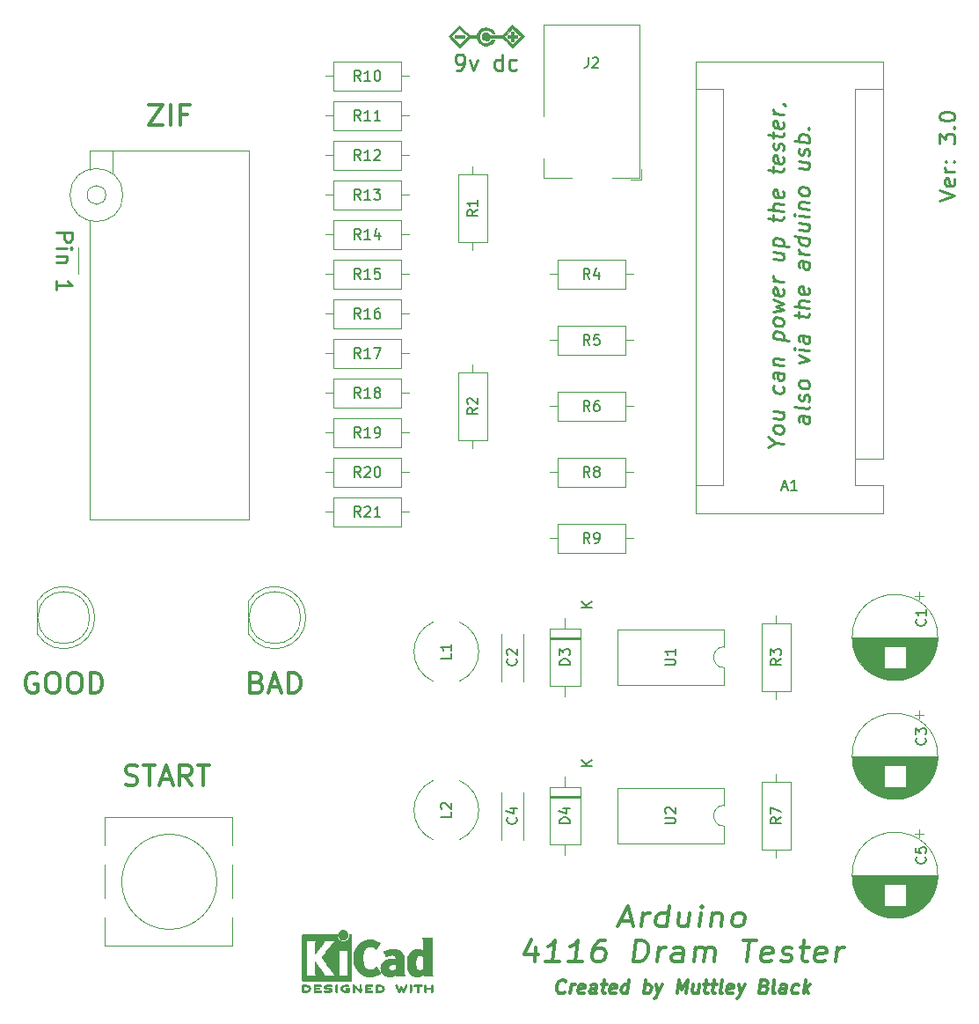
<source format=gbr>
G04 #@! TF.GenerationSoftware,KiCad,Pcbnew,(5.1.6)-1*
G04 #@! TF.CreationDate,2020-09-03T19:38:07+03:00*
G04 #@! TF.ProjectId,4116 dram tester,34313136-2064-4726-916d-207465737465,rev?*
G04 #@! TF.SameCoordinates,Original*
G04 #@! TF.FileFunction,Legend,Top*
G04 #@! TF.FilePolarity,Positive*
%FSLAX46Y46*%
G04 Gerber Fmt 4.6, Leading zero omitted, Abs format (unit mm)*
G04 Created by KiCad (PCBNEW (5.1.6)-1) date 2020-09-03 19:38:07*
%MOMM*%
%LPD*%
G01*
G04 APERTURE LIST*
%ADD10C,0.250000*%
%ADD11C,0.300000*%
%ADD12C,0.350000*%
%ADD13C,0.010000*%
%ADD14C,0.120000*%
%ADD15C,0.150000*%
G04 APERTURE END LIST*
D10*
X138414285Y-87325580D02*
X139128571Y-87414866D01*
X137628571Y-87727366D02*
X138414285Y-87325580D01*
X137628571Y-86727366D01*
X139128571Y-86200580D02*
X139057142Y-86334508D01*
X138985714Y-86397008D01*
X138842857Y-86450580D01*
X138414285Y-86397008D01*
X138271428Y-86307723D01*
X138200000Y-86227366D01*
X138128571Y-86075580D01*
X138128571Y-85861294D01*
X138200000Y-85727366D01*
X138271428Y-85664866D01*
X138414285Y-85611294D01*
X138842857Y-85664866D01*
X138985714Y-85754151D01*
X139057142Y-85834508D01*
X139128571Y-85986294D01*
X139128571Y-86200580D01*
X138128571Y-84289866D02*
X139128571Y-84414866D01*
X138128571Y-84932723D02*
X138914285Y-85030937D01*
X139057142Y-84977366D01*
X139128571Y-84843437D01*
X139128571Y-84629151D01*
X139057142Y-84477366D01*
X138985714Y-84397008D01*
X139057142Y-81905937D02*
X139128571Y-82057723D01*
X139128571Y-82343437D01*
X139057142Y-82477366D01*
X138985714Y-82539866D01*
X138842857Y-82593437D01*
X138414285Y-82539866D01*
X138271428Y-82450580D01*
X138200000Y-82370223D01*
X138128571Y-82218437D01*
X138128571Y-81932723D01*
X138200000Y-81798794D01*
X139128571Y-80629151D02*
X138342857Y-80530937D01*
X138200000Y-80584508D01*
X138128571Y-80718437D01*
X138128571Y-81004151D01*
X138200000Y-81155937D01*
X139057142Y-80620223D02*
X139128571Y-80772008D01*
X139128571Y-81129151D01*
X139057142Y-81263080D01*
X138914285Y-81316651D01*
X138771428Y-81298794D01*
X138628571Y-81209508D01*
X138557142Y-81057723D01*
X138557142Y-80700580D01*
X138485714Y-80548794D01*
X138128571Y-79789866D02*
X139128571Y-79914866D01*
X138271428Y-79807723D02*
X138200000Y-79727366D01*
X138128571Y-79575580D01*
X138128571Y-79361294D01*
X138200000Y-79227366D01*
X138342857Y-79173794D01*
X139128571Y-79272008D01*
X138128571Y-77289866D02*
X139628571Y-77477366D01*
X138200000Y-77298794D02*
X138128571Y-77147008D01*
X138128571Y-76861294D01*
X138200000Y-76727366D01*
X138271428Y-76664866D01*
X138414285Y-76611294D01*
X138842857Y-76664866D01*
X138985714Y-76754151D01*
X139057142Y-76834508D01*
X139128571Y-76986294D01*
X139128571Y-77272008D01*
X139057142Y-77405937D01*
X139128571Y-75843437D02*
X139057142Y-75977366D01*
X138985714Y-76039866D01*
X138842857Y-76093437D01*
X138414285Y-76039866D01*
X138271428Y-75950580D01*
X138200000Y-75870223D01*
X138128571Y-75718437D01*
X138128571Y-75504151D01*
X138200000Y-75370223D01*
X138271428Y-75307723D01*
X138414285Y-75254151D01*
X138842857Y-75307723D01*
X138985714Y-75397008D01*
X139057142Y-75477366D01*
X139128571Y-75629151D01*
X139128571Y-75843437D01*
X138128571Y-74718437D02*
X139128571Y-74557723D01*
X138414285Y-74182723D01*
X139128571Y-73986294D01*
X138128571Y-73575580D01*
X139057142Y-72548794D02*
X139128571Y-72700580D01*
X139128571Y-72986294D01*
X139057142Y-73120223D01*
X138914285Y-73173794D01*
X138342857Y-73102366D01*
X138200000Y-73013080D01*
X138128571Y-72861294D01*
X138128571Y-72575580D01*
X138200000Y-72441651D01*
X138342857Y-72388080D01*
X138485714Y-72405937D01*
X138628571Y-73138080D01*
X139128571Y-71843437D02*
X138128571Y-71718437D01*
X138414285Y-71754151D02*
X138271428Y-71664866D01*
X138200000Y-71584508D01*
X138128571Y-71432723D01*
X138128571Y-71289866D01*
X138128571Y-69004151D02*
X139128571Y-69129151D01*
X138128571Y-69647008D02*
X138914285Y-69745223D01*
X139057142Y-69691651D01*
X139128571Y-69557723D01*
X139128571Y-69343437D01*
X139057142Y-69191651D01*
X138985714Y-69111294D01*
X138128571Y-68289866D02*
X139628571Y-68477366D01*
X138200000Y-68298794D02*
X138128571Y-68147008D01*
X138128571Y-67861294D01*
X138200000Y-67727366D01*
X138271428Y-67664866D01*
X138414285Y-67611294D01*
X138842857Y-67664866D01*
X138985714Y-67754151D01*
X139057142Y-67834508D01*
X139128571Y-67986294D01*
X139128571Y-68272008D01*
X139057142Y-68405937D01*
X138128571Y-66004151D02*
X138128571Y-65432723D01*
X137628571Y-65727366D02*
X138914285Y-65888080D01*
X139057142Y-65834508D01*
X139128571Y-65700580D01*
X139128571Y-65557723D01*
X139128571Y-65057723D02*
X137628571Y-64870223D01*
X139128571Y-64414866D02*
X138342857Y-64316651D01*
X138200000Y-64370223D01*
X138128571Y-64504151D01*
X138128571Y-64718437D01*
X138200000Y-64870223D01*
X138271428Y-64950580D01*
X139057142Y-63120223D02*
X139128571Y-63272008D01*
X139128571Y-63557723D01*
X139057142Y-63691651D01*
X138914285Y-63745223D01*
X138342857Y-63673794D01*
X138200000Y-63584508D01*
X138128571Y-63432723D01*
X138128571Y-63147008D01*
X138200000Y-63013080D01*
X138342857Y-62959508D01*
X138485714Y-62977366D01*
X138628571Y-63709508D01*
X138128571Y-61361294D02*
X138128571Y-60789866D01*
X137628571Y-61084508D02*
X138914285Y-61245223D01*
X139057142Y-61191651D01*
X139128571Y-61057723D01*
X139128571Y-60914866D01*
X139057142Y-59834508D02*
X139128571Y-59986294D01*
X139128571Y-60272008D01*
X139057142Y-60405937D01*
X138914285Y-60459508D01*
X138342857Y-60388080D01*
X138200000Y-60298794D01*
X138128571Y-60147008D01*
X138128571Y-59861294D01*
X138200000Y-59727366D01*
X138342857Y-59673794D01*
X138485714Y-59691651D01*
X138628571Y-60423794D01*
X139057142Y-59191651D02*
X139128571Y-59057723D01*
X139128571Y-58772008D01*
X139057142Y-58620223D01*
X138914285Y-58530937D01*
X138842857Y-58522008D01*
X138700000Y-58575580D01*
X138628571Y-58709508D01*
X138628571Y-58923794D01*
X138557142Y-59057723D01*
X138414285Y-59111294D01*
X138342857Y-59102366D01*
X138200000Y-59013080D01*
X138128571Y-58861294D01*
X138128571Y-58647008D01*
X138200000Y-58513080D01*
X138128571Y-58004151D02*
X138128571Y-57432723D01*
X137628571Y-57727366D02*
X138914285Y-57888080D01*
X139057142Y-57834508D01*
X139128571Y-57700580D01*
X139128571Y-57557723D01*
X139057142Y-56477366D02*
X139128571Y-56629151D01*
X139128571Y-56914866D01*
X139057142Y-57048794D01*
X138914285Y-57102366D01*
X138342857Y-57030937D01*
X138200000Y-56941651D01*
X138128571Y-56789866D01*
X138128571Y-56504151D01*
X138200000Y-56370223D01*
X138342857Y-56316651D01*
X138485714Y-56334508D01*
X138628571Y-57066651D01*
X139128571Y-55772008D02*
X138128571Y-55647008D01*
X138414285Y-55682723D02*
X138271428Y-55593437D01*
X138200000Y-55513080D01*
X138128571Y-55361294D01*
X138128571Y-55218437D01*
X139057142Y-54763080D02*
X139128571Y-54772008D01*
X139271428Y-54861294D01*
X139342857Y-54941651D01*
X141628571Y-84807723D02*
X140842857Y-84709508D01*
X140700000Y-84763080D01*
X140628571Y-84897008D01*
X140628571Y-85182723D01*
X140700000Y-85334508D01*
X141557142Y-84798794D02*
X141628571Y-84950580D01*
X141628571Y-85307723D01*
X141557142Y-85441651D01*
X141414285Y-85495223D01*
X141271428Y-85477366D01*
X141128571Y-85388080D01*
X141057142Y-85236294D01*
X141057142Y-84879151D01*
X140985714Y-84727366D01*
X141628571Y-83879151D02*
X141557142Y-84013080D01*
X141414285Y-84066651D01*
X140128571Y-83905937D01*
X141557142Y-83370223D02*
X141628571Y-83236294D01*
X141628571Y-82950580D01*
X141557142Y-82798794D01*
X141414285Y-82709508D01*
X141342857Y-82700580D01*
X141200000Y-82754151D01*
X141128571Y-82888080D01*
X141128571Y-83102366D01*
X141057142Y-83236294D01*
X140914285Y-83289866D01*
X140842857Y-83280937D01*
X140700000Y-83191651D01*
X140628571Y-83039866D01*
X140628571Y-82825580D01*
X140700000Y-82691651D01*
X141628571Y-81879151D02*
X141557142Y-82013080D01*
X141485714Y-82075580D01*
X141342857Y-82129151D01*
X140914285Y-82075580D01*
X140771428Y-81986294D01*
X140700000Y-81905937D01*
X140628571Y-81754151D01*
X140628571Y-81539866D01*
X140700000Y-81405937D01*
X140771428Y-81343437D01*
X140914285Y-81289866D01*
X141342857Y-81343437D01*
X141485714Y-81432723D01*
X141557142Y-81513080D01*
X141628571Y-81664866D01*
X141628571Y-81879151D01*
X140628571Y-79611294D02*
X141628571Y-79379151D01*
X140628571Y-78897008D01*
X141628571Y-78450580D02*
X140628571Y-78325580D01*
X140128571Y-78263080D02*
X140200000Y-78343437D01*
X140271428Y-78280937D01*
X140200000Y-78200580D01*
X140128571Y-78263080D01*
X140271428Y-78280937D01*
X141628571Y-77093437D02*
X140842857Y-76995223D01*
X140700000Y-77048794D01*
X140628571Y-77182723D01*
X140628571Y-77468437D01*
X140700000Y-77620223D01*
X141557142Y-77084508D02*
X141628571Y-77236294D01*
X141628571Y-77593437D01*
X141557142Y-77727366D01*
X141414285Y-77780937D01*
X141271428Y-77763080D01*
X141128571Y-77673794D01*
X141057142Y-77522008D01*
X141057142Y-77164866D01*
X140985714Y-77013080D01*
X140628571Y-75325580D02*
X140628571Y-74754151D01*
X140128571Y-75048794D02*
X141414285Y-75209508D01*
X141557142Y-75155937D01*
X141628571Y-75022008D01*
X141628571Y-74879151D01*
X141628571Y-74379151D02*
X140128571Y-74191651D01*
X141628571Y-73736294D02*
X140842857Y-73638080D01*
X140700000Y-73691651D01*
X140628571Y-73825580D01*
X140628571Y-74039866D01*
X140700000Y-74191651D01*
X140771428Y-74272008D01*
X141557142Y-72441651D02*
X141628571Y-72593437D01*
X141628571Y-72879151D01*
X141557142Y-73013080D01*
X141414285Y-73066651D01*
X140842857Y-72995223D01*
X140700000Y-72905937D01*
X140628571Y-72754151D01*
X140628571Y-72468437D01*
X140700000Y-72334508D01*
X140842857Y-72280937D01*
X140985714Y-72298794D01*
X141128571Y-73030937D01*
X141628571Y-69950580D02*
X140842857Y-69852366D01*
X140700000Y-69905937D01*
X140628571Y-70039866D01*
X140628571Y-70325580D01*
X140700000Y-70477366D01*
X141557142Y-69941651D02*
X141628571Y-70093437D01*
X141628571Y-70450580D01*
X141557142Y-70584508D01*
X141414285Y-70638080D01*
X141271428Y-70620223D01*
X141128571Y-70530937D01*
X141057142Y-70379151D01*
X141057142Y-70022008D01*
X140985714Y-69870223D01*
X141628571Y-69236294D02*
X140628571Y-69111294D01*
X140914285Y-69147008D02*
X140771428Y-69057723D01*
X140700000Y-68977366D01*
X140628571Y-68825580D01*
X140628571Y-68682723D01*
X141628571Y-67664866D02*
X140128571Y-67477366D01*
X141557142Y-67655937D02*
X141628571Y-67807723D01*
X141628571Y-68093437D01*
X141557142Y-68227366D01*
X141485714Y-68289866D01*
X141342857Y-68343437D01*
X140914285Y-68289866D01*
X140771428Y-68200580D01*
X140700000Y-68120223D01*
X140628571Y-67968437D01*
X140628571Y-67682723D01*
X140700000Y-67548794D01*
X140628571Y-66182723D02*
X141628571Y-66307723D01*
X140628571Y-66825580D02*
X141414285Y-66923794D01*
X141557142Y-66870223D01*
X141628571Y-66736294D01*
X141628571Y-66522008D01*
X141557142Y-66370223D01*
X141485714Y-66289866D01*
X141628571Y-65593437D02*
X140628571Y-65468437D01*
X140128571Y-65405937D02*
X140200000Y-65486294D01*
X140271428Y-65423794D01*
X140200000Y-65343437D01*
X140128571Y-65405937D01*
X140271428Y-65423794D01*
X140628571Y-64754151D02*
X141628571Y-64879151D01*
X140771428Y-64772008D02*
X140700000Y-64691651D01*
X140628571Y-64539866D01*
X140628571Y-64325580D01*
X140700000Y-64191651D01*
X140842857Y-64138080D01*
X141628571Y-64236294D01*
X141628571Y-63307723D02*
X141557142Y-63441651D01*
X141485714Y-63504151D01*
X141342857Y-63557723D01*
X140914285Y-63504151D01*
X140771428Y-63414866D01*
X140700000Y-63334508D01*
X140628571Y-63182723D01*
X140628571Y-62968437D01*
X140700000Y-62834508D01*
X140771428Y-62772008D01*
X140914285Y-62718437D01*
X141342857Y-62772008D01*
X141485714Y-62861294D01*
X141557142Y-62941651D01*
X141628571Y-63093437D01*
X141628571Y-63307723D01*
X140628571Y-60254151D02*
X141628571Y-60379151D01*
X140628571Y-60897008D02*
X141414285Y-60995223D01*
X141557142Y-60941651D01*
X141628571Y-60807723D01*
X141628571Y-60593437D01*
X141557142Y-60441651D01*
X141485714Y-60361294D01*
X141557142Y-59727366D02*
X141628571Y-59593437D01*
X141628571Y-59307723D01*
X141557142Y-59155937D01*
X141414285Y-59066651D01*
X141342857Y-59057723D01*
X141200000Y-59111294D01*
X141128571Y-59245223D01*
X141128571Y-59459508D01*
X141057142Y-59593437D01*
X140914285Y-59647008D01*
X140842857Y-59638080D01*
X140700000Y-59548794D01*
X140628571Y-59397008D01*
X140628571Y-59182723D01*
X140700000Y-59048794D01*
X141628571Y-58450580D02*
X140128571Y-58263080D01*
X140700000Y-58334508D02*
X140628571Y-58182723D01*
X140628571Y-57897008D01*
X140700000Y-57763080D01*
X140771428Y-57700580D01*
X140914285Y-57647008D01*
X141342857Y-57700580D01*
X141485714Y-57789866D01*
X141557142Y-57870223D01*
X141628571Y-58022008D01*
X141628571Y-58307723D01*
X141557142Y-58441651D01*
X141485714Y-57075580D02*
X141557142Y-57013080D01*
X141628571Y-57093437D01*
X141557142Y-57155937D01*
X141485714Y-57075580D01*
X141628571Y-57093437D01*
D11*
X118057440Y-140164285D02*
X117987797Y-140226190D01*
X117794345Y-140288095D01*
X117670535Y-140288095D01*
X117492559Y-140226190D01*
X117384226Y-140102380D01*
X117337797Y-139978571D01*
X117306845Y-139730952D01*
X117330059Y-139545238D01*
X117422916Y-139297619D01*
X117500297Y-139173809D01*
X117639583Y-139050000D01*
X117833035Y-138988095D01*
X117956845Y-138988095D01*
X118134821Y-139050000D01*
X118188988Y-139111904D01*
X118599107Y-140288095D02*
X118707440Y-139421428D01*
X118676488Y-139669047D02*
X118753869Y-139545238D01*
X118823511Y-139483333D01*
X118955059Y-139421428D01*
X119078869Y-139421428D01*
X119906845Y-140226190D02*
X119775297Y-140288095D01*
X119527678Y-140288095D01*
X119411607Y-140226190D01*
X119365178Y-140102380D01*
X119427083Y-139607142D01*
X119504464Y-139483333D01*
X119636011Y-139421428D01*
X119883630Y-139421428D01*
X119999702Y-139483333D01*
X120046130Y-139607142D01*
X120030654Y-139730952D01*
X119396130Y-139854761D01*
X121075297Y-140288095D02*
X121160416Y-139607142D01*
X121113988Y-139483333D01*
X120997916Y-139421428D01*
X120750297Y-139421428D01*
X120618750Y-139483333D01*
X121083035Y-140226190D02*
X120951488Y-140288095D01*
X120641964Y-140288095D01*
X120525892Y-140226190D01*
X120479464Y-140102380D01*
X120494940Y-139978571D01*
X120572321Y-139854761D01*
X120703869Y-139792857D01*
X121013392Y-139792857D01*
X121144940Y-139730952D01*
X121616964Y-139421428D02*
X122112202Y-139421428D01*
X121856845Y-138988095D02*
X121717559Y-140102380D01*
X121763988Y-140226190D01*
X121880059Y-140288095D01*
X122003869Y-140288095D01*
X122940178Y-140226190D02*
X122808630Y-140288095D01*
X122561011Y-140288095D01*
X122444940Y-140226190D01*
X122398511Y-140102380D01*
X122460416Y-139607142D01*
X122537797Y-139483333D01*
X122669345Y-139421428D01*
X122916964Y-139421428D01*
X123033035Y-139483333D01*
X123079464Y-139607142D01*
X123063988Y-139730952D01*
X122429464Y-139854761D01*
X124108630Y-140288095D02*
X124271130Y-138988095D01*
X124116369Y-140226190D02*
X123984821Y-140288095D01*
X123737202Y-140288095D01*
X123621130Y-140226190D01*
X123566964Y-140164285D01*
X123520535Y-140040476D01*
X123566964Y-139669047D01*
X123644345Y-139545238D01*
X123713988Y-139483333D01*
X123845535Y-139421428D01*
X124093154Y-139421428D01*
X124209226Y-139483333D01*
X125718154Y-140288095D02*
X125880654Y-138988095D01*
X125818750Y-139483333D02*
X125950297Y-139421428D01*
X126197916Y-139421428D01*
X126313988Y-139483333D01*
X126368154Y-139545238D01*
X126414583Y-139669047D01*
X126368154Y-140040476D01*
X126290773Y-140164285D01*
X126221130Y-140226190D01*
X126089583Y-140288095D01*
X125841964Y-140288095D01*
X125725892Y-140226190D01*
X126878869Y-139421428D02*
X127080059Y-140288095D01*
X127497916Y-139421428D02*
X127080059Y-140288095D01*
X126917559Y-140597619D01*
X126847916Y-140659523D01*
X126716369Y-140721428D01*
X128875297Y-140288095D02*
X129037797Y-138988095D01*
X129355059Y-139916666D01*
X129904464Y-138988095D01*
X129741964Y-140288095D01*
X131026488Y-139421428D02*
X130918154Y-140288095D01*
X130469345Y-139421428D02*
X130384226Y-140102380D01*
X130430654Y-140226190D01*
X130546726Y-140288095D01*
X130732440Y-140288095D01*
X130863988Y-140226190D01*
X130933630Y-140164285D01*
X131459821Y-139421428D02*
X131955059Y-139421428D01*
X131699702Y-138988095D02*
X131560416Y-140102380D01*
X131606845Y-140226190D01*
X131722916Y-140288095D01*
X131846726Y-140288095D01*
X132202678Y-139421428D02*
X132697916Y-139421428D01*
X132442559Y-138988095D02*
X132303273Y-140102380D01*
X132349702Y-140226190D01*
X132465773Y-140288095D01*
X132589583Y-140288095D01*
X133208630Y-140288095D02*
X133092559Y-140226190D01*
X133046130Y-140102380D01*
X133185416Y-138988095D01*
X134206845Y-140226190D02*
X134075297Y-140288095D01*
X133827678Y-140288095D01*
X133711607Y-140226190D01*
X133665178Y-140102380D01*
X133727083Y-139607142D01*
X133804464Y-139483333D01*
X133936011Y-139421428D01*
X134183630Y-139421428D01*
X134299702Y-139483333D01*
X134346130Y-139607142D01*
X134330654Y-139730952D01*
X133696130Y-139854761D01*
X134802678Y-139421428D02*
X135003869Y-140288095D01*
X135421726Y-139421428D02*
X135003869Y-140288095D01*
X134841369Y-140597619D01*
X134771726Y-140659523D01*
X134640178Y-140721428D01*
X137317559Y-139607142D02*
X137495535Y-139669047D01*
X137549702Y-139730952D01*
X137596130Y-139854761D01*
X137572916Y-140040476D01*
X137495535Y-140164285D01*
X137425892Y-140226190D01*
X137294345Y-140288095D01*
X136799107Y-140288095D01*
X136961607Y-138988095D01*
X137394940Y-138988095D01*
X137511011Y-139050000D01*
X137565178Y-139111904D01*
X137611607Y-139235714D01*
X137596130Y-139359523D01*
X137518750Y-139483333D01*
X137449107Y-139545238D01*
X137317559Y-139607142D01*
X136884226Y-139607142D01*
X138284821Y-140288095D02*
X138168750Y-140226190D01*
X138122321Y-140102380D01*
X138261607Y-138988095D01*
X139337202Y-140288095D02*
X139422321Y-139607142D01*
X139375892Y-139483333D01*
X139259821Y-139421428D01*
X139012202Y-139421428D01*
X138880654Y-139483333D01*
X139344940Y-140226190D02*
X139213392Y-140288095D01*
X138903869Y-140288095D01*
X138787797Y-140226190D01*
X138741369Y-140102380D01*
X138756845Y-139978571D01*
X138834226Y-139854761D01*
X138965773Y-139792857D01*
X139275297Y-139792857D01*
X139406845Y-139730952D01*
X140521130Y-140226190D02*
X140389583Y-140288095D01*
X140141964Y-140288095D01*
X140025892Y-140226190D01*
X139971726Y-140164285D01*
X139925297Y-140040476D01*
X139971726Y-139669047D01*
X140049107Y-139545238D01*
X140118750Y-139483333D01*
X140250297Y-139421428D01*
X140497916Y-139421428D01*
X140613988Y-139483333D01*
X141070535Y-140288095D02*
X141233035Y-138988095D01*
X141256250Y-139792857D02*
X141565773Y-140288095D01*
X141674107Y-139421428D02*
X141116964Y-139916666D01*
D10*
X69171428Y-67135714D02*
X70671428Y-67135714D01*
X70671428Y-67707142D01*
X70600000Y-67850000D01*
X70528571Y-67921428D01*
X70385714Y-67992857D01*
X70171428Y-67992857D01*
X70028571Y-67921428D01*
X69957142Y-67850000D01*
X69885714Y-67707142D01*
X69885714Y-67135714D01*
X69171428Y-68635714D02*
X70171428Y-68635714D01*
X70671428Y-68635714D02*
X70600000Y-68564285D01*
X70528571Y-68635714D01*
X70600000Y-68707142D01*
X70671428Y-68635714D01*
X70528571Y-68635714D01*
X70171428Y-69350000D02*
X69171428Y-69350000D01*
X70028571Y-69350000D02*
X70100000Y-69421428D01*
X70171428Y-69564285D01*
X70171428Y-69778571D01*
X70100000Y-69921428D01*
X69957142Y-69992857D01*
X69171428Y-69992857D01*
X69171428Y-72635714D02*
X69171428Y-71778571D01*
X69171428Y-72207142D02*
X70671428Y-72207142D01*
X70457142Y-72064285D01*
X70314285Y-71921428D01*
X70242857Y-71778571D01*
X154118571Y-64011428D02*
X155618571Y-63511428D01*
X154118571Y-63011428D01*
X155547142Y-61940000D02*
X155618571Y-62082857D01*
X155618571Y-62368571D01*
X155547142Y-62511428D01*
X155404285Y-62582857D01*
X154832857Y-62582857D01*
X154690000Y-62511428D01*
X154618571Y-62368571D01*
X154618571Y-62082857D01*
X154690000Y-61940000D01*
X154832857Y-61868571D01*
X154975714Y-61868571D01*
X155118571Y-62582857D01*
X155618571Y-61225714D02*
X154618571Y-61225714D01*
X154904285Y-61225714D02*
X154761428Y-61154285D01*
X154690000Y-61082857D01*
X154618571Y-60940000D01*
X154618571Y-60797142D01*
X155475714Y-60297142D02*
X155547142Y-60225714D01*
X155618571Y-60297142D01*
X155547142Y-60368571D01*
X155475714Y-60297142D01*
X155618571Y-60297142D01*
X154690000Y-60297142D02*
X154761428Y-60225714D01*
X154832857Y-60297142D01*
X154761428Y-60368571D01*
X154690000Y-60297142D01*
X154832857Y-60297142D01*
X154118571Y-58582857D02*
X154118571Y-57654285D01*
X154690000Y-58154285D01*
X154690000Y-57940000D01*
X154761428Y-57797142D01*
X154832857Y-57725714D01*
X154975714Y-57654285D01*
X155332857Y-57654285D01*
X155475714Y-57725714D01*
X155547142Y-57797142D01*
X155618571Y-57940000D01*
X155618571Y-58368571D01*
X155547142Y-58511428D01*
X155475714Y-58582857D01*
X155475714Y-57011428D02*
X155547142Y-56940000D01*
X155618571Y-57011428D01*
X155547142Y-57082857D01*
X155475714Y-57011428D01*
X155618571Y-57011428D01*
X154118571Y-56011428D02*
X154118571Y-55868571D01*
X154190000Y-55725714D01*
X154261428Y-55654285D01*
X154404285Y-55582857D01*
X154690000Y-55511428D01*
X155047142Y-55511428D01*
X155332857Y-55582857D01*
X155475714Y-55654285D01*
X155547142Y-55725714D01*
X155618571Y-55868571D01*
X155618571Y-56011428D01*
X155547142Y-56154285D01*
X155475714Y-56225714D01*
X155332857Y-56297142D01*
X155047142Y-56368571D01*
X154690000Y-56368571D01*
X154404285Y-56297142D01*
X154261428Y-56225714D01*
X154190000Y-56154285D01*
X154118571Y-56011428D01*
D12*
X123438348Y-133278333D02*
X124533586Y-133278333D01*
X123147872Y-133849761D02*
X124164538Y-131849761D01*
X124681205Y-133849761D01*
X125447872Y-133849761D02*
X125614538Y-132516428D01*
X125566919Y-132897380D02*
X125700252Y-132706904D01*
X125821681Y-132611666D01*
X126052633Y-132516428D01*
X126271681Y-132516428D01*
X127857395Y-133849761D02*
X128107395Y-131849761D01*
X127869300Y-133754523D02*
X127638348Y-133849761D01*
X127200252Y-133849761D01*
X126993110Y-133754523D01*
X126895491Y-133659285D01*
X126809776Y-133468809D01*
X126881205Y-132897380D01*
X127014538Y-132706904D01*
X127135967Y-132611666D01*
X127366919Y-132516428D01*
X127805014Y-132516428D01*
X128012157Y-132611666D01*
X130105014Y-132516428D02*
X129938348Y-133849761D01*
X129119300Y-132516428D02*
X128988348Y-133564047D01*
X129074062Y-133754523D01*
X129281205Y-133849761D01*
X129609776Y-133849761D01*
X129840729Y-133754523D01*
X129962157Y-133659285D01*
X131033586Y-133849761D02*
X131200252Y-132516428D01*
X131283586Y-131849761D02*
X131162157Y-131945000D01*
X131259776Y-132040238D01*
X131381205Y-131945000D01*
X131283586Y-131849761D01*
X131259776Y-132040238D01*
X132295491Y-132516428D02*
X132128824Y-133849761D01*
X132271681Y-132706904D02*
X132393110Y-132611666D01*
X132624062Y-132516428D01*
X132952633Y-132516428D01*
X133159776Y-132611666D01*
X133245491Y-132802142D01*
X133114538Y-133849761D01*
X134538348Y-133849761D02*
X134331205Y-133754523D01*
X134233586Y-133659285D01*
X134147872Y-133468809D01*
X134219300Y-132897380D01*
X134352633Y-132706904D01*
X134474062Y-132611666D01*
X134705014Y-132516428D01*
X135033586Y-132516428D01*
X135240729Y-132611666D01*
X135338348Y-132706904D01*
X135424062Y-132897380D01*
X135352633Y-133468809D01*
X135219300Y-133659285D01*
X135097872Y-133754523D01*
X134866919Y-133849761D01*
X134538348Y-133849761D01*
X115319300Y-135866428D02*
X115152633Y-137199761D01*
X114866919Y-135104523D02*
X114140729Y-136533095D01*
X115564538Y-136533095D01*
X117562157Y-137199761D02*
X116247872Y-137199761D01*
X116905014Y-137199761D02*
X117155014Y-135199761D01*
X116900252Y-135485476D01*
X116657395Y-135675952D01*
X116426443Y-135771190D01*
X119752633Y-137199761D02*
X118438348Y-137199761D01*
X119095491Y-137199761D02*
X119345491Y-135199761D01*
X119090729Y-135485476D01*
X118847872Y-135675952D01*
X118616919Y-135771190D01*
X121974062Y-135199761D02*
X121535967Y-135199761D01*
X121305014Y-135295000D01*
X121183586Y-135390238D01*
X120928824Y-135675952D01*
X120771681Y-136056904D01*
X120676443Y-136818809D01*
X120762157Y-137009285D01*
X120859776Y-137104523D01*
X121066919Y-137199761D01*
X121505014Y-137199761D01*
X121735967Y-137104523D01*
X121857395Y-137009285D01*
X121990729Y-136818809D01*
X122050252Y-136342619D01*
X121964538Y-136152142D01*
X121866919Y-136056904D01*
X121659776Y-135961666D01*
X121221681Y-135961666D01*
X120990729Y-136056904D01*
X120869300Y-136152142D01*
X120735967Y-136342619D01*
X124681205Y-137199761D02*
X124931205Y-135199761D01*
X125478824Y-135199761D01*
X125795491Y-135295000D01*
X125990729Y-135485476D01*
X126076443Y-135675952D01*
X126138348Y-136056904D01*
X126102633Y-136342619D01*
X125945491Y-136723571D01*
X125812157Y-136914047D01*
X125569300Y-137104523D01*
X125228824Y-137199761D01*
X124681205Y-137199761D01*
X126981205Y-137199761D02*
X127147872Y-135866428D01*
X127100252Y-136247380D02*
X127233586Y-136056904D01*
X127355014Y-135961666D01*
X127585967Y-135866428D01*
X127805014Y-135866428D01*
X129390729Y-137199761D02*
X129521681Y-136152142D01*
X129435967Y-135961666D01*
X129228824Y-135866428D01*
X128790729Y-135866428D01*
X128559776Y-135961666D01*
X129402633Y-137104523D02*
X129171681Y-137199761D01*
X128624062Y-137199761D01*
X128416919Y-137104523D01*
X128331205Y-136914047D01*
X128355014Y-136723571D01*
X128488348Y-136533095D01*
X128719300Y-136437857D01*
X129266919Y-136437857D01*
X129497872Y-136342619D01*
X130485967Y-137199761D02*
X130652633Y-135866428D01*
X130628824Y-136056904D02*
X130750252Y-135961666D01*
X130981205Y-135866428D01*
X131309776Y-135866428D01*
X131516919Y-135961666D01*
X131602633Y-136152142D01*
X131471681Y-137199761D01*
X131602633Y-136152142D02*
X131735967Y-135961666D01*
X131966919Y-135866428D01*
X132295491Y-135866428D01*
X132502633Y-135961666D01*
X132588348Y-136152142D01*
X132457395Y-137199761D01*
X135226443Y-135199761D02*
X136540729Y-135199761D01*
X135633586Y-137199761D02*
X135883586Y-135199761D01*
X137945491Y-137104523D02*
X137714538Y-137199761D01*
X137276443Y-137199761D01*
X137069300Y-137104523D01*
X136983586Y-136914047D01*
X137078824Y-136152142D01*
X137212157Y-135961666D01*
X137443110Y-135866428D01*
X137881205Y-135866428D01*
X138088348Y-135961666D01*
X138174062Y-136152142D01*
X138150252Y-136342619D01*
X137031205Y-136533095D01*
X138931205Y-137104523D02*
X139138348Y-137199761D01*
X139576443Y-137199761D01*
X139807395Y-137104523D01*
X139940729Y-136914047D01*
X139952633Y-136818809D01*
X139866919Y-136628333D01*
X139659776Y-136533095D01*
X139331205Y-136533095D01*
X139124062Y-136437857D01*
X139038348Y-136247380D01*
X139050252Y-136152142D01*
X139183586Y-135961666D01*
X139414538Y-135866428D01*
X139743110Y-135866428D01*
X139950252Y-135961666D01*
X140728824Y-135866428D02*
X141605014Y-135866428D01*
X141140729Y-135199761D02*
X140926443Y-136914047D01*
X141012157Y-137104523D01*
X141219300Y-137199761D01*
X141438348Y-137199761D01*
X143093110Y-137104523D02*
X142862157Y-137199761D01*
X142424062Y-137199761D01*
X142216919Y-137104523D01*
X142131205Y-136914047D01*
X142226443Y-136152142D01*
X142359776Y-135961666D01*
X142590729Y-135866428D01*
X143028824Y-135866428D01*
X143235967Y-135961666D01*
X143321681Y-136152142D01*
X143297872Y-136342619D01*
X142178824Y-136533095D01*
X144176443Y-137199761D02*
X144343110Y-135866428D01*
X144295491Y-136247380D02*
X144428824Y-136056904D01*
X144550252Y-135961666D01*
X144781205Y-135866428D01*
X145000252Y-135866428D01*
D13*
G36*
X96113600Y-134649054D02*
G01*
X96124465Y-134762993D01*
X96156082Y-134870616D01*
X96206985Y-134969615D01*
X96275707Y-135057684D01*
X96360781Y-135132516D01*
X96457768Y-135190384D01*
X96564036Y-135230005D01*
X96671050Y-135248573D01*
X96776700Y-135247434D01*
X96878875Y-135227930D01*
X96975466Y-135191406D01*
X97064362Y-135139205D01*
X97143454Y-135072673D01*
X97210631Y-134993152D01*
X97263783Y-134901987D01*
X97300801Y-134800523D01*
X97319573Y-134690102D01*
X97321511Y-134640206D01*
X97321511Y-134552267D01*
X97373440Y-134552267D01*
X97409747Y-134555111D01*
X97436645Y-134566911D01*
X97463751Y-134590649D01*
X97502133Y-134629031D01*
X97502133Y-136820602D01*
X97502124Y-137082739D01*
X97502092Y-137323241D01*
X97502028Y-137543048D01*
X97501924Y-137743101D01*
X97501773Y-137924344D01*
X97501566Y-138087716D01*
X97501294Y-138234160D01*
X97500950Y-138364617D01*
X97500526Y-138480029D01*
X97500013Y-138581338D01*
X97499403Y-138669484D01*
X97498688Y-138745410D01*
X97497860Y-138810057D01*
X97496911Y-138864367D01*
X97495833Y-138909280D01*
X97494617Y-138945740D01*
X97493255Y-138974687D01*
X97491739Y-138997063D01*
X97490062Y-139013809D01*
X97488214Y-139025868D01*
X97486187Y-139034180D01*
X97483975Y-139039687D01*
X97482892Y-139041537D01*
X97478729Y-139048549D01*
X97475195Y-139054996D01*
X97471365Y-139060900D01*
X97466318Y-139066286D01*
X97459129Y-139071178D01*
X97448877Y-139075598D01*
X97434636Y-139079572D01*
X97415486Y-139083121D01*
X97390501Y-139086270D01*
X97358760Y-139089042D01*
X97319338Y-139091461D01*
X97271314Y-139093551D01*
X97213763Y-139095335D01*
X97145763Y-139096837D01*
X97066390Y-139098080D01*
X96974721Y-139099089D01*
X96869834Y-139099885D01*
X96750804Y-139100494D01*
X96616710Y-139100939D01*
X96466627Y-139101243D01*
X96299633Y-139101430D01*
X96114804Y-139101524D01*
X95911217Y-139101548D01*
X95687950Y-139101525D01*
X95444078Y-139101480D01*
X95178679Y-139101437D01*
X95140296Y-139101432D01*
X94873318Y-139101389D01*
X94627998Y-139101318D01*
X94403417Y-139101213D01*
X94198655Y-139101066D01*
X94012794Y-139100869D01*
X93844912Y-139100616D01*
X93694092Y-139100300D01*
X93559413Y-139099913D01*
X93439956Y-139099447D01*
X93334801Y-139098897D01*
X93243029Y-139098253D01*
X93163721Y-139097511D01*
X93095957Y-139096661D01*
X93038818Y-139095697D01*
X92991383Y-139094611D01*
X92952734Y-139093397D01*
X92921951Y-139092047D01*
X92898115Y-139090555D01*
X92880306Y-139088911D01*
X92867605Y-139087111D01*
X92859092Y-139085145D01*
X92854734Y-139083477D01*
X92846272Y-139079906D01*
X92838503Y-139077270D01*
X92831398Y-139074634D01*
X92824927Y-139071062D01*
X92819061Y-139065621D01*
X92813771Y-139057375D01*
X92809026Y-139045390D01*
X92804798Y-139028731D01*
X92801057Y-139006463D01*
X92797773Y-138977652D01*
X92794917Y-138941363D01*
X92792460Y-138896661D01*
X92790371Y-138842611D01*
X92788622Y-138778279D01*
X92787183Y-138702730D01*
X92786024Y-138615030D01*
X92785117Y-138514243D01*
X92784431Y-138399434D01*
X92783937Y-138269670D01*
X92783605Y-138124015D01*
X92783407Y-137961535D01*
X92783313Y-137781295D01*
X92783292Y-137582360D01*
X92783315Y-137363796D01*
X92783354Y-137124668D01*
X92783378Y-136864040D01*
X92783378Y-136821889D01*
X92783364Y-136558992D01*
X92783339Y-136317732D01*
X92783329Y-136097165D01*
X92783358Y-135896352D01*
X92783452Y-135714349D01*
X92783638Y-135550216D01*
X92783941Y-135403011D01*
X92784386Y-135271792D01*
X92784966Y-135161867D01*
X93087803Y-135161867D01*
X93127593Y-135219711D01*
X93138764Y-135235479D01*
X93148834Y-135249441D01*
X93157862Y-135262784D01*
X93165903Y-135276693D01*
X93173014Y-135292356D01*
X93179253Y-135310958D01*
X93184675Y-135333686D01*
X93189338Y-135361727D01*
X93193299Y-135396267D01*
X93196615Y-135438492D01*
X93199341Y-135489589D01*
X93201536Y-135550744D01*
X93203255Y-135623144D01*
X93204556Y-135707975D01*
X93205495Y-135806422D01*
X93206130Y-135919674D01*
X93206516Y-136048916D01*
X93206712Y-136195334D01*
X93206773Y-136360116D01*
X93206757Y-136544447D01*
X93206720Y-136749513D01*
X93206711Y-136872133D01*
X93206735Y-137089082D01*
X93206769Y-137284642D01*
X93206757Y-137459999D01*
X93206642Y-137616341D01*
X93206370Y-137754857D01*
X93205882Y-137876734D01*
X93205124Y-137983160D01*
X93204038Y-138075322D01*
X93202569Y-138154409D01*
X93200660Y-138221608D01*
X93198256Y-138278107D01*
X93195299Y-138325093D01*
X93191734Y-138363755D01*
X93187505Y-138395280D01*
X93182554Y-138420855D01*
X93176827Y-138441670D01*
X93170267Y-138458911D01*
X93162817Y-138473765D01*
X93154421Y-138487422D01*
X93145024Y-138501069D01*
X93134568Y-138515893D01*
X93128477Y-138524783D01*
X93089704Y-138582400D01*
X93621268Y-138582400D01*
X93744517Y-138582365D01*
X93847013Y-138582215D01*
X93930580Y-138581878D01*
X93997044Y-138581286D01*
X94048229Y-138580367D01*
X94085959Y-138579051D01*
X94112060Y-138577269D01*
X94128356Y-138574951D01*
X94136672Y-138572026D01*
X94138832Y-138568424D01*
X94136661Y-138564075D01*
X94135465Y-138562645D01*
X94110315Y-138525573D01*
X94084417Y-138472772D01*
X94060808Y-138410770D01*
X94052539Y-138384357D01*
X94047922Y-138366416D01*
X94044021Y-138345355D01*
X94040752Y-138319089D01*
X94038034Y-138285532D01*
X94035785Y-138242599D01*
X94033923Y-138188204D01*
X94032364Y-138120262D01*
X94031028Y-138036688D01*
X94029831Y-137935395D01*
X94028692Y-137814300D01*
X94028315Y-137769600D01*
X94027298Y-137644449D01*
X94026540Y-137540082D01*
X94026097Y-137454707D01*
X94026030Y-137386533D01*
X94026395Y-137333765D01*
X94027252Y-137294614D01*
X94028659Y-137267285D01*
X94030675Y-137249986D01*
X94033357Y-137240926D01*
X94036764Y-137238312D01*
X94040956Y-137240351D01*
X94045429Y-137244667D01*
X94055784Y-137257602D01*
X94077842Y-137286676D01*
X94110043Y-137329759D01*
X94150826Y-137384718D01*
X94198630Y-137449423D01*
X94251895Y-137521742D01*
X94309060Y-137599544D01*
X94368563Y-137680698D01*
X94428845Y-137763072D01*
X94488345Y-137844536D01*
X94545502Y-137922957D01*
X94598755Y-137996204D01*
X94646543Y-138062147D01*
X94687307Y-138118654D01*
X94719484Y-138163593D01*
X94741515Y-138194834D01*
X94746083Y-138201466D01*
X94769004Y-138238369D01*
X94795812Y-138286359D01*
X94821211Y-138335897D01*
X94824432Y-138342577D01*
X94846110Y-138390772D01*
X94858696Y-138428334D01*
X94864426Y-138464160D01*
X94865544Y-138506200D01*
X94864910Y-138582400D01*
X96019349Y-138582400D01*
X95928185Y-138488669D01*
X95881388Y-138438775D01*
X95831101Y-138382295D01*
X95785056Y-138328026D01*
X95764631Y-138302673D01*
X95734193Y-138263128D01*
X95694138Y-138209916D01*
X95645639Y-138144667D01*
X95589865Y-138069011D01*
X95527989Y-137984577D01*
X95461181Y-137892994D01*
X95390613Y-137795892D01*
X95317455Y-137694901D01*
X95242879Y-137591650D01*
X95168056Y-137487768D01*
X95094157Y-137384885D01*
X95022354Y-137284631D01*
X94953816Y-137188636D01*
X94889716Y-137098527D01*
X94831225Y-137015936D01*
X94779514Y-136942492D01*
X94735753Y-136879824D01*
X94701115Y-136829561D01*
X94676770Y-136793334D01*
X94663889Y-136772771D01*
X94662131Y-136768668D01*
X94670090Y-136757342D01*
X94690885Y-136730162D01*
X94723153Y-136688829D01*
X94765530Y-136635044D01*
X94816653Y-136570506D01*
X94875159Y-136496918D01*
X94939686Y-136415978D01*
X95008869Y-136329388D01*
X95081347Y-136238848D01*
X95155754Y-136146060D01*
X95215483Y-136071702D01*
X96226489Y-136071702D01*
X96232398Y-136084659D01*
X96246728Y-136106908D01*
X96247775Y-136108391D01*
X96266562Y-136138544D01*
X96286209Y-136175375D01*
X96290108Y-136183511D01*
X96293644Y-136191940D01*
X96296770Y-136202059D01*
X96299514Y-136215260D01*
X96301908Y-136232938D01*
X96303981Y-136256484D01*
X96305765Y-136287293D01*
X96307288Y-136326757D01*
X96308581Y-136376269D01*
X96309674Y-136437223D01*
X96310597Y-136511011D01*
X96311381Y-136599028D01*
X96312055Y-136702665D01*
X96312650Y-136823316D01*
X96313195Y-136962374D01*
X96313721Y-137121232D01*
X96314255Y-137300089D01*
X96314794Y-137485207D01*
X96315228Y-137649145D01*
X96315491Y-137793303D01*
X96315516Y-137919079D01*
X96315235Y-138027871D01*
X96314581Y-138121077D01*
X96313486Y-138200097D01*
X96311882Y-138266328D01*
X96309703Y-138321170D01*
X96306881Y-138366021D01*
X96303349Y-138402278D01*
X96299039Y-138431341D01*
X96293883Y-138454609D01*
X96287815Y-138473479D01*
X96280767Y-138489351D01*
X96272671Y-138503622D01*
X96263460Y-138517691D01*
X96254960Y-138530158D01*
X96237824Y-138556452D01*
X96227678Y-138574037D01*
X96226489Y-138577257D01*
X96237396Y-138578334D01*
X96268589Y-138579335D01*
X96317777Y-138580235D01*
X96382667Y-138581010D01*
X96460970Y-138581637D01*
X96550393Y-138582091D01*
X96648644Y-138582349D01*
X96717555Y-138582400D01*
X96822548Y-138582180D01*
X96919390Y-138581548D01*
X97005893Y-138580549D01*
X97079868Y-138579227D01*
X97139126Y-138577626D01*
X97181480Y-138575791D01*
X97204740Y-138573765D01*
X97208622Y-138572493D01*
X97200924Y-138557591D01*
X97192926Y-138549560D01*
X97179754Y-138532434D01*
X97162515Y-138502183D01*
X97150593Y-138477622D01*
X97123955Y-138418711D01*
X97120880Y-137241845D01*
X97117805Y-136064978D01*
X96672147Y-136064978D01*
X96574330Y-136065142D01*
X96483936Y-136065611D01*
X96403370Y-136066347D01*
X96335038Y-136067316D01*
X96281344Y-136068480D01*
X96244695Y-136069803D01*
X96227496Y-136071249D01*
X96226489Y-136071702D01*
X95215483Y-136071702D01*
X95230730Y-136052722D01*
X95304910Y-135960537D01*
X95376931Y-135871204D01*
X95445431Y-135786424D01*
X95509045Y-135707898D01*
X95566412Y-135637326D01*
X95616167Y-135576409D01*
X95656948Y-135526847D01*
X95674112Y-135506178D01*
X95760404Y-135405516D01*
X95837003Y-135322259D01*
X95905817Y-135254438D01*
X95968752Y-135200089D01*
X95978133Y-135192722D01*
X96017644Y-135162117D01*
X94885884Y-135161867D01*
X94891173Y-135209844D01*
X94887870Y-135267188D01*
X94866339Y-135335463D01*
X94826365Y-135415212D01*
X94781057Y-135487495D01*
X94764839Y-135510140D01*
X94736786Y-135547696D01*
X94698570Y-135598021D01*
X94651863Y-135658973D01*
X94598339Y-135728411D01*
X94539669Y-135804194D01*
X94477525Y-135884180D01*
X94413579Y-135966228D01*
X94349505Y-136048196D01*
X94286973Y-136127943D01*
X94227657Y-136203327D01*
X94173229Y-136272207D01*
X94125361Y-136332442D01*
X94085725Y-136381889D01*
X94055994Y-136418408D01*
X94037839Y-136439858D01*
X94034780Y-136443156D01*
X94031921Y-136435149D01*
X94029707Y-136404855D01*
X94028143Y-136352556D01*
X94027233Y-136278531D01*
X94026980Y-136183063D01*
X94027387Y-136066434D01*
X94028296Y-135946445D01*
X94029618Y-135814333D01*
X94031143Y-135702594D01*
X94033119Y-135609025D01*
X94035794Y-135531419D01*
X94039418Y-135467574D01*
X94044239Y-135415283D01*
X94050506Y-135372344D01*
X94058468Y-135336551D01*
X94068373Y-135305700D01*
X94080469Y-135277586D01*
X94095007Y-135250005D01*
X94109689Y-135224966D01*
X94147686Y-135161867D01*
X93087803Y-135161867D01*
X92784966Y-135161867D01*
X92784999Y-135155617D01*
X92785805Y-135053544D01*
X92786830Y-134964633D01*
X92788100Y-134887941D01*
X92789640Y-134822527D01*
X92791476Y-134767449D01*
X92793633Y-134721765D01*
X92796137Y-134684534D01*
X92799013Y-134654813D01*
X92802287Y-134631662D01*
X92805985Y-134614139D01*
X92810131Y-134601301D01*
X92814753Y-134592208D01*
X92819874Y-134585918D01*
X92825522Y-134581488D01*
X92831721Y-134577978D01*
X92838496Y-134574445D01*
X92844492Y-134570876D01*
X92849725Y-134568300D01*
X92857901Y-134565972D01*
X92870114Y-134563878D01*
X92887459Y-134562007D01*
X92911031Y-134560347D01*
X92941923Y-134558884D01*
X92981232Y-134557608D01*
X93030050Y-134556504D01*
X93089473Y-134555561D01*
X93160596Y-134554767D01*
X93244512Y-134554109D01*
X93342317Y-134553575D01*
X93455106Y-134553153D01*
X93583971Y-134552829D01*
X93730009Y-134552592D01*
X93894314Y-134552430D01*
X94077980Y-134552330D01*
X94282103Y-134552280D01*
X94493247Y-134552267D01*
X96113600Y-134552267D01*
X96113600Y-134649054D01*
G37*
X96113600Y-134649054D02*
X96124465Y-134762993D01*
X96156082Y-134870616D01*
X96206985Y-134969615D01*
X96275707Y-135057684D01*
X96360781Y-135132516D01*
X96457768Y-135190384D01*
X96564036Y-135230005D01*
X96671050Y-135248573D01*
X96776700Y-135247434D01*
X96878875Y-135227930D01*
X96975466Y-135191406D01*
X97064362Y-135139205D01*
X97143454Y-135072673D01*
X97210631Y-134993152D01*
X97263783Y-134901987D01*
X97300801Y-134800523D01*
X97319573Y-134690102D01*
X97321511Y-134640206D01*
X97321511Y-134552267D01*
X97373440Y-134552267D01*
X97409747Y-134555111D01*
X97436645Y-134566911D01*
X97463751Y-134590649D01*
X97502133Y-134629031D01*
X97502133Y-136820602D01*
X97502124Y-137082739D01*
X97502092Y-137323241D01*
X97502028Y-137543048D01*
X97501924Y-137743101D01*
X97501773Y-137924344D01*
X97501566Y-138087716D01*
X97501294Y-138234160D01*
X97500950Y-138364617D01*
X97500526Y-138480029D01*
X97500013Y-138581338D01*
X97499403Y-138669484D01*
X97498688Y-138745410D01*
X97497860Y-138810057D01*
X97496911Y-138864367D01*
X97495833Y-138909280D01*
X97494617Y-138945740D01*
X97493255Y-138974687D01*
X97491739Y-138997063D01*
X97490062Y-139013809D01*
X97488214Y-139025868D01*
X97486187Y-139034180D01*
X97483975Y-139039687D01*
X97482892Y-139041537D01*
X97478729Y-139048549D01*
X97475195Y-139054996D01*
X97471365Y-139060900D01*
X97466318Y-139066286D01*
X97459129Y-139071178D01*
X97448877Y-139075598D01*
X97434636Y-139079572D01*
X97415486Y-139083121D01*
X97390501Y-139086270D01*
X97358760Y-139089042D01*
X97319338Y-139091461D01*
X97271314Y-139093551D01*
X97213763Y-139095335D01*
X97145763Y-139096837D01*
X97066390Y-139098080D01*
X96974721Y-139099089D01*
X96869834Y-139099885D01*
X96750804Y-139100494D01*
X96616710Y-139100939D01*
X96466627Y-139101243D01*
X96299633Y-139101430D01*
X96114804Y-139101524D01*
X95911217Y-139101548D01*
X95687950Y-139101525D01*
X95444078Y-139101480D01*
X95178679Y-139101437D01*
X95140296Y-139101432D01*
X94873318Y-139101389D01*
X94627998Y-139101318D01*
X94403417Y-139101213D01*
X94198655Y-139101066D01*
X94012794Y-139100869D01*
X93844912Y-139100616D01*
X93694092Y-139100300D01*
X93559413Y-139099913D01*
X93439956Y-139099447D01*
X93334801Y-139098897D01*
X93243029Y-139098253D01*
X93163721Y-139097511D01*
X93095957Y-139096661D01*
X93038818Y-139095697D01*
X92991383Y-139094611D01*
X92952734Y-139093397D01*
X92921951Y-139092047D01*
X92898115Y-139090555D01*
X92880306Y-139088911D01*
X92867605Y-139087111D01*
X92859092Y-139085145D01*
X92854734Y-139083477D01*
X92846272Y-139079906D01*
X92838503Y-139077270D01*
X92831398Y-139074634D01*
X92824927Y-139071062D01*
X92819061Y-139065621D01*
X92813771Y-139057375D01*
X92809026Y-139045390D01*
X92804798Y-139028731D01*
X92801057Y-139006463D01*
X92797773Y-138977652D01*
X92794917Y-138941363D01*
X92792460Y-138896661D01*
X92790371Y-138842611D01*
X92788622Y-138778279D01*
X92787183Y-138702730D01*
X92786024Y-138615030D01*
X92785117Y-138514243D01*
X92784431Y-138399434D01*
X92783937Y-138269670D01*
X92783605Y-138124015D01*
X92783407Y-137961535D01*
X92783313Y-137781295D01*
X92783292Y-137582360D01*
X92783315Y-137363796D01*
X92783354Y-137124668D01*
X92783378Y-136864040D01*
X92783378Y-136821889D01*
X92783364Y-136558992D01*
X92783339Y-136317732D01*
X92783329Y-136097165D01*
X92783358Y-135896352D01*
X92783452Y-135714349D01*
X92783638Y-135550216D01*
X92783941Y-135403011D01*
X92784386Y-135271792D01*
X92784966Y-135161867D01*
X93087803Y-135161867D01*
X93127593Y-135219711D01*
X93138764Y-135235479D01*
X93148834Y-135249441D01*
X93157862Y-135262784D01*
X93165903Y-135276693D01*
X93173014Y-135292356D01*
X93179253Y-135310958D01*
X93184675Y-135333686D01*
X93189338Y-135361727D01*
X93193299Y-135396267D01*
X93196615Y-135438492D01*
X93199341Y-135489589D01*
X93201536Y-135550744D01*
X93203255Y-135623144D01*
X93204556Y-135707975D01*
X93205495Y-135806422D01*
X93206130Y-135919674D01*
X93206516Y-136048916D01*
X93206712Y-136195334D01*
X93206773Y-136360116D01*
X93206757Y-136544447D01*
X93206720Y-136749513D01*
X93206711Y-136872133D01*
X93206735Y-137089082D01*
X93206769Y-137284642D01*
X93206757Y-137459999D01*
X93206642Y-137616341D01*
X93206370Y-137754857D01*
X93205882Y-137876734D01*
X93205124Y-137983160D01*
X93204038Y-138075322D01*
X93202569Y-138154409D01*
X93200660Y-138221608D01*
X93198256Y-138278107D01*
X93195299Y-138325093D01*
X93191734Y-138363755D01*
X93187505Y-138395280D01*
X93182554Y-138420855D01*
X93176827Y-138441670D01*
X93170267Y-138458911D01*
X93162817Y-138473765D01*
X93154421Y-138487422D01*
X93145024Y-138501069D01*
X93134568Y-138515893D01*
X93128477Y-138524783D01*
X93089704Y-138582400D01*
X93621268Y-138582400D01*
X93744517Y-138582365D01*
X93847013Y-138582215D01*
X93930580Y-138581878D01*
X93997044Y-138581286D01*
X94048229Y-138580367D01*
X94085959Y-138579051D01*
X94112060Y-138577269D01*
X94128356Y-138574951D01*
X94136672Y-138572026D01*
X94138832Y-138568424D01*
X94136661Y-138564075D01*
X94135465Y-138562645D01*
X94110315Y-138525573D01*
X94084417Y-138472772D01*
X94060808Y-138410770D01*
X94052539Y-138384357D01*
X94047922Y-138366416D01*
X94044021Y-138345355D01*
X94040752Y-138319089D01*
X94038034Y-138285532D01*
X94035785Y-138242599D01*
X94033923Y-138188204D01*
X94032364Y-138120262D01*
X94031028Y-138036688D01*
X94029831Y-137935395D01*
X94028692Y-137814300D01*
X94028315Y-137769600D01*
X94027298Y-137644449D01*
X94026540Y-137540082D01*
X94026097Y-137454707D01*
X94026030Y-137386533D01*
X94026395Y-137333765D01*
X94027252Y-137294614D01*
X94028659Y-137267285D01*
X94030675Y-137249986D01*
X94033357Y-137240926D01*
X94036764Y-137238312D01*
X94040956Y-137240351D01*
X94045429Y-137244667D01*
X94055784Y-137257602D01*
X94077842Y-137286676D01*
X94110043Y-137329759D01*
X94150826Y-137384718D01*
X94198630Y-137449423D01*
X94251895Y-137521742D01*
X94309060Y-137599544D01*
X94368563Y-137680698D01*
X94428845Y-137763072D01*
X94488345Y-137844536D01*
X94545502Y-137922957D01*
X94598755Y-137996204D01*
X94646543Y-138062147D01*
X94687307Y-138118654D01*
X94719484Y-138163593D01*
X94741515Y-138194834D01*
X94746083Y-138201466D01*
X94769004Y-138238369D01*
X94795812Y-138286359D01*
X94821211Y-138335897D01*
X94824432Y-138342577D01*
X94846110Y-138390772D01*
X94858696Y-138428334D01*
X94864426Y-138464160D01*
X94865544Y-138506200D01*
X94864910Y-138582400D01*
X96019349Y-138582400D01*
X95928185Y-138488669D01*
X95881388Y-138438775D01*
X95831101Y-138382295D01*
X95785056Y-138328026D01*
X95764631Y-138302673D01*
X95734193Y-138263128D01*
X95694138Y-138209916D01*
X95645639Y-138144667D01*
X95589865Y-138069011D01*
X95527989Y-137984577D01*
X95461181Y-137892994D01*
X95390613Y-137795892D01*
X95317455Y-137694901D01*
X95242879Y-137591650D01*
X95168056Y-137487768D01*
X95094157Y-137384885D01*
X95022354Y-137284631D01*
X94953816Y-137188636D01*
X94889716Y-137098527D01*
X94831225Y-137015936D01*
X94779514Y-136942492D01*
X94735753Y-136879824D01*
X94701115Y-136829561D01*
X94676770Y-136793334D01*
X94663889Y-136772771D01*
X94662131Y-136768668D01*
X94670090Y-136757342D01*
X94690885Y-136730162D01*
X94723153Y-136688829D01*
X94765530Y-136635044D01*
X94816653Y-136570506D01*
X94875159Y-136496918D01*
X94939686Y-136415978D01*
X95008869Y-136329388D01*
X95081347Y-136238848D01*
X95155754Y-136146060D01*
X95215483Y-136071702D01*
X96226489Y-136071702D01*
X96232398Y-136084659D01*
X96246728Y-136106908D01*
X96247775Y-136108391D01*
X96266562Y-136138544D01*
X96286209Y-136175375D01*
X96290108Y-136183511D01*
X96293644Y-136191940D01*
X96296770Y-136202059D01*
X96299514Y-136215260D01*
X96301908Y-136232938D01*
X96303981Y-136256484D01*
X96305765Y-136287293D01*
X96307288Y-136326757D01*
X96308581Y-136376269D01*
X96309674Y-136437223D01*
X96310597Y-136511011D01*
X96311381Y-136599028D01*
X96312055Y-136702665D01*
X96312650Y-136823316D01*
X96313195Y-136962374D01*
X96313721Y-137121232D01*
X96314255Y-137300089D01*
X96314794Y-137485207D01*
X96315228Y-137649145D01*
X96315491Y-137793303D01*
X96315516Y-137919079D01*
X96315235Y-138027871D01*
X96314581Y-138121077D01*
X96313486Y-138200097D01*
X96311882Y-138266328D01*
X96309703Y-138321170D01*
X96306881Y-138366021D01*
X96303349Y-138402278D01*
X96299039Y-138431341D01*
X96293883Y-138454609D01*
X96287815Y-138473479D01*
X96280767Y-138489351D01*
X96272671Y-138503622D01*
X96263460Y-138517691D01*
X96254960Y-138530158D01*
X96237824Y-138556452D01*
X96227678Y-138574037D01*
X96226489Y-138577257D01*
X96237396Y-138578334D01*
X96268589Y-138579335D01*
X96317777Y-138580235D01*
X96382667Y-138581010D01*
X96460970Y-138581637D01*
X96550393Y-138582091D01*
X96648644Y-138582349D01*
X96717555Y-138582400D01*
X96822548Y-138582180D01*
X96919390Y-138581548D01*
X97005893Y-138580549D01*
X97079868Y-138579227D01*
X97139126Y-138577626D01*
X97181480Y-138575791D01*
X97204740Y-138573765D01*
X97208622Y-138572493D01*
X97200924Y-138557591D01*
X97192926Y-138549560D01*
X97179754Y-138532434D01*
X97162515Y-138502183D01*
X97150593Y-138477622D01*
X97123955Y-138418711D01*
X97120880Y-137241845D01*
X97117805Y-136064978D01*
X96672147Y-136064978D01*
X96574330Y-136065142D01*
X96483936Y-136065611D01*
X96403370Y-136066347D01*
X96335038Y-136067316D01*
X96281344Y-136068480D01*
X96244695Y-136069803D01*
X96227496Y-136071249D01*
X96226489Y-136071702D01*
X95215483Y-136071702D01*
X95230730Y-136052722D01*
X95304910Y-135960537D01*
X95376931Y-135871204D01*
X95445431Y-135786424D01*
X95509045Y-135707898D01*
X95566412Y-135637326D01*
X95616167Y-135576409D01*
X95656948Y-135526847D01*
X95674112Y-135506178D01*
X95760404Y-135405516D01*
X95837003Y-135322259D01*
X95905817Y-135254438D01*
X95968752Y-135200089D01*
X95978133Y-135192722D01*
X96017644Y-135162117D01*
X94885884Y-135161867D01*
X94891173Y-135209844D01*
X94887870Y-135267188D01*
X94866339Y-135335463D01*
X94826365Y-135415212D01*
X94781057Y-135487495D01*
X94764839Y-135510140D01*
X94736786Y-135547696D01*
X94698570Y-135598021D01*
X94651863Y-135658973D01*
X94598339Y-135728411D01*
X94539669Y-135804194D01*
X94477525Y-135884180D01*
X94413579Y-135966228D01*
X94349505Y-136048196D01*
X94286973Y-136127943D01*
X94227657Y-136203327D01*
X94173229Y-136272207D01*
X94125361Y-136332442D01*
X94085725Y-136381889D01*
X94055994Y-136418408D01*
X94037839Y-136439858D01*
X94034780Y-136443156D01*
X94031921Y-136435149D01*
X94029707Y-136404855D01*
X94028143Y-136352556D01*
X94027233Y-136278531D01*
X94026980Y-136183063D01*
X94027387Y-136066434D01*
X94028296Y-135946445D01*
X94029618Y-135814333D01*
X94031143Y-135702594D01*
X94033119Y-135609025D01*
X94035794Y-135531419D01*
X94039418Y-135467574D01*
X94044239Y-135415283D01*
X94050506Y-135372344D01*
X94058468Y-135336551D01*
X94068373Y-135305700D01*
X94080469Y-135277586D01*
X94095007Y-135250005D01*
X94109689Y-135224966D01*
X94147686Y-135161867D01*
X93087803Y-135161867D01*
X92784966Y-135161867D01*
X92784999Y-135155617D01*
X92785805Y-135053544D01*
X92786830Y-134964633D01*
X92788100Y-134887941D01*
X92789640Y-134822527D01*
X92791476Y-134767449D01*
X92793633Y-134721765D01*
X92796137Y-134684534D01*
X92799013Y-134654813D01*
X92802287Y-134631662D01*
X92805985Y-134614139D01*
X92810131Y-134601301D01*
X92814753Y-134592208D01*
X92819874Y-134585918D01*
X92825522Y-134581488D01*
X92831721Y-134577978D01*
X92838496Y-134574445D01*
X92844492Y-134570876D01*
X92849725Y-134568300D01*
X92857901Y-134565972D01*
X92870114Y-134563878D01*
X92887459Y-134562007D01*
X92911031Y-134560347D01*
X92941923Y-134558884D01*
X92981232Y-134557608D01*
X93030050Y-134556504D01*
X93089473Y-134555561D01*
X93160596Y-134554767D01*
X93244512Y-134554109D01*
X93342317Y-134553575D01*
X93455106Y-134553153D01*
X93583971Y-134552829D01*
X93730009Y-134552592D01*
X93894314Y-134552430D01*
X94077980Y-134552330D01*
X94282103Y-134552280D01*
X94493247Y-134552267D01*
X96113600Y-134552267D01*
X96113600Y-134649054D01*
G36*
X99388429Y-135109071D02*
G01*
X99548570Y-135130245D01*
X99712510Y-135170385D01*
X99882313Y-135229889D01*
X100060043Y-135309154D01*
X100071310Y-135314699D01*
X100129005Y-135342725D01*
X100180552Y-135366802D01*
X100222191Y-135385249D01*
X100250162Y-135396386D01*
X100259733Y-135398933D01*
X100278950Y-135403941D01*
X100283561Y-135408147D01*
X100278458Y-135418580D01*
X100262418Y-135444868D01*
X100237288Y-135484257D01*
X100204914Y-135533991D01*
X100167143Y-135591315D01*
X100125822Y-135653476D01*
X100082798Y-135717718D01*
X100039917Y-135781285D01*
X99999026Y-135841425D01*
X99961971Y-135895380D01*
X99930600Y-135940397D01*
X99906759Y-135973721D01*
X99892294Y-135992597D01*
X99890309Y-135994787D01*
X99880191Y-135990138D01*
X99857850Y-135972962D01*
X99827280Y-135946440D01*
X99811536Y-135931964D01*
X99715047Y-135856682D01*
X99608336Y-135801241D01*
X99492832Y-135766141D01*
X99369962Y-135751880D01*
X99300561Y-135753051D01*
X99179423Y-135770212D01*
X99070205Y-135806094D01*
X98972582Y-135860959D01*
X98886228Y-135935070D01*
X98810815Y-136028688D01*
X98746018Y-136142076D01*
X98708601Y-136228667D01*
X98664748Y-136364366D01*
X98632428Y-136511850D01*
X98611557Y-136667314D01*
X98602051Y-136826956D01*
X98603827Y-136986973D01*
X98616803Y-137143561D01*
X98640894Y-137292918D01*
X98676018Y-137431240D01*
X98722092Y-137554724D01*
X98738373Y-137588978D01*
X98806620Y-137703064D01*
X98887079Y-137799557D01*
X98978570Y-137877670D01*
X99079911Y-137936617D01*
X99189920Y-137975612D01*
X99307415Y-137993868D01*
X99348883Y-137995211D01*
X99470441Y-137984290D01*
X99590878Y-137951474D01*
X99708666Y-137897439D01*
X99822277Y-137822865D01*
X99913685Y-137744539D01*
X99960215Y-137700008D01*
X100141483Y-137997271D01*
X100186580Y-138071433D01*
X100227819Y-138139646D01*
X100263735Y-138199459D01*
X100292866Y-138248420D01*
X100313750Y-138284079D01*
X100324924Y-138303984D01*
X100326375Y-138307079D01*
X100318146Y-138316718D01*
X100292567Y-138333999D01*
X100252873Y-138357283D01*
X100202297Y-138384934D01*
X100144074Y-138415315D01*
X100081437Y-138446790D01*
X100017621Y-138477722D01*
X99955860Y-138506473D01*
X99899388Y-138531408D01*
X99851438Y-138550889D01*
X99827986Y-138559318D01*
X99694221Y-138597133D01*
X99556327Y-138622136D01*
X99408622Y-138635140D01*
X99281833Y-138637468D01*
X99213878Y-138636373D01*
X99148277Y-138634275D01*
X99090847Y-138631434D01*
X99047403Y-138628106D01*
X99033298Y-138626422D01*
X98894284Y-138597587D01*
X98752757Y-138552468D01*
X98615275Y-138493750D01*
X98488394Y-138424120D01*
X98410889Y-138371441D01*
X98283481Y-138263239D01*
X98165178Y-138136671D01*
X98058172Y-137994866D01*
X97964652Y-137840951D01*
X97886810Y-137678053D01*
X97842956Y-137560756D01*
X97792708Y-137377128D01*
X97759209Y-137182581D01*
X97742449Y-136981325D01*
X97742416Y-136777568D01*
X97759101Y-136575521D01*
X97792493Y-136379392D01*
X97842580Y-136193391D01*
X97846397Y-136181803D01*
X97909281Y-136019750D01*
X97986028Y-135871832D01*
X98079242Y-135733865D01*
X98191527Y-135601661D01*
X98235392Y-135556399D01*
X98371534Y-135432457D01*
X98511491Y-135329915D01*
X98657411Y-135247656D01*
X98811442Y-135184564D01*
X98975732Y-135139523D01*
X99071289Y-135122033D01*
X99230023Y-135106466D01*
X99388429Y-135109071D01*
G37*
X99388429Y-135109071D02*
X99548570Y-135130245D01*
X99712510Y-135170385D01*
X99882313Y-135229889D01*
X100060043Y-135309154D01*
X100071310Y-135314699D01*
X100129005Y-135342725D01*
X100180552Y-135366802D01*
X100222191Y-135385249D01*
X100250162Y-135396386D01*
X100259733Y-135398933D01*
X100278950Y-135403941D01*
X100283561Y-135408147D01*
X100278458Y-135418580D01*
X100262418Y-135444868D01*
X100237288Y-135484257D01*
X100204914Y-135533991D01*
X100167143Y-135591315D01*
X100125822Y-135653476D01*
X100082798Y-135717718D01*
X100039917Y-135781285D01*
X99999026Y-135841425D01*
X99961971Y-135895380D01*
X99930600Y-135940397D01*
X99906759Y-135973721D01*
X99892294Y-135992597D01*
X99890309Y-135994787D01*
X99880191Y-135990138D01*
X99857850Y-135972962D01*
X99827280Y-135946440D01*
X99811536Y-135931964D01*
X99715047Y-135856682D01*
X99608336Y-135801241D01*
X99492832Y-135766141D01*
X99369962Y-135751880D01*
X99300561Y-135753051D01*
X99179423Y-135770212D01*
X99070205Y-135806094D01*
X98972582Y-135860959D01*
X98886228Y-135935070D01*
X98810815Y-136028688D01*
X98746018Y-136142076D01*
X98708601Y-136228667D01*
X98664748Y-136364366D01*
X98632428Y-136511850D01*
X98611557Y-136667314D01*
X98602051Y-136826956D01*
X98603827Y-136986973D01*
X98616803Y-137143561D01*
X98640894Y-137292918D01*
X98676018Y-137431240D01*
X98722092Y-137554724D01*
X98738373Y-137588978D01*
X98806620Y-137703064D01*
X98887079Y-137799557D01*
X98978570Y-137877670D01*
X99079911Y-137936617D01*
X99189920Y-137975612D01*
X99307415Y-137993868D01*
X99348883Y-137995211D01*
X99470441Y-137984290D01*
X99590878Y-137951474D01*
X99708666Y-137897439D01*
X99822277Y-137822865D01*
X99913685Y-137744539D01*
X99960215Y-137700008D01*
X100141483Y-137997271D01*
X100186580Y-138071433D01*
X100227819Y-138139646D01*
X100263735Y-138199459D01*
X100292866Y-138248420D01*
X100313750Y-138284079D01*
X100324924Y-138303984D01*
X100326375Y-138307079D01*
X100318146Y-138316718D01*
X100292567Y-138333999D01*
X100252873Y-138357283D01*
X100202297Y-138384934D01*
X100144074Y-138415315D01*
X100081437Y-138446790D01*
X100017621Y-138477722D01*
X99955860Y-138506473D01*
X99899388Y-138531408D01*
X99851438Y-138550889D01*
X99827986Y-138559318D01*
X99694221Y-138597133D01*
X99556327Y-138622136D01*
X99408622Y-138635140D01*
X99281833Y-138637468D01*
X99213878Y-138636373D01*
X99148277Y-138634275D01*
X99090847Y-138631434D01*
X99047403Y-138628106D01*
X99033298Y-138626422D01*
X98894284Y-138597587D01*
X98752757Y-138552468D01*
X98615275Y-138493750D01*
X98488394Y-138424120D01*
X98410889Y-138371441D01*
X98283481Y-138263239D01*
X98165178Y-138136671D01*
X98058172Y-137994866D01*
X97964652Y-137840951D01*
X97886810Y-137678053D01*
X97842956Y-137560756D01*
X97792708Y-137377128D01*
X97759209Y-137182581D01*
X97742449Y-136981325D01*
X97742416Y-136777568D01*
X97759101Y-136575521D01*
X97792493Y-136379392D01*
X97842580Y-136193391D01*
X97846397Y-136181803D01*
X97909281Y-136019750D01*
X97986028Y-135871832D01*
X98079242Y-135733865D01*
X98191527Y-135601661D01*
X98235392Y-135556399D01*
X98371534Y-135432457D01*
X98511491Y-135329915D01*
X98657411Y-135247656D01*
X98811442Y-135184564D01*
X98975732Y-135139523D01*
X99071289Y-135122033D01*
X99230023Y-135106466D01*
X99388429Y-135109071D01*
G36*
X101733574Y-136026552D02*
G01*
X101885492Y-136046567D01*
X102020756Y-136080202D01*
X102140239Y-136127725D01*
X102244815Y-136189405D01*
X102322424Y-136252965D01*
X102391265Y-136327099D01*
X102445006Y-136406871D01*
X102487910Y-136499091D01*
X102503384Y-136542161D01*
X102516244Y-136581142D01*
X102527446Y-136617289D01*
X102537120Y-136652434D01*
X102545396Y-136688410D01*
X102552403Y-136727050D01*
X102558272Y-136770185D01*
X102563131Y-136819649D01*
X102567110Y-136877273D01*
X102570340Y-136944891D01*
X102572949Y-137024334D01*
X102575067Y-137117436D01*
X102576824Y-137226027D01*
X102578349Y-137351942D01*
X102579772Y-137497012D01*
X102581025Y-137639778D01*
X102582351Y-137795968D01*
X102583556Y-137931239D01*
X102584766Y-138047246D01*
X102586106Y-138145645D01*
X102587700Y-138228093D01*
X102589675Y-138296246D01*
X102592156Y-138351760D01*
X102595269Y-138396292D01*
X102599138Y-138431498D01*
X102603889Y-138459034D01*
X102609648Y-138480556D01*
X102616539Y-138497722D01*
X102624689Y-138512186D01*
X102634223Y-138525606D01*
X102645266Y-138539638D01*
X102649566Y-138545071D01*
X102665386Y-138567910D01*
X102672422Y-138583463D01*
X102672444Y-138583922D01*
X102661567Y-138586121D01*
X102630582Y-138588147D01*
X102581957Y-138589942D01*
X102518163Y-138591451D01*
X102441669Y-138592616D01*
X102354944Y-138593380D01*
X102260457Y-138593686D01*
X102249550Y-138593689D01*
X101826657Y-138593689D01*
X101823395Y-138497622D01*
X101820133Y-138401556D01*
X101758044Y-138452543D01*
X101660714Y-138520057D01*
X101550813Y-138574749D01*
X101464349Y-138604978D01*
X101395278Y-138619666D01*
X101311925Y-138629659D01*
X101222159Y-138634646D01*
X101133845Y-138634313D01*
X101054851Y-138628351D01*
X101018622Y-138622638D01*
X100878603Y-138584776D01*
X100752178Y-138529932D01*
X100640260Y-138458924D01*
X100543762Y-138372568D01*
X100463600Y-138271679D01*
X100400687Y-138157076D01*
X100356312Y-138030984D01*
X100343978Y-137974401D01*
X100336368Y-137912202D01*
X100332739Y-137837363D01*
X100332245Y-137803467D01*
X100332310Y-137800282D01*
X101092248Y-137800282D01*
X101101541Y-137875333D01*
X101129728Y-137939160D01*
X101178197Y-137994798D01*
X101183254Y-137999211D01*
X101231548Y-138034037D01*
X101283257Y-138056620D01*
X101343989Y-138068540D01*
X101419352Y-138071383D01*
X101437459Y-138070978D01*
X101491278Y-138068325D01*
X101531308Y-138062909D01*
X101566324Y-138052745D01*
X101605103Y-138035850D01*
X101615745Y-138030672D01*
X101676396Y-137994844D01*
X101723215Y-137952212D01*
X101735952Y-137936973D01*
X101780622Y-137880462D01*
X101780622Y-137684586D01*
X101780086Y-137605939D01*
X101778396Y-137547988D01*
X101775428Y-137508875D01*
X101771057Y-137486741D01*
X101766972Y-137480274D01*
X101751047Y-137477111D01*
X101717264Y-137474488D01*
X101670340Y-137472655D01*
X101614993Y-137471857D01*
X101606106Y-137471842D01*
X101485330Y-137477096D01*
X101382660Y-137493263D01*
X101296106Y-137520961D01*
X101223681Y-137560808D01*
X101168751Y-137607758D01*
X101124204Y-137665645D01*
X101099480Y-137728693D01*
X101092248Y-137800282D01*
X100332310Y-137800282D01*
X100334178Y-137709712D01*
X100342522Y-137630812D01*
X100358768Y-137559590D01*
X100384405Y-137488864D01*
X100408401Y-137436493D01*
X100467020Y-137341196D01*
X100545117Y-137253170D01*
X100640315Y-137174017D01*
X100750238Y-137105340D01*
X100872510Y-137048741D01*
X101004755Y-137005821D01*
X101069422Y-136990882D01*
X101205604Y-136968777D01*
X101354049Y-136954194D01*
X101505505Y-136947813D01*
X101632064Y-136949445D01*
X101793950Y-136956224D01*
X101786530Y-136897245D01*
X101767238Y-136798092D01*
X101736104Y-136717372D01*
X101692269Y-136654466D01*
X101634871Y-136608756D01*
X101563048Y-136579622D01*
X101475941Y-136566447D01*
X101372686Y-136568611D01*
X101334711Y-136572612D01*
X101193520Y-136597780D01*
X101056707Y-136638814D01*
X100962178Y-136676815D01*
X100917018Y-136696190D01*
X100878585Y-136711760D01*
X100852234Y-136721405D01*
X100844546Y-136723452D01*
X100834802Y-136714374D01*
X100818083Y-136685405D01*
X100794232Y-136636217D01*
X100763093Y-136566484D01*
X100724507Y-136475879D01*
X100717910Y-136460089D01*
X100687853Y-136387772D01*
X100660874Y-136322425D01*
X100638136Y-136266906D01*
X100620806Y-136224072D01*
X100610048Y-136196781D01*
X100606941Y-136187942D01*
X100616940Y-136183187D01*
X100643217Y-136177910D01*
X100671489Y-136174231D01*
X100701646Y-136169474D01*
X100749433Y-136160028D01*
X100810612Y-136146820D01*
X100880946Y-136130776D01*
X100956194Y-136112820D01*
X100984755Y-136105797D01*
X101089816Y-136080209D01*
X101177480Y-136060147D01*
X101252068Y-136044969D01*
X101317903Y-136034035D01*
X101379307Y-136026704D01*
X101440602Y-136022335D01*
X101506110Y-136020287D01*
X101564128Y-136019889D01*
X101733574Y-136026552D01*
G37*
X101733574Y-136026552D02*
X101885492Y-136046567D01*
X102020756Y-136080202D01*
X102140239Y-136127725D01*
X102244815Y-136189405D01*
X102322424Y-136252965D01*
X102391265Y-136327099D01*
X102445006Y-136406871D01*
X102487910Y-136499091D01*
X102503384Y-136542161D01*
X102516244Y-136581142D01*
X102527446Y-136617289D01*
X102537120Y-136652434D01*
X102545396Y-136688410D01*
X102552403Y-136727050D01*
X102558272Y-136770185D01*
X102563131Y-136819649D01*
X102567110Y-136877273D01*
X102570340Y-136944891D01*
X102572949Y-137024334D01*
X102575067Y-137117436D01*
X102576824Y-137226027D01*
X102578349Y-137351942D01*
X102579772Y-137497012D01*
X102581025Y-137639778D01*
X102582351Y-137795968D01*
X102583556Y-137931239D01*
X102584766Y-138047246D01*
X102586106Y-138145645D01*
X102587700Y-138228093D01*
X102589675Y-138296246D01*
X102592156Y-138351760D01*
X102595269Y-138396292D01*
X102599138Y-138431498D01*
X102603889Y-138459034D01*
X102609648Y-138480556D01*
X102616539Y-138497722D01*
X102624689Y-138512186D01*
X102634223Y-138525606D01*
X102645266Y-138539638D01*
X102649566Y-138545071D01*
X102665386Y-138567910D01*
X102672422Y-138583463D01*
X102672444Y-138583922D01*
X102661567Y-138586121D01*
X102630582Y-138588147D01*
X102581957Y-138589942D01*
X102518163Y-138591451D01*
X102441669Y-138592616D01*
X102354944Y-138593380D01*
X102260457Y-138593686D01*
X102249550Y-138593689D01*
X101826657Y-138593689D01*
X101823395Y-138497622D01*
X101820133Y-138401556D01*
X101758044Y-138452543D01*
X101660714Y-138520057D01*
X101550813Y-138574749D01*
X101464349Y-138604978D01*
X101395278Y-138619666D01*
X101311925Y-138629659D01*
X101222159Y-138634646D01*
X101133845Y-138634313D01*
X101054851Y-138628351D01*
X101018622Y-138622638D01*
X100878603Y-138584776D01*
X100752178Y-138529932D01*
X100640260Y-138458924D01*
X100543762Y-138372568D01*
X100463600Y-138271679D01*
X100400687Y-138157076D01*
X100356312Y-138030984D01*
X100343978Y-137974401D01*
X100336368Y-137912202D01*
X100332739Y-137837363D01*
X100332245Y-137803467D01*
X100332310Y-137800282D01*
X101092248Y-137800282D01*
X101101541Y-137875333D01*
X101129728Y-137939160D01*
X101178197Y-137994798D01*
X101183254Y-137999211D01*
X101231548Y-138034037D01*
X101283257Y-138056620D01*
X101343989Y-138068540D01*
X101419352Y-138071383D01*
X101437459Y-138070978D01*
X101491278Y-138068325D01*
X101531308Y-138062909D01*
X101566324Y-138052745D01*
X101605103Y-138035850D01*
X101615745Y-138030672D01*
X101676396Y-137994844D01*
X101723215Y-137952212D01*
X101735952Y-137936973D01*
X101780622Y-137880462D01*
X101780622Y-137684586D01*
X101780086Y-137605939D01*
X101778396Y-137547988D01*
X101775428Y-137508875D01*
X101771057Y-137486741D01*
X101766972Y-137480274D01*
X101751047Y-137477111D01*
X101717264Y-137474488D01*
X101670340Y-137472655D01*
X101614993Y-137471857D01*
X101606106Y-137471842D01*
X101485330Y-137477096D01*
X101382660Y-137493263D01*
X101296106Y-137520961D01*
X101223681Y-137560808D01*
X101168751Y-137607758D01*
X101124204Y-137665645D01*
X101099480Y-137728693D01*
X101092248Y-137800282D01*
X100332310Y-137800282D01*
X100334178Y-137709712D01*
X100342522Y-137630812D01*
X100358768Y-137559590D01*
X100384405Y-137488864D01*
X100408401Y-137436493D01*
X100467020Y-137341196D01*
X100545117Y-137253170D01*
X100640315Y-137174017D01*
X100750238Y-137105340D01*
X100872510Y-137048741D01*
X101004755Y-137005821D01*
X101069422Y-136990882D01*
X101205604Y-136968777D01*
X101354049Y-136954194D01*
X101505505Y-136947813D01*
X101632064Y-136949445D01*
X101793950Y-136956224D01*
X101786530Y-136897245D01*
X101767238Y-136798092D01*
X101736104Y-136717372D01*
X101692269Y-136654466D01*
X101634871Y-136608756D01*
X101563048Y-136579622D01*
X101475941Y-136566447D01*
X101372686Y-136568611D01*
X101334711Y-136572612D01*
X101193520Y-136597780D01*
X101056707Y-136638814D01*
X100962178Y-136676815D01*
X100917018Y-136696190D01*
X100878585Y-136711760D01*
X100852234Y-136721405D01*
X100844546Y-136723452D01*
X100834802Y-136714374D01*
X100818083Y-136685405D01*
X100794232Y-136636217D01*
X100763093Y-136566484D01*
X100724507Y-136475879D01*
X100717910Y-136460089D01*
X100687853Y-136387772D01*
X100660874Y-136322425D01*
X100638136Y-136266906D01*
X100620806Y-136224072D01*
X100610048Y-136196781D01*
X100606941Y-136187942D01*
X100616940Y-136183187D01*
X100643217Y-136177910D01*
X100671489Y-136174231D01*
X100701646Y-136169474D01*
X100749433Y-136160028D01*
X100810612Y-136146820D01*
X100880946Y-136130776D01*
X100956194Y-136112820D01*
X100984755Y-136105797D01*
X101089816Y-136080209D01*
X101177480Y-136060147D01*
X101252068Y-136044969D01*
X101317903Y-136034035D01*
X101379307Y-136026704D01*
X101440602Y-136022335D01*
X101506110Y-136020287D01*
X101564128Y-136019889D01*
X101733574Y-136026552D01*
G36*
X105246507Y-136632245D02*
G01*
X105246526Y-136866662D01*
X105246552Y-137079603D01*
X105246625Y-137272168D01*
X105246782Y-137445459D01*
X105247064Y-137600576D01*
X105247509Y-137738620D01*
X105248156Y-137860692D01*
X105249045Y-137967894D01*
X105250213Y-138061326D01*
X105251701Y-138142090D01*
X105253546Y-138211286D01*
X105255789Y-138270015D01*
X105258469Y-138319379D01*
X105261623Y-138360478D01*
X105265292Y-138394413D01*
X105269513Y-138422286D01*
X105274327Y-138445198D01*
X105279773Y-138464249D01*
X105285888Y-138480540D01*
X105292712Y-138495173D01*
X105300285Y-138509249D01*
X105308645Y-138523868D01*
X105313839Y-138532974D01*
X105348104Y-138593689D01*
X104489955Y-138593689D01*
X104489955Y-138497733D01*
X104489224Y-138454370D01*
X104487272Y-138421205D01*
X104484463Y-138403424D01*
X104483221Y-138401778D01*
X104471799Y-138408662D01*
X104449084Y-138426505D01*
X104426385Y-138445879D01*
X104371800Y-138486614D01*
X104302321Y-138527617D01*
X104225270Y-138565123D01*
X104147965Y-138595364D01*
X104117113Y-138605012D01*
X104048616Y-138619578D01*
X103965764Y-138629539D01*
X103876371Y-138634583D01*
X103788248Y-138634396D01*
X103709207Y-138628666D01*
X103671511Y-138622858D01*
X103533414Y-138584797D01*
X103406113Y-138527073D01*
X103290292Y-138450211D01*
X103186637Y-138354739D01*
X103095833Y-138241179D01*
X103029031Y-138130381D01*
X102974164Y-138013625D01*
X102932163Y-137894276D01*
X102902167Y-137768283D01*
X102883311Y-137631594D01*
X102874732Y-137480158D01*
X102874006Y-137402711D01*
X102876100Y-137345934D01*
X103705217Y-137345934D01*
X103705424Y-137439002D01*
X103708337Y-137526692D01*
X103714000Y-137603772D01*
X103722455Y-137665009D01*
X103725038Y-137677350D01*
X103756840Y-137784633D01*
X103798498Y-137871658D01*
X103850363Y-137938642D01*
X103912781Y-137985805D01*
X103986100Y-138013365D01*
X104070669Y-138021541D01*
X104166835Y-138010551D01*
X104230311Y-137994829D01*
X104279454Y-137976639D01*
X104333583Y-137950791D01*
X104374244Y-137927089D01*
X104444800Y-137880721D01*
X104444800Y-136730530D01*
X104377392Y-136686962D01*
X104298867Y-136646040D01*
X104214681Y-136619389D01*
X104129557Y-136607465D01*
X104048216Y-136610722D01*
X103975380Y-136629615D01*
X103943426Y-136645184D01*
X103885501Y-136688181D01*
X103836544Y-136744953D01*
X103795390Y-136817575D01*
X103760874Y-136908121D01*
X103731833Y-137018666D01*
X103730552Y-137024533D01*
X103720381Y-137086788D01*
X103712739Y-137164594D01*
X103707670Y-137252720D01*
X103705217Y-137345934D01*
X102876100Y-137345934D01*
X102881857Y-137189895D01*
X102903802Y-136994059D01*
X102939786Y-136815332D01*
X102989759Y-136653845D01*
X103053668Y-136509726D01*
X103131462Y-136383106D01*
X103223089Y-136274115D01*
X103328497Y-136182883D01*
X103373662Y-136151932D01*
X103474611Y-136095785D01*
X103577901Y-136056174D01*
X103687989Y-136032014D01*
X103809330Y-136022219D01*
X103901836Y-136023265D01*
X104031490Y-136034231D01*
X104144084Y-136056046D01*
X104242875Y-136089714D01*
X104331121Y-136136236D01*
X104379986Y-136170448D01*
X104409353Y-136192362D01*
X104431043Y-136207333D01*
X104439253Y-136211733D01*
X104440868Y-136200904D01*
X104442159Y-136170251D01*
X104443138Y-136122526D01*
X104443817Y-136060479D01*
X104444210Y-135986862D01*
X104444330Y-135904427D01*
X104444188Y-135815925D01*
X104443797Y-135724107D01*
X104443171Y-135631724D01*
X104442320Y-135541528D01*
X104441260Y-135456271D01*
X104440001Y-135378703D01*
X104438556Y-135311576D01*
X104436938Y-135257641D01*
X104435161Y-135219650D01*
X104434669Y-135212667D01*
X104427092Y-135142251D01*
X104415531Y-135087102D01*
X104397792Y-135039981D01*
X104371682Y-134993647D01*
X104365415Y-134984067D01*
X104340983Y-134947378D01*
X105246311Y-134947378D01*
X105246507Y-136632245D01*
G37*
X105246507Y-136632245D02*
X105246526Y-136866662D01*
X105246552Y-137079603D01*
X105246625Y-137272168D01*
X105246782Y-137445459D01*
X105247064Y-137600576D01*
X105247509Y-137738620D01*
X105248156Y-137860692D01*
X105249045Y-137967894D01*
X105250213Y-138061326D01*
X105251701Y-138142090D01*
X105253546Y-138211286D01*
X105255789Y-138270015D01*
X105258469Y-138319379D01*
X105261623Y-138360478D01*
X105265292Y-138394413D01*
X105269513Y-138422286D01*
X105274327Y-138445198D01*
X105279773Y-138464249D01*
X105285888Y-138480540D01*
X105292712Y-138495173D01*
X105300285Y-138509249D01*
X105308645Y-138523868D01*
X105313839Y-138532974D01*
X105348104Y-138593689D01*
X104489955Y-138593689D01*
X104489955Y-138497733D01*
X104489224Y-138454370D01*
X104487272Y-138421205D01*
X104484463Y-138403424D01*
X104483221Y-138401778D01*
X104471799Y-138408662D01*
X104449084Y-138426505D01*
X104426385Y-138445879D01*
X104371800Y-138486614D01*
X104302321Y-138527617D01*
X104225270Y-138565123D01*
X104147965Y-138595364D01*
X104117113Y-138605012D01*
X104048616Y-138619578D01*
X103965764Y-138629539D01*
X103876371Y-138634583D01*
X103788248Y-138634396D01*
X103709207Y-138628666D01*
X103671511Y-138622858D01*
X103533414Y-138584797D01*
X103406113Y-138527073D01*
X103290292Y-138450211D01*
X103186637Y-138354739D01*
X103095833Y-138241179D01*
X103029031Y-138130381D01*
X102974164Y-138013625D01*
X102932163Y-137894276D01*
X102902167Y-137768283D01*
X102883311Y-137631594D01*
X102874732Y-137480158D01*
X102874006Y-137402711D01*
X102876100Y-137345934D01*
X103705217Y-137345934D01*
X103705424Y-137439002D01*
X103708337Y-137526692D01*
X103714000Y-137603772D01*
X103722455Y-137665009D01*
X103725038Y-137677350D01*
X103756840Y-137784633D01*
X103798498Y-137871658D01*
X103850363Y-137938642D01*
X103912781Y-137985805D01*
X103986100Y-138013365D01*
X104070669Y-138021541D01*
X104166835Y-138010551D01*
X104230311Y-137994829D01*
X104279454Y-137976639D01*
X104333583Y-137950791D01*
X104374244Y-137927089D01*
X104444800Y-137880721D01*
X104444800Y-136730530D01*
X104377392Y-136686962D01*
X104298867Y-136646040D01*
X104214681Y-136619389D01*
X104129557Y-136607465D01*
X104048216Y-136610722D01*
X103975380Y-136629615D01*
X103943426Y-136645184D01*
X103885501Y-136688181D01*
X103836544Y-136744953D01*
X103795390Y-136817575D01*
X103760874Y-136908121D01*
X103731833Y-137018666D01*
X103730552Y-137024533D01*
X103720381Y-137086788D01*
X103712739Y-137164594D01*
X103707670Y-137252720D01*
X103705217Y-137345934D01*
X102876100Y-137345934D01*
X102881857Y-137189895D01*
X102903802Y-136994059D01*
X102939786Y-136815332D01*
X102989759Y-136653845D01*
X103053668Y-136509726D01*
X103131462Y-136383106D01*
X103223089Y-136274115D01*
X103328497Y-136182883D01*
X103373662Y-136151932D01*
X103474611Y-136095785D01*
X103577901Y-136056174D01*
X103687989Y-136032014D01*
X103809330Y-136022219D01*
X103901836Y-136023265D01*
X104031490Y-136034231D01*
X104144084Y-136056046D01*
X104242875Y-136089714D01*
X104331121Y-136136236D01*
X104379986Y-136170448D01*
X104409353Y-136192362D01*
X104431043Y-136207333D01*
X104439253Y-136211733D01*
X104440868Y-136200904D01*
X104442159Y-136170251D01*
X104443138Y-136122526D01*
X104443817Y-136060479D01*
X104444210Y-135986862D01*
X104444330Y-135904427D01*
X104444188Y-135815925D01*
X104443797Y-135724107D01*
X104443171Y-135631724D01*
X104442320Y-135541528D01*
X104441260Y-135456271D01*
X104440001Y-135378703D01*
X104438556Y-135311576D01*
X104436938Y-135257641D01*
X104435161Y-135219650D01*
X104434669Y-135212667D01*
X104427092Y-135142251D01*
X104415531Y-135087102D01*
X104397792Y-135039981D01*
X104371682Y-134993647D01*
X104365415Y-134984067D01*
X104340983Y-134947378D01*
X105246311Y-134947378D01*
X105246507Y-136632245D01*
G36*
X96786957Y-134186571D02*
G01*
X96883232Y-134210809D01*
X96969816Y-134253641D01*
X97044627Y-134313419D01*
X97105582Y-134388494D01*
X97150601Y-134477220D01*
X97176864Y-134573530D01*
X97182714Y-134670795D01*
X97167860Y-134764654D01*
X97134160Y-134852511D01*
X97083472Y-134931770D01*
X97017655Y-134999836D01*
X96938566Y-135054112D01*
X96848066Y-135092002D01*
X96796800Y-135104426D01*
X96752302Y-135111947D01*
X96718001Y-135114919D01*
X96685040Y-135113094D01*
X96644566Y-135106225D01*
X96611469Y-135099250D01*
X96518053Y-135067741D01*
X96434381Y-135016617D01*
X96362335Y-134947429D01*
X96303800Y-134861728D01*
X96289852Y-134834489D01*
X96273414Y-134798122D01*
X96263106Y-134767582D01*
X96257540Y-134735450D01*
X96255331Y-134694307D01*
X96255052Y-134648222D01*
X96259139Y-134563865D01*
X96272554Y-134494586D01*
X96297744Y-134433961D01*
X96337154Y-134375567D01*
X96375702Y-134331302D01*
X96447594Y-134265484D01*
X96522687Y-134220053D01*
X96605438Y-134192850D01*
X96683072Y-134182576D01*
X96786957Y-134186571D01*
G37*
X96786957Y-134186571D02*
X96883232Y-134210809D01*
X96969816Y-134253641D01*
X97044627Y-134313419D01*
X97105582Y-134388494D01*
X97150601Y-134477220D01*
X97176864Y-134573530D01*
X97182714Y-134670795D01*
X97167860Y-134764654D01*
X97134160Y-134852511D01*
X97083472Y-134931770D01*
X97017655Y-134999836D01*
X96938566Y-135054112D01*
X96848066Y-135092002D01*
X96796800Y-135104426D01*
X96752302Y-135111947D01*
X96718001Y-135114919D01*
X96685040Y-135113094D01*
X96644566Y-135106225D01*
X96611469Y-135099250D01*
X96518053Y-135067741D01*
X96434381Y-135016617D01*
X96362335Y-134947429D01*
X96303800Y-134861728D01*
X96289852Y-134834489D01*
X96273414Y-134798122D01*
X96263106Y-134767582D01*
X96257540Y-134735450D01*
X96255331Y-134694307D01*
X96255052Y-134648222D01*
X96259139Y-134563865D01*
X96272554Y-134494586D01*
X96297744Y-134433961D01*
X96337154Y-134375567D01*
X96375702Y-134331302D01*
X96447594Y-134265484D01*
X96522687Y-134220053D01*
X96605438Y-134192850D01*
X96683072Y-134182576D01*
X96786957Y-134186571D01*
G36*
X92938629Y-139429066D02*
G01*
X92978111Y-139429467D01*
X93093800Y-139432259D01*
X93190689Y-139440550D01*
X93272081Y-139455232D01*
X93341277Y-139477193D01*
X93401580Y-139507322D01*
X93456292Y-139546510D01*
X93475833Y-139563532D01*
X93508250Y-139603363D01*
X93537480Y-139657413D01*
X93560009Y-139717323D01*
X93572321Y-139774739D01*
X93573600Y-139795956D01*
X93565583Y-139854769D01*
X93544101Y-139919013D01*
X93513001Y-139979821D01*
X93476134Y-140028330D01*
X93470146Y-140034182D01*
X93419421Y-140075321D01*
X93363875Y-140107435D01*
X93300304Y-140131365D01*
X93225506Y-140147953D01*
X93136278Y-140158041D01*
X93029418Y-140162469D01*
X92980472Y-140162845D01*
X92918238Y-140162545D01*
X92874472Y-140161292D01*
X92845069Y-140158554D01*
X92825921Y-140153801D01*
X92812923Y-140146501D01*
X92805955Y-140140267D01*
X92799374Y-140132694D01*
X92794212Y-140122924D01*
X92790297Y-140108340D01*
X92787457Y-140086326D01*
X92785520Y-140054264D01*
X92784316Y-140009536D01*
X92783672Y-139949526D01*
X92783417Y-139871617D01*
X92783378Y-139795956D01*
X92783130Y-139695041D01*
X92783183Y-139614427D01*
X92784143Y-139575822D01*
X92930133Y-139575822D01*
X92930133Y-140016089D01*
X93023266Y-140016004D01*
X93079307Y-140014396D01*
X93138001Y-140010256D01*
X93186972Y-140004464D01*
X93188462Y-140004226D01*
X93267608Y-139985090D01*
X93328998Y-139955287D01*
X93375695Y-139912878D01*
X93405365Y-139866961D01*
X93423647Y-139816026D01*
X93422229Y-139768200D01*
X93401012Y-139716933D01*
X93359511Y-139663899D01*
X93302002Y-139624600D01*
X93227250Y-139598331D01*
X93177292Y-139589035D01*
X93120584Y-139582507D01*
X93060481Y-139577782D01*
X93009361Y-139575817D01*
X93006333Y-139575808D01*
X92930133Y-139575822D01*
X92784143Y-139575822D01*
X92784740Y-139551851D01*
X92789002Y-139505055D01*
X92797170Y-139471778D01*
X92810444Y-139449759D01*
X92830026Y-139436739D01*
X92857117Y-139430457D01*
X92892918Y-139428653D01*
X92938629Y-139429066D01*
G37*
X92938629Y-139429066D02*
X92978111Y-139429467D01*
X93093800Y-139432259D01*
X93190689Y-139440550D01*
X93272081Y-139455232D01*
X93341277Y-139477193D01*
X93401580Y-139507322D01*
X93456292Y-139546510D01*
X93475833Y-139563532D01*
X93508250Y-139603363D01*
X93537480Y-139657413D01*
X93560009Y-139717323D01*
X93572321Y-139774739D01*
X93573600Y-139795956D01*
X93565583Y-139854769D01*
X93544101Y-139919013D01*
X93513001Y-139979821D01*
X93476134Y-140028330D01*
X93470146Y-140034182D01*
X93419421Y-140075321D01*
X93363875Y-140107435D01*
X93300304Y-140131365D01*
X93225506Y-140147953D01*
X93136278Y-140158041D01*
X93029418Y-140162469D01*
X92980472Y-140162845D01*
X92918238Y-140162545D01*
X92874472Y-140161292D01*
X92845069Y-140158554D01*
X92825921Y-140153801D01*
X92812923Y-140146501D01*
X92805955Y-140140267D01*
X92799374Y-140132694D01*
X92794212Y-140122924D01*
X92790297Y-140108340D01*
X92787457Y-140086326D01*
X92785520Y-140054264D01*
X92784316Y-140009536D01*
X92783672Y-139949526D01*
X92783417Y-139871617D01*
X92783378Y-139795956D01*
X92783130Y-139695041D01*
X92783183Y-139614427D01*
X92784143Y-139575822D01*
X92930133Y-139575822D01*
X92930133Y-140016089D01*
X93023266Y-140016004D01*
X93079307Y-140014396D01*
X93138001Y-140010256D01*
X93186972Y-140004464D01*
X93188462Y-140004226D01*
X93267608Y-139985090D01*
X93328998Y-139955287D01*
X93375695Y-139912878D01*
X93405365Y-139866961D01*
X93423647Y-139816026D01*
X93422229Y-139768200D01*
X93401012Y-139716933D01*
X93359511Y-139663899D01*
X93302002Y-139624600D01*
X93227250Y-139598331D01*
X93177292Y-139589035D01*
X93120584Y-139582507D01*
X93060481Y-139577782D01*
X93009361Y-139575817D01*
X93006333Y-139575808D01*
X92930133Y-139575822D01*
X92784143Y-139575822D01*
X92784740Y-139551851D01*
X92789002Y-139505055D01*
X92797170Y-139471778D01*
X92810444Y-139449759D01*
X92830026Y-139436739D01*
X92857117Y-139430457D01*
X92892918Y-139428653D01*
X92938629Y-139429066D01*
G36*
X94347206Y-139429146D02*
G01*
X94416614Y-139429518D01*
X94469003Y-139430385D01*
X94507153Y-139431946D01*
X94533841Y-139434403D01*
X94551847Y-139437957D01*
X94563951Y-139442810D01*
X94572931Y-139449161D01*
X94576182Y-139452084D01*
X94595957Y-139483142D01*
X94599518Y-139518828D01*
X94586509Y-139550510D01*
X94580494Y-139556913D01*
X94570765Y-139563121D01*
X94555099Y-139567910D01*
X94530592Y-139571514D01*
X94494339Y-139574164D01*
X94443435Y-139576095D01*
X94374974Y-139577539D01*
X94312383Y-139578418D01*
X94064666Y-139581467D01*
X94061281Y-139646378D01*
X94057895Y-139711289D01*
X94226042Y-139711289D01*
X94299041Y-139711919D01*
X94352483Y-139714553D01*
X94389372Y-139720309D01*
X94412712Y-139730304D01*
X94425506Y-139745656D01*
X94430758Y-139767482D01*
X94431555Y-139787738D01*
X94429077Y-139812592D01*
X94419723Y-139830906D01*
X94400617Y-139843637D01*
X94368882Y-139851741D01*
X94321641Y-139856176D01*
X94256017Y-139857899D01*
X94220199Y-139858045D01*
X94059022Y-139858045D01*
X94059022Y-140016089D01*
X94307378Y-140016089D01*
X94388787Y-140016202D01*
X94450658Y-140016712D01*
X94496032Y-140017870D01*
X94527946Y-140019930D01*
X94549441Y-140023146D01*
X94563557Y-140027772D01*
X94573332Y-140034059D01*
X94578311Y-140038667D01*
X94595390Y-140065560D01*
X94600889Y-140089467D01*
X94593037Y-140118667D01*
X94578311Y-140140267D01*
X94570454Y-140147066D01*
X94560312Y-140152346D01*
X94545156Y-140156298D01*
X94522259Y-140159113D01*
X94488891Y-140160982D01*
X94442325Y-140162098D01*
X94379833Y-140162651D01*
X94298686Y-140162833D01*
X94256578Y-140162845D01*
X94166402Y-140162765D01*
X94096076Y-140162398D01*
X94042871Y-140161552D01*
X94004060Y-140160036D01*
X93976913Y-140157659D01*
X93958702Y-140154229D01*
X93946700Y-140149554D01*
X93938178Y-140143444D01*
X93934844Y-140140267D01*
X93928245Y-140132670D01*
X93923073Y-140122870D01*
X93919154Y-140108239D01*
X93916316Y-140086152D01*
X93914385Y-140053982D01*
X93913188Y-140009103D01*
X93912552Y-139948889D01*
X93912303Y-139870713D01*
X93912266Y-139797923D01*
X93912300Y-139704707D01*
X93912535Y-139631431D01*
X93913170Y-139575458D01*
X93914406Y-139534151D01*
X93916444Y-139504872D01*
X93919483Y-139484984D01*
X93923723Y-139471850D01*
X93929365Y-139462832D01*
X93936609Y-139455293D01*
X93938394Y-139453612D01*
X93947055Y-139446172D01*
X93957118Y-139440409D01*
X93971375Y-139436112D01*
X93992617Y-139433064D01*
X94023636Y-139431051D01*
X94067223Y-139429860D01*
X94126169Y-139429275D01*
X94203266Y-139429083D01*
X94257999Y-139429067D01*
X94347206Y-139429146D01*
G37*
X94347206Y-139429146D02*
X94416614Y-139429518D01*
X94469003Y-139430385D01*
X94507153Y-139431946D01*
X94533841Y-139434403D01*
X94551847Y-139437957D01*
X94563951Y-139442810D01*
X94572931Y-139449161D01*
X94576182Y-139452084D01*
X94595957Y-139483142D01*
X94599518Y-139518828D01*
X94586509Y-139550510D01*
X94580494Y-139556913D01*
X94570765Y-139563121D01*
X94555099Y-139567910D01*
X94530592Y-139571514D01*
X94494339Y-139574164D01*
X94443435Y-139576095D01*
X94374974Y-139577539D01*
X94312383Y-139578418D01*
X94064666Y-139581467D01*
X94061281Y-139646378D01*
X94057895Y-139711289D01*
X94226042Y-139711289D01*
X94299041Y-139711919D01*
X94352483Y-139714553D01*
X94389372Y-139720309D01*
X94412712Y-139730304D01*
X94425506Y-139745656D01*
X94430758Y-139767482D01*
X94431555Y-139787738D01*
X94429077Y-139812592D01*
X94419723Y-139830906D01*
X94400617Y-139843637D01*
X94368882Y-139851741D01*
X94321641Y-139856176D01*
X94256017Y-139857899D01*
X94220199Y-139858045D01*
X94059022Y-139858045D01*
X94059022Y-140016089D01*
X94307378Y-140016089D01*
X94388787Y-140016202D01*
X94450658Y-140016712D01*
X94496032Y-140017870D01*
X94527946Y-140019930D01*
X94549441Y-140023146D01*
X94563557Y-140027772D01*
X94573332Y-140034059D01*
X94578311Y-140038667D01*
X94595390Y-140065560D01*
X94600889Y-140089467D01*
X94593037Y-140118667D01*
X94578311Y-140140267D01*
X94570454Y-140147066D01*
X94560312Y-140152346D01*
X94545156Y-140156298D01*
X94522259Y-140159113D01*
X94488891Y-140160982D01*
X94442325Y-140162098D01*
X94379833Y-140162651D01*
X94298686Y-140162833D01*
X94256578Y-140162845D01*
X94166402Y-140162765D01*
X94096076Y-140162398D01*
X94042871Y-140161552D01*
X94004060Y-140160036D01*
X93976913Y-140157659D01*
X93958702Y-140154229D01*
X93946700Y-140149554D01*
X93938178Y-140143444D01*
X93934844Y-140140267D01*
X93928245Y-140132670D01*
X93923073Y-140122870D01*
X93919154Y-140108239D01*
X93916316Y-140086152D01*
X93914385Y-140053982D01*
X93913188Y-140009103D01*
X93912552Y-139948889D01*
X93912303Y-139870713D01*
X93912266Y-139797923D01*
X93912300Y-139704707D01*
X93912535Y-139631431D01*
X93913170Y-139575458D01*
X93914406Y-139534151D01*
X93916444Y-139504872D01*
X93919483Y-139484984D01*
X93923723Y-139471850D01*
X93929365Y-139462832D01*
X93936609Y-139455293D01*
X93938394Y-139453612D01*
X93947055Y-139446172D01*
X93957118Y-139440409D01*
X93971375Y-139436112D01*
X93992617Y-139433064D01*
X94023636Y-139431051D01*
X94067223Y-139429860D01*
X94126169Y-139429275D01*
X94203266Y-139429083D01*
X94257999Y-139429067D01*
X94347206Y-139429146D01*
G36*
X95368297Y-139430351D02*
G01*
X95443112Y-139435581D01*
X95512694Y-139443750D01*
X95572998Y-139454550D01*
X95619980Y-139467673D01*
X95649594Y-139482813D01*
X95654140Y-139487269D01*
X95669946Y-139521850D01*
X95665153Y-139557351D01*
X95640636Y-139587725D01*
X95639466Y-139588596D01*
X95625046Y-139597954D01*
X95609992Y-139602876D01*
X95588995Y-139603473D01*
X95556743Y-139599861D01*
X95507927Y-139592154D01*
X95504000Y-139591505D01*
X95431261Y-139582569D01*
X95352783Y-139578161D01*
X95274073Y-139578119D01*
X95200639Y-139582279D01*
X95137989Y-139590479D01*
X95091630Y-139602557D01*
X95088584Y-139603771D01*
X95054952Y-139622615D01*
X95043136Y-139641685D01*
X95052386Y-139660439D01*
X95081953Y-139678337D01*
X95131089Y-139694837D01*
X95199043Y-139709396D01*
X95244355Y-139716406D01*
X95338544Y-139729889D01*
X95413456Y-139742214D01*
X95472283Y-139754449D01*
X95518215Y-139767661D01*
X95554445Y-139782917D01*
X95584162Y-139801285D01*
X95610558Y-139823831D01*
X95631770Y-139845971D01*
X95656935Y-139876819D01*
X95669319Y-139903345D01*
X95673192Y-139936026D01*
X95673333Y-139947995D01*
X95670424Y-139987712D01*
X95658798Y-140017259D01*
X95638677Y-140043486D01*
X95597784Y-140083576D01*
X95552183Y-140114149D01*
X95498487Y-140136203D01*
X95433308Y-140150735D01*
X95353256Y-140158741D01*
X95254943Y-140161218D01*
X95238711Y-140161177D01*
X95173151Y-140159818D01*
X95108134Y-140156730D01*
X95050748Y-140152356D01*
X95008078Y-140147140D01*
X95004628Y-140146541D01*
X94962204Y-140136491D01*
X94926220Y-140123796D01*
X94905850Y-140112190D01*
X94886893Y-140081572D01*
X94885573Y-140045918D01*
X94901915Y-140014144D01*
X94905571Y-140010551D01*
X94920685Y-139999876D01*
X94939585Y-139995276D01*
X94968838Y-139996059D01*
X95004349Y-140000127D01*
X95044030Y-140003762D01*
X95099655Y-140006828D01*
X95164594Y-140009053D01*
X95232215Y-140010164D01*
X95250000Y-140010237D01*
X95317872Y-140009964D01*
X95367546Y-140008646D01*
X95403390Y-140005827D01*
X95429776Y-140001050D01*
X95451074Y-139993857D01*
X95463874Y-139987867D01*
X95492000Y-139971233D01*
X95509932Y-139956168D01*
X95512553Y-139951897D01*
X95507024Y-139934263D01*
X95480740Y-139917192D01*
X95435522Y-139901458D01*
X95373192Y-139887838D01*
X95354829Y-139884804D01*
X95258910Y-139869738D01*
X95182359Y-139857146D01*
X95122220Y-139846111D01*
X95075540Y-139835720D01*
X95039363Y-139825056D01*
X95010735Y-139813205D01*
X94986702Y-139799251D01*
X94964308Y-139782281D01*
X94940598Y-139761378D01*
X94932620Y-139754049D01*
X94904647Y-139726699D01*
X94889840Y-139705029D01*
X94884048Y-139680232D01*
X94883111Y-139648983D01*
X94893425Y-139587705D01*
X94924248Y-139535640D01*
X94975405Y-139492958D01*
X95046717Y-139459825D01*
X95097600Y-139444964D01*
X95152900Y-139435366D01*
X95219147Y-139429936D01*
X95292294Y-139428367D01*
X95368297Y-139430351D01*
G37*
X95368297Y-139430351D02*
X95443112Y-139435581D01*
X95512694Y-139443750D01*
X95572998Y-139454550D01*
X95619980Y-139467673D01*
X95649594Y-139482813D01*
X95654140Y-139487269D01*
X95669946Y-139521850D01*
X95665153Y-139557351D01*
X95640636Y-139587725D01*
X95639466Y-139588596D01*
X95625046Y-139597954D01*
X95609992Y-139602876D01*
X95588995Y-139603473D01*
X95556743Y-139599861D01*
X95507927Y-139592154D01*
X95504000Y-139591505D01*
X95431261Y-139582569D01*
X95352783Y-139578161D01*
X95274073Y-139578119D01*
X95200639Y-139582279D01*
X95137989Y-139590479D01*
X95091630Y-139602557D01*
X95088584Y-139603771D01*
X95054952Y-139622615D01*
X95043136Y-139641685D01*
X95052386Y-139660439D01*
X95081953Y-139678337D01*
X95131089Y-139694837D01*
X95199043Y-139709396D01*
X95244355Y-139716406D01*
X95338544Y-139729889D01*
X95413456Y-139742214D01*
X95472283Y-139754449D01*
X95518215Y-139767661D01*
X95554445Y-139782917D01*
X95584162Y-139801285D01*
X95610558Y-139823831D01*
X95631770Y-139845971D01*
X95656935Y-139876819D01*
X95669319Y-139903345D01*
X95673192Y-139936026D01*
X95673333Y-139947995D01*
X95670424Y-139987712D01*
X95658798Y-140017259D01*
X95638677Y-140043486D01*
X95597784Y-140083576D01*
X95552183Y-140114149D01*
X95498487Y-140136203D01*
X95433308Y-140150735D01*
X95353256Y-140158741D01*
X95254943Y-140161218D01*
X95238711Y-140161177D01*
X95173151Y-140159818D01*
X95108134Y-140156730D01*
X95050748Y-140152356D01*
X95008078Y-140147140D01*
X95004628Y-140146541D01*
X94962204Y-140136491D01*
X94926220Y-140123796D01*
X94905850Y-140112190D01*
X94886893Y-140081572D01*
X94885573Y-140045918D01*
X94901915Y-140014144D01*
X94905571Y-140010551D01*
X94920685Y-139999876D01*
X94939585Y-139995276D01*
X94968838Y-139996059D01*
X95004349Y-140000127D01*
X95044030Y-140003762D01*
X95099655Y-140006828D01*
X95164594Y-140009053D01*
X95232215Y-140010164D01*
X95250000Y-140010237D01*
X95317872Y-140009964D01*
X95367546Y-140008646D01*
X95403390Y-140005827D01*
X95429776Y-140001050D01*
X95451074Y-139993857D01*
X95463874Y-139987867D01*
X95492000Y-139971233D01*
X95509932Y-139956168D01*
X95512553Y-139951897D01*
X95507024Y-139934263D01*
X95480740Y-139917192D01*
X95435522Y-139901458D01*
X95373192Y-139887838D01*
X95354829Y-139884804D01*
X95258910Y-139869738D01*
X95182359Y-139857146D01*
X95122220Y-139846111D01*
X95075540Y-139835720D01*
X95039363Y-139825056D01*
X95010735Y-139813205D01*
X94986702Y-139799251D01*
X94964308Y-139782281D01*
X94940598Y-139761378D01*
X94932620Y-139754049D01*
X94904647Y-139726699D01*
X94889840Y-139705029D01*
X94884048Y-139680232D01*
X94883111Y-139648983D01*
X94893425Y-139587705D01*
X94924248Y-139535640D01*
X94975405Y-139492958D01*
X95046717Y-139459825D01*
X95097600Y-139444964D01*
X95152900Y-139435366D01*
X95219147Y-139429936D01*
X95292294Y-139428367D01*
X95368297Y-139430351D01*
G36*
X96136178Y-139451645D02*
G01*
X96142758Y-139459218D01*
X96147921Y-139468987D01*
X96151836Y-139483571D01*
X96154676Y-139505585D01*
X96156613Y-139537648D01*
X96157817Y-139582375D01*
X96158461Y-139642385D01*
X96158716Y-139720294D01*
X96158755Y-139795956D01*
X96158686Y-139889802D01*
X96158362Y-139963689D01*
X96157614Y-140020232D01*
X96156268Y-140062049D01*
X96154154Y-140091757D01*
X96151100Y-140111973D01*
X96146934Y-140125314D01*
X96141484Y-140134398D01*
X96136178Y-140140267D01*
X96103174Y-140159947D01*
X96068009Y-140158181D01*
X96036545Y-140136717D01*
X96029316Y-140128337D01*
X96023666Y-140118614D01*
X96019401Y-140104861D01*
X96016327Y-140084389D01*
X96014248Y-140054512D01*
X96012970Y-140012541D01*
X96012299Y-139955789D01*
X96012041Y-139881567D01*
X96012000Y-139797537D01*
X96012000Y-139484485D01*
X96039709Y-139456776D01*
X96073863Y-139433463D01*
X96106994Y-139432623D01*
X96136178Y-139451645D01*
G37*
X96136178Y-139451645D02*
X96142758Y-139459218D01*
X96147921Y-139468987D01*
X96151836Y-139483571D01*
X96154676Y-139505585D01*
X96156613Y-139537648D01*
X96157817Y-139582375D01*
X96158461Y-139642385D01*
X96158716Y-139720294D01*
X96158755Y-139795956D01*
X96158686Y-139889802D01*
X96158362Y-139963689D01*
X96157614Y-140020232D01*
X96156268Y-140062049D01*
X96154154Y-140091757D01*
X96151100Y-140111973D01*
X96146934Y-140125314D01*
X96141484Y-140134398D01*
X96136178Y-140140267D01*
X96103174Y-140159947D01*
X96068009Y-140158181D01*
X96036545Y-140136717D01*
X96029316Y-140128337D01*
X96023666Y-140118614D01*
X96019401Y-140104861D01*
X96016327Y-140084389D01*
X96014248Y-140054512D01*
X96012970Y-140012541D01*
X96012299Y-139955789D01*
X96012041Y-139881567D01*
X96012000Y-139797537D01*
X96012000Y-139484485D01*
X96039709Y-139456776D01*
X96073863Y-139433463D01*
X96106994Y-139432623D01*
X96136178Y-139451645D01*
G36*
X97109919Y-139434599D02*
G01*
X97178435Y-139446095D01*
X97231057Y-139463967D01*
X97265292Y-139487499D01*
X97274621Y-139500924D01*
X97284107Y-139532148D01*
X97277723Y-139560395D01*
X97257570Y-139587182D01*
X97226255Y-139599713D01*
X97180817Y-139598696D01*
X97145674Y-139591906D01*
X97067581Y-139578971D01*
X96987774Y-139577742D01*
X96898445Y-139588241D01*
X96873771Y-139592690D01*
X96790709Y-139616108D01*
X96725727Y-139650945D01*
X96679539Y-139696604D01*
X96652855Y-139752494D01*
X96647337Y-139781388D01*
X96650949Y-139840012D01*
X96674271Y-139891879D01*
X96715176Y-139935978D01*
X96771541Y-139971299D01*
X96841240Y-139996829D01*
X96922148Y-140011559D01*
X97012140Y-140014478D01*
X97109090Y-140004575D01*
X97114564Y-140003641D01*
X97153125Y-139996459D01*
X97174506Y-139989521D01*
X97183773Y-139979227D01*
X97185994Y-139961976D01*
X97186044Y-139952841D01*
X97186044Y-139914489D01*
X97117569Y-139914489D01*
X97057100Y-139910347D01*
X97015835Y-139897147D01*
X96991825Y-139873730D01*
X96983123Y-139838936D01*
X96983017Y-139834394D01*
X96988108Y-139804654D01*
X97005567Y-139783419D01*
X97038061Y-139769366D01*
X97088257Y-139761173D01*
X97136877Y-139758161D01*
X97207544Y-139756433D01*
X97258802Y-139759070D01*
X97293761Y-139768800D01*
X97315530Y-139788353D01*
X97327220Y-139820456D01*
X97331940Y-139867838D01*
X97332800Y-139930071D01*
X97331391Y-139999535D01*
X97327152Y-140046786D01*
X97320064Y-140072012D01*
X97318689Y-140073988D01*
X97279772Y-140105508D01*
X97222714Y-140130470D01*
X97151131Y-140148340D01*
X97068642Y-140158586D01*
X96978861Y-140160673D01*
X96885408Y-140154068D01*
X96830444Y-140145956D01*
X96744234Y-140121554D01*
X96664108Y-140081662D01*
X96597023Y-140029887D01*
X96586827Y-140019539D01*
X96553698Y-139976035D01*
X96523806Y-139922118D01*
X96500643Y-139865592D01*
X96487702Y-139814259D01*
X96486142Y-139794544D01*
X96492782Y-139753419D01*
X96510432Y-139702252D01*
X96535703Y-139648394D01*
X96565211Y-139599195D01*
X96591281Y-139566334D01*
X96652235Y-139517452D01*
X96731031Y-139478545D01*
X96824843Y-139450494D01*
X96930850Y-139434179D01*
X97028000Y-139430192D01*
X97109919Y-139434599D01*
G37*
X97109919Y-139434599D02*
X97178435Y-139446095D01*
X97231057Y-139463967D01*
X97265292Y-139487499D01*
X97274621Y-139500924D01*
X97284107Y-139532148D01*
X97277723Y-139560395D01*
X97257570Y-139587182D01*
X97226255Y-139599713D01*
X97180817Y-139598696D01*
X97145674Y-139591906D01*
X97067581Y-139578971D01*
X96987774Y-139577742D01*
X96898445Y-139588241D01*
X96873771Y-139592690D01*
X96790709Y-139616108D01*
X96725727Y-139650945D01*
X96679539Y-139696604D01*
X96652855Y-139752494D01*
X96647337Y-139781388D01*
X96650949Y-139840012D01*
X96674271Y-139891879D01*
X96715176Y-139935978D01*
X96771541Y-139971299D01*
X96841240Y-139996829D01*
X96922148Y-140011559D01*
X97012140Y-140014478D01*
X97109090Y-140004575D01*
X97114564Y-140003641D01*
X97153125Y-139996459D01*
X97174506Y-139989521D01*
X97183773Y-139979227D01*
X97185994Y-139961976D01*
X97186044Y-139952841D01*
X97186044Y-139914489D01*
X97117569Y-139914489D01*
X97057100Y-139910347D01*
X97015835Y-139897147D01*
X96991825Y-139873730D01*
X96983123Y-139838936D01*
X96983017Y-139834394D01*
X96988108Y-139804654D01*
X97005567Y-139783419D01*
X97038061Y-139769366D01*
X97088257Y-139761173D01*
X97136877Y-139758161D01*
X97207544Y-139756433D01*
X97258802Y-139759070D01*
X97293761Y-139768800D01*
X97315530Y-139788353D01*
X97327220Y-139820456D01*
X97331940Y-139867838D01*
X97332800Y-139930071D01*
X97331391Y-139999535D01*
X97327152Y-140046786D01*
X97320064Y-140072012D01*
X97318689Y-140073988D01*
X97279772Y-140105508D01*
X97222714Y-140130470D01*
X97151131Y-140148340D01*
X97068642Y-140158586D01*
X96978861Y-140160673D01*
X96885408Y-140154068D01*
X96830444Y-140145956D01*
X96744234Y-140121554D01*
X96664108Y-140081662D01*
X96597023Y-140029887D01*
X96586827Y-140019539D01*
X96553698Y-139976035D01*
X96523806Y-139922118D01*
X96500643Y-139865592D01*
X96487702Y-139814259D01*
X96486142Y-139794544D01*
X96492782Y-139753419D01*
X96510432Y-139702252D01*
X96535703Y-139648394D01*
X96565211Y-139599195D01*
X96591281Y-139566334D01*
X96652235Y-139517452D01*
X96731031Y-139478545D01*
X96824843Y-139450494D01*
X96930850Y-139434179D01*
X97028000Y-139430192D01*
X97109919Y-139434599D01*
G36*
X97759886Y-139433448D02*
G01*
X97783452Y-139447273D01*
X97814265Y-139469881D01*
X97853922Y-139502338D01*
X97904020Y-139545708D01*
X97966157Y-139601058D01*
X98041928Y-139669451D01*
X98128666Y-139748084D01*
X98309289Y-139911878D01*
X98314933Y-139692029D01*
X98316971Y-139616351D01*
X98318937Y-139559994D01*
X98321266Y-139519706D01*
X98324394Y-139492235D01*
X98328755Y-139474329D01*
X98334784Y-139462737D01*
X98342916Y-139454208D01*
X98347228Y-139450623D01*
X98381759Y-139431670D01*
X98414617Y-139434441D01*
X98440682Y-139450633D01*
X98467333Y-139472199D01*
X98470648Y-139787151D01*
X98471565Y-139879779D01*
X98472032Y-139952544D01*
X98471887Y-140008161D01*
X98470968Y-140049342D01*
X98469113Y-140078803D01*
X98466161Y-140099255D01*
X98461950Y-140113413D01*
X98456318Y-140123991D01*
X98450073Y-140132474D01*
X98436561Y-140148207D01*
X98423117Y-140158636D01*
X98407876Y-140162639D01*
X98388974Y-140159094D01*
X98364545Y-140146879D01*
X98332727Y-140124871D01*
X98291652Y-140091949D01*
X98239458Y-140046991D01*
X98174278Y-139988875D01*
X98100444Y-139922099D01*
X97835155Y-139681458D01*
X97829511Y-139900589D01*
X97827469Y-139976128D01*
X97825498Y-140032354D01*
X97823161Y-140072524D01*
X97820019Y-140099896D01*
X97815636Y-140117728D01*
X97809576Y-140129279D01*
X97801400Y-140137807D01*
X97797216Y-140141282D01*
X97760235Y-140160372D01*
X97725292Y-140157493D01*
X97694864Y-140133100D01*
X97687903Y-140123286D01*
X97682477Y-140111826D01*
X97678397Y-140095968D01*
X97675471Y-140072963D01*
X97673508Y-140040062D01*
X97672317Y-139994516D01*
X97671708Y-139933573D01*
X97671489Y-139854486D01*
X97671466Y-139795956D01*
X97671540Y-139704407D01*
X97671887Y-139632687D01*
X97672699Y-139578045D01*
X97674167Y-139537732D01*
X97676481Y-139508998D01*
X97679833Y-139489093D01*
X97684412Y-139475268D01*
X97690411Y-139464772D01*
X97694864Y-139458811D01*
X97706150Y-139444691D01*
X97716699Y-139434029D01*
X97728107Y-139427892D01*
X97741970Y-139427343D01*
X97759886Y-139433448D01*
G37*
X97759886Y-139433448D02*
X97783452Y-139447273D01*
X97814265Y-139469881D01*
X97853922Y-139502338D01*
X97904020Y-139545708D01*
X97966157Y-139601058D01*
X98041928Y-139669451D01*
X98128666Y-139748084D01*
X98309289Y-139911878D01*
X98314933Y-139692029D01*
X98316971Y-139616351D01*
X98318937Y-139559994D01*
X98321266Y-139519706D01*
X98324394Y-139492235D01*
X98328755Y-139474329D01*
X98334784Y-139462737D01*
X98342916Y-139454208D01*
X98347228Y-139450623D01*
X98381759Y-139431670D01*
X98414617Y-139434441D01*
X98440682Y-139450633D01*
X98467333Y-139472199D01*
X98470648Y-139787151D01*
X98471565Y-139879779D01*
X98472032Y-139952544D01*
X98471887Y-140008161D01*
X98470968Y-140049342D01*
X98469113Y-140078803D01*
X98466161Y-140099255D01*
X98461950Y-140113413D01*
X98456318Y-140123991D01*
X98450073Y-140132474D01*
X98436561Y-140148207D01*
X98423117Y-140158636D01*
X98407876Y-140162639D01*
X98388974Y-140159094D01*
X98364545Y-140146879D01*
X98332727Y-140124871D01*
X98291652Y-140091949D01*
X98239458Y-140046991D01*
X98174278Y-139988875D01*
X98100444Y-139922099D01*
X97835155Y-139681458D01*
X97829511Y-139900589D01*
X97827469Y-139976128D01*
X97825498Y-140032354D01*
X97823161Y-140072524D01*
X97820019Y-140099896D01*
X97815636Y-140117728D01*
X97809576Y-140129279D01*
X97801400Y-140137807D01*
X97797216Y-140141282D01*
X97760235Y-140160372D01*
X97725292Y-140157493D01*
X97694864Y-140133100D01*
X97687903Y-140123286D01*
X97682477Y-140111826D01*
X97678397Y-140095968D01*
X97675471Y-140072963D01*
X97673508Y-140040062D01*
X97672317Y-139994516D01*
X97671708Y-139933573D01*
X97671489Y-139854486D01*
X97671466Y-139795956D01*
X97671540Y-139704407D01*
X97671887Y-139632687D01*
X97672699Y-139578045D01*
X97674167Y-139537732D01*
X97676481Y-139508998D01*
X97679833Y-139489093D01*
X97684412Y-139475268D01*
X97690411Y-139464772D01*
X97694864Y-139458811D01*
X97706150Y-139444691D01*
X97716699Y-139434029D01*
X97728107Y-139427892D01*
X97741970Y-139427343D01*
X97759886Y-139433448D01*
G36*
X99290343Y-139429260D02*
G01*
X99366701Y-139430174D01*
X99425217Y-139432311D01*
X99468255Y-139436175D01*
X99498183Y-139442267D01*
X99517368Y-139451090D01*
X99528176Y-139463146D01*
X99532973Y-139478939D01*
X99534127Y-139498970D01*
X99534133Y-139501335D01*
X99533131Y-139523992D01*
X99528396Y-139541503D01*
X99517333Y-139554574D01*
X99497348Y-139563913D01*
X99465846Y-139570227D01*
X99420232Y-139574222D01*
X99357913Y-139576606D01*
X99276293Y-139578086D01*
X99251277Y-139578414D01*
X99009200Y-139581467D01*
X99005814Y-139646378D01*
X99002429Y-139711289D01*
X99170576Y-139711289D01*
X99236266Y-139711531D01*
X99283172Y-139712556D01*
X99315083Y-139714811D01*
X99335791Y-139718742D01*
X99349084Y-139724798D01*
X99358755Y-139733424D01*
X99358817Y-139733493D01*
X99376356Y-139767112D01*
X99375722Y-139803448D01*
X99357314Y-139834423D01*
X99353671Y-139837607D01*
X99340741Y-139845812D01*
X99323024Y-139851521D01*
X99296570Y-139855162D01*
X99257432Y-139857167D01*
X99201662Y-139857964D01*
X99165994Y-139858045D01*
X99003555Y-139858045D01*
X99003555Y-140016089D01*
X99250161Y-140016089D01*
X99331580Y-140016231D01*
X99393410Y-140016814D01*
X99438637Y-140018068D01*
X99470248Y-140020227D01*
X99491231Y-140023523D01*
X99504573Y-140028189D01*
X99513261Y-140034457D01*
X99515450Y-140036733D01*
X99531614Y-140068280D01*
X99532797Y-140104168D01*
X99519536Y-140135285D01*
X99509043Y-140145271D01*
X99498129Y-140150769D01*
X99481217Y-140155022D01*
X99455633Y-140158180D01*
X99418701Y-140160392D01*
X99367746Y-140161806D01*
X99300094Y-140162572D01*
X99213069Y-140162838D01*
X99193394Y-140162845D01*
X99104911Y-140162787D01*
X99036227Y-140162467D01*
X98984564Y-140161667D01*
X98947145Y-140160167D01*
X98921190Y-140157749D01*
X98903922Y-140154194D01*
X98892562Y-140149282D01*
X98884332Y-140142795D01*
X98879817Y-140138138D01*
X98873021Y-140129889D01*
X98867712Y-140119669D01*
X98863706Y-140104800D01*
X98860821Y-140082602D01*
X98858874Y-140050393D01*
X98857681Y-140005496D01*
X98857061Y-139945228D01*
X98856829Y-139866911D01*
X98856800Y-139800994D01*
X98856871Y-139708628D01*
X98857208Y-139636117D01*
X98857998Y-139580737D01*
X98859426Y-139539765D01*
X98861679Y-139510478D01*
X98864943Y-139490153D01*
X98869404Y-139476066D01*
X98875248Y-139465495D01*
X98880197Y-139458811D01*
X98903594Y-139429067D01*
X99193774Y-139429067D01*
X99290343Y-139429260D01*
G37*
X99290343Y-139429260D02*
X99366701Y-139430174D01*
X99425217Y-139432311D01*
X99468255Y-139436175D01*
X99498183Y-139442267D01*
X99517368Y-139451090D01*
X99528176Y-139463146D01*
X99532973Y-139478939D01*
X99534127Y-139498970D01*
X99534133Y-139501335D01*
X99533131Y-139523992D01*
X99528396Y-139541503D01*
X99517333Y-139554574D01*
X99497348Y-139563913D01*
X99465846Y-139570227D01*
X99420232Y-139574222D01*
X99357913Y-139576606D01*
X99276293Y-139578086D01*
X99251277Y-139578414D01*
X99009200Y-139581467D01*
X99005814Y-139646378D01*
X99002429Y-139711289D01*
X99170576Y-139711289D01*
X99236266Y-139711531D01*
X99283172Y-139712556D01*
X99315083Y-139714811D01*
X99335791Y-139718742D01*
X99349084Y-139724798D01*
X99358755Y-139733424D01*
X99358817Y-139733493D01*
X99376356Y-139767112D01*
X99375722Y-139803448D01*
X99357314Y-139834423D01*
X99353671Y-139837607D01*
X99340741Y-139845812D01*
X99323024Y-139851521D01*
X99296570Y-139855162D01*
X99257432Y-139857167D01*
X99201662Y-139857964D01*
X99165994Y-139858045D01*
X99003555Y-139858045D01*
X99003555Y-140016089D01*
X99250161Y-140016089D01*
X99331580Y-140016231D01*
X99393410Y-140016814D01*
X99438637Y-140018068D01*
X99470248Y-140020227D01*
X99491231Y-140023523D01*
X99504573Y-140028189D01*
X99513261Y-140034457D01*
X99515450Y-140036733D01*
X99531614Y-140068280D01*
X99532797Y-140104168D01*
X99519536Y-140135285D01*
X99509043Y-140145271D01*
X99498129Y-140150769D01*
X99481217Y-140155022D01*
X99455633Y-140158180D01*
X99418701Y-140160392D01*
X99367746Y-140161806D01*
X99300094Y-140162572D01*
X99213069Y-140162838D01*
X99193394Y-140162845D01*
X99104911Y-140162787D01*
X99036227Y-140162467D01*
X98984564Y-140161667D01*
X98947145Y-140160167D01*
X98921190Y-140157749D01*
X98903922Y-140154194D01*
X98892562Y-140149282D01*
X98884332Y-140142795D01*
X98879817Y-140138138D01*
X98873021Y-140129889D01*
X98867712Y-140119669D01*
X98863706Y-140104800D01*
X98860821Y-140082602D01*
X98858874Y-140050393D01*
X98857681Y-140005496D01*
X98857061Y-139945228D01*
X98856829Y-139866911D01*
X98856800Y-139800994D01*
X98856871Y-139708628D01*
X98857208Y-139636117D01*
X98857998Y-139580737D01*
X98859426Y-139539765D01*
X98861679Y-139510478D01*
X98864943Y-139490153D01*
X98869404Y-139476066D01*
X98875248Y-139465495D01*
X98880197Y-139458811D01*
X98903594Y-139429067D01*
X99193774Y-139429067D01*
X99290343Y-139429260D01*
G36*
X100078309Y-139429275D02*
G01*
X100207288Y-139433636D01*
X100316991Y-139446861D01*
X100409226Y-139469741D01*
X100485802Y-139503070D01*
X100548527Y-139547638D01*
X100599212Y-139604236D01*
X100639663Y-139673658D01*
X100640459Y-139675351D01*
X100664601Y-139737483D01*
X100673203Y-139792509D01*
X100666231Y-139847887D01*
X100643654Y-139911073D01*
X100639372Y-139920689D01*
X100610172Y-139976966D01*
X100577356Y-140020451D01*
X100535002Y-140057417D01*
X100477190Y-140094135D01*
X100473831Y-140096052D01*
X100423504Y-140120227D01*
X100366621Y-140138282D01*
X100299527Y-140150839D01*
X100218565Y-140158522D01*
X100120082Y-140161953D01*
X100085286Y-140162251D01*
X99919594Y-140162845D01*
X99896197Y-140133100D01*
X99889257Y-140123319D01*
X99883842Y-140111897D01*
X99879765Y-140096095D01*
X99876837Y-140073175D01*
X99874867Y-140040396D01*
X99874225Y-140016089D01*
X100030844Y-140016089D01*
X100124726Y-140016089D01*
X100179664Y-140014483D01*
X100236060Y-140010255D01*
X100282345Y-140004292D01*
X100285139Y-140003790D01*
X100367348Y-139981736D01*
X100431114Y-139948600D01*
X100478452Y-139902847D01*
X100511382Y-139842939D01*
X100517108Y-139827061D01*
X100522721Y-139802333D01*
X100520291Y-139777902D01*
X100508467Y-139745400D01*
X100501340Y-139729434D01*
X100478000Y-139687006D01*
X100449880Y-139657240D01*
X100418940Y-139636511D01*
X100356966Y-139609537D01*
X100277651Y-139589998D01*
X100185253Y-139578746D01*
X100118333Y-139576270D01*
X100030844Y-139575822D01*
X100030844Y-140016089D01*
X99874225Y-140016089D01*
X99873668Y-139995021D01*
X99873050Y-139934311D01*
X99872825Y-139855526D01*
X99872800Y-139793920D01*
X99872800Y-139484485D01*
X99900509Y-139456776D01*
X99912806Y-139445544D01*
X99926103Y-139437853D01*
X99944672Y-139433040D01*
X99972786Y-139430446D01*
X100014717Y-139429410D01*
X100074737Y-139429270D01*
X100078309Y-139429275D01*
G37*
X100078309Y-139429275D02*
X100207288Y-139433636D01*
X100316991Y-139446861D01*
X100409226Y-139469741D01*
X100485802Y-139503070D01*
X100548527Y-139547638D01*
X100599212Y-139604236D01*
X100639663Y-139673658D01*
X100640459Y-139675351D01*
X100664601Y-139737483D01*
X100673203Y-139792509D01*
X100666231Y-139847887D01*
X100643654Y-139911073D01*
X100639372Y-139920689D01*
X100610172Y-139976966D01*
X100577356Y-140020451D01*
X100535002Y-140057417D01*
X100477190Y-140094135D01*
X100473831Y-140096052D01*
X100423504Y-140120227D01*
X100366621Y-140138282D01*
X100299527Y-140150839D01*
X100218565Y-140158522D01*
X100120082Y-140161953D01*
X100085286Y-140162251D01*
X99919594Y-140162845D01*
X99896197Y-140133100D01*
X99889257Y-140123319D01*
X99883842Y-140111897D01*
X99879765Y-140096095D01*
X99876837Y-140073175D01*
X99874867Y-140040396D01*
X99874225Y-140016089D01*
X100030844Y-140016089D01*
X100124726Y-140016089D01*
X100179664Y-140014483D01*
X100236060Y-140010255D01*
X100282345Y-140004292D01*
X100285139Y-140003790D01*
X100367348Y-139981736D01*
X100431114Y-139948600D01*
X100478452Y-139902847D01*
X100511382Y-139842939D01*
X100517108Y-139827061D01*
X100522721Y-139802333D01*
X100520291Y-139777902D01*
X100508467Y-139745400D01*
X100501340Y-139729434D01*
X100478000Y-139687006D01*
X100449880Y-139657240D01*
X100418940Y-139636511D01*
X100356966Y-139609537D01*
X100277651Y-139589998D01*
X100185253Y-139578746D01*
X100118333Y-139576270D01*
X100030844Y-139575822D01*
X100030844Y-140016089D01*
X99874225Y-140016089D01*
X99873668Y-139995021D01*
X99873050Y-139934311D01*
X99872825Y-139855526D01*
X99872800Y-139793920D01*
X99872800Y-139484485D01*
X99900509Y-139456776D01*
X99912806Y-139445544D01*
X99926103Y-139437853D01*
X99944672Y-139433040D01*
X99972786Y-139430446D01*
X100014717Y-139429410D01*
X100074737Y-139429270D01*
X100078309Y-139429275D01*
G36*
X102804665Y-139431034D02*
G01*
X102824255Y-139438035D01*
X102825010Y-139438377D01*
X102851613Y-139458678D01*
X102866270Y-139479561D01*
X102869138Y-139489352D01*
X102868996Y-139502361D01*
X102864961Y-139520895D01*
X102856146Y-139547257D01*
X102841669Y-139583752D01*
X102820645Y-139632687D01*
X102792188Y-139696365D01*
X102755415Y-139777093D01*
X102735175Y-139821216D01*
X102698625Y-139899985D01*
X102664315Y-139972423D01*
X102633552Y-140035880D01*
X102607648Y-140087708D01*
X102587910Y-140125259D01*
X102575650Y-140145884D01*
X102573224Y-140148733D01*
X102542183Y-140161302D01*
X102507121Y-140159619D01*
X102479000Y-140144332D01*
X102477854Y-140143089D01*
X102466668Y-140126154D01*
X102447904Y-140093170D01*
X102423875Y-140048380D01*
X102396897Y-139996032D01*
X102387201Y-139976742D01*
X102314014Y-139830150D01*
X102234240Y-139989393D01*
X102205767Y-140044415D01*
X102179350Y-140092132D01*
X102157148Y-140128893D01*
X102141319Y-140151044D01*
X102135954Y-140155741D01*
X102094257Y-140162102D01*
X102059849Y-140148733D01*
X102049728Y-140134446D01*
X102032214Y-140102692D01*
X102008735Y-140056597D01*
X101980720Y-139999285D01*
X101949599Y-139933880D01*
X101916799Y-139863507D01*
X101883750Y-139791291D01*
X101851881Y-139720355D01*
X101822619Y-139653825D01*
X101797395Y-139594826D01*
X101777636Y-139546481D01*
X101764772Y-139511915D01*
X101760231Y-139494253D01*
X101760277Y-139493613D01*
X101771326Y-139471388D01*
X101793410Y-139448753D01*
X101794710Y-139447768D01*
X101821853Y-139432425D01*
X101846958Y-139432574D01*
X101856368Y-139435466D01*
X101867834Y-139441718D01*
X101880010Y-139454014D01*
X101894357Y-139474908D01*
X101912336Y-139506949D01*
X101935407Y-139552688D01*
X101965030Y-139614677D01*
X101991745Y-139671898D01*
X102022480Y-139738226D01*
X102050021Y-139797874D01*
X102072938Y-139847725D01*
X102089798Y-139884664D01*
X102099173Y-139905573D01*
X102100540Y-139908845D01*
X102106689Y-139903497D01*
X102120822Y-139881109D01*
X102141057Y-139844946D01*
X102165515Y-139798277D01*
X102175248Y-139779022D01*
X102208217Y-139714004D01*
X102233643Y-139666654D01*
X102253612Y-139634219D01*
X102270210Y-139613946D01*
X102285524Y-139603082D01*
X102301640Y-139598875D01*
X102312143Y-139598400D01*
X102330670Y-139600042D01*
X102346904Y-139606831D01*
X102363035Y-139621566D01*
X102381251Y-139647044D01*
X102403739Y-139686061D01*
X102432689Y-139741414D01*
X102448662Y-139772903D01*
X102474570Y-139823087D01*
X102497167Y-139864704D01*
X102514458Y-139894242D01*
X102524450Y-139908189D01*
X102525809Y-139908770D01*
X102532261Y-139897793D01*
X102546708Y-139869290D01*
X102567703Y-139826244D01*
X102593797Y-139771638D01*
X102623546Y-139708454D01*
X102638180Y-139677071D01*
X102676250Y-139596078D01*
X102706905Y-139533756D01*
X102731737Y-139488071D01*
X102752337Y-139456989D01*
X102770298Y-139438478D01*
X102787210Y-139430504D01*
X102804665Y-139431034D01*
G37*
X102804665Y-139431034D02*
X102824255Y-139438035D01*
X102825010Y-139438377D01*
X102851613Y-139458678D01*
X102866270Y-139479561D01*
X102869138Y-139489352D01*
X102868996Y-139502361D01*
X102864961Y-139520895D01*
X102856146Y-139547257D01*
X102841669Y-139583752D01*
X102820645Y-139632687D01*
X102792188Y-139696365D01*
X102755415Y-139777093D01*
X102735175Y-139821216D01*
X102698625Y-139899985D01*
X102664315Y-139972423D01*
X102633552Y-140035880D01*
X102607648Y-140087708D01*
X102587910Y-140125259D01*
X102575650Y-140145884D01*
X102573224Y-140148733D01*
X102542183Y-140161302D01*
X102507121Y-140159619D01*
X102479000Y-140144332D01*
X102477854Y-140143089D01*
X102466668Y-140126154D01*
X102447904Y-140093170D01*
X102423875Y-140048380D01*
X102396897Y-139996032D01*
X102387201Y-139976742D01*
X102314014Y-139830150D01*
X102234240Y-139989393D01*
X102205767Y-140044415D01*
X102179350Y-140092132D01*
X102157148Y-140128893D01*
X102141319Y-140151044D01*
X102135954Y-140155741D01*
X102094257Y-140162102D01*
X102059849Y-140148733D01*
X102049728Y-140134446D01*
X102032214Y-140102692D01*
X102008735Y-140056597D01*
X101980720Y-139999285D01*
X101949599Y-139933880D01*
X101916799Y-139863507D01*
X101883750Y-139791291D01*
X101851881Y-139720355D01*
X101822619Y-139653825D01*
X101797395Y-139594826D01*
X101777636Y-139546481D01*
X101764772Y-139511915D01*
X101760231Y-139494253D01*
X101760277Y-139493613D01*
X101771326Y-139471388D01*
X101793410Y-139448753D01*
X101794710Y-139447768D01*
X101821853Y-139432425D01*
X101846958Y-139432574D01*
X101856368Y-139435466D01*
X101867834Y-139441718D01*
X101880010Y-139454014D01*
X101894357Y-139474908D01*
X101912336Y-139506949D01*
X101935407Y-139552688D01*
X101965030Y-139614677D01*
X101991745Y-139671898D01*
X102022480Y-139738226D01*
X102050021Y-139797874D01*
X102072938Y-139847725D01*
X102089798Y-139884664D01*
X102099173Y-139905573D01*
X102100540Y-139908845D01*
X102106689Y-139903497D01*
X102120822Y-139881109D01*
X102141057Y-139844946D01*
X102165515Y-139798277D01*
X102175248Y-139779022D01*
X102208217Y-139714004D01*
X102233643Y-139666654D01*
X102253612Y-139634219D01*
X102270210Y-139613946D01*
X102285524Y-139603082D01*
X102301640Y-139598875D01*
X102312143Y-139598400D01*
X102330670Y-139600042D01*
X102346904Y-139606831D01*
X102363035Y-139621566D01*
X102381251Y-139647044D01*
X102403739Y-139686061D01*
X102432689Y-139741414D01*
X102448662Y-139772903D01*
X102474570Y-139823087D01*
X102497167Y-139864704D01*
X102514458Y-139894242D01*
X102524450Y-139908189D01*
X102525809Y-139908770D01*
X102532261Y-139897793D01*
X102546708Y-139869290D01*
X102567703Y-139826244D01*
X102593797Y-139771638D01*
X102623546Y-139708454D01*
X102638180Y-139677071D01*
X102676250Y-139596078D01*
X102706905Y-139533756D01*
X102731737Y-139488071D01*
X102752337Y-139456989D01*
X102770298Y-139438478D01*
X102787210Y-139430504D01*
X102804665Y-139431034D01*
G36*
X103248614Y-139435877D02*
G01*
X103272327Y-139450647D01*
X103298978Y-139472227D01*
X103298978Y-139793773D01*
X103298893Y-139887830D01*
X103298529Y-139961932D01*
X103297724Y-140018704D01*
X103296313Y-140060768D01*
X103294133Y-140090748D01*
X103291021Y-140111267D01*
X103286814Y-140124949D01*
X103281348Y-140134416D01*
X103277472Y-140139082D01*
X103246034Y-140159575D01*
X103210233Y-140158739D01*
X103178873Y-140141264D01*
X103152222Y-140119684D01*
X103152222Y-139472227D01*
X103178873Y-139450647D01*
X103204594Y-139434949D01*
X103225600Y-139429067D01*
X103248614Y-139435877D01*
G37*
X103248614Y-139435877D02*
X103272327Y-139450647D01*
X103298978Y-139472227D01*
X103298978Y-139793773D01*
X103298893Y-139887830D01*
X103298529Y-139961932D01*
X103297724Y-140018704D01*
X103296313Y-140060768D01*
X103294133Y-140090748D01*
X103291021Y-140111267D01*
X103286814Y-140124949D01*
X103281348Y-140134416D01*
X103277472Y-140139082D01*
X103246034Y-140159575D01*
X103210233Y-140158739D01*
X103178873Y-140141264D01*
X103152222Y-140119684D01*
X103152222Y-139472227D01*
X103178873Y-139450647D01*
X103204594Y-139434949D01*
X103225600Y-139429067D01*
X103248614Y-139435877D01*
G36*
X104023065Y-139429163D02*
G01*
X104101772Y-139429542D01*
X104162863Y-139430333D01*
X104208817Y-139431670D01*
X104242114Y-139433683D01*
X104265236Y-139436506D01*
X104280662Y-139440269D01*
X104290871Y-139445105D01*
X104295813Y-139448822D01*
X104321457Y-139481358D01*
X104324559Y-139515138D01*
X104308711Y-139545826D01*
X104298348Y-139558089D01*
X104287196Y-139566450D01*
X104271035Y-139571657D01*
X104245642Y-139574457D01*
X104206798Y-139575596D01*
X104150280Y-139575821D01*
X104139180Y-139575822D01*
X103993244Y-139575822D01*
X103993244Y-139846756D01*
X103993148Y-139932154D01*
X103992711Y-139997864D01*
X103991712Y-140046774D01*
X103989928Y-140081773D01*
X103987137Y-140105749D01*
X103983117Y-140121593D01*
X103977645Y-140132191D01*
X103970666Y-140140267D01*
X103937734Y-140160112D01*
X103903354Y-140158548D01*
X103872176Y-140135906D01*
X103869886Y-140133100D01*
X103862429Y-140122492D01*
X103856747Y-140110081D01*
X103852601Y-140092850D01*
X103849750Y-140067784D01*
X103847954Y-140031867D01*
X103846972Y-139982083D01*
X103846564Y-139915417D01*
X103846489Y-139839589D01*
X103846489Y-139575822D01*
X103707127Y-139575822D01*
X103647322Y-139575418D01*
X103605918Y-139573840D01*
X103578748Y-139570547D01*
X103561646Y-139564992D01*
X103550443Y-139556631D01*
X103549083Y-139555178D01*
X103532725Y-139521939D01*
X103534172Y-139484362D01*
X103552978Y-139451645D01*
X103560250Y-139445298D01*
X103569627Y-139440266D01*
X103583609Y-139436396D01*
X103604696Y-139433537D01*
X103635389Y-139431535D01*
X103678189Y-139430239D01*
X103735595Y-139429498D01*
X103810110Y-139429158D01*
X103904233Y-139429068D01*
X103924260Y-139429067D01*
X104023065Y-139429163D01*
G37*
X104023065Y-139429163D02*
X104101772Y-139429542D01*
X104162863Y-139430333D01*
X104208817Y-139431670D01*
X104242114Y-139433683D01*
X104265236Y-139436506D01*
X104280662Y-139440269D01*
X104290871Y-139445105D01*
X104295813Y-139448822D01*
X104321457Y-139481358D01*
X104324559Y-139515138D01*
X104308711Y-139545826D01*
X104298348Y-139558089D01*
X104287196Y-139566450D01*
X104271035Y-139571657D01*
X104245642Y-139574457D01*
X104206798Y-139575596D01*
X104150280Y-139575821D01*
X104139180Y-139575822D01*
X103993244Y-139575822D01*
X103993244Y-139846756D01*
X103993148Y-139932154D01*
X103992711Y-139997864D01*
X103991712Y-140046774D01*
X103989928Y-140081773D01*
X103987137Y-140105749D01*
X103983117Y-140121593D01*
X103977645Y-140132191D01*
X103970666Y-140140267D01*
X103937734Y-140160112D01*
X103903354Y-140158548D01*
X103872176Y-140135906D01*
X103869886Y-140133100D01*
X103862429Y-140122492D01*
X103856747Y-140110081D01*
X103852601Y-140092850D01*
X103849750Y-140067784D01*
X103847954Y-140031867D01*
X103846972Y-139982083D01*
X103846564Y-139915417D01*
X103846489Y-139839589D01*
X103846489Y-139575822D01*
X103707127Y-139575822D01*
X103647322Y-139575418D01*
X103605918Y-139573840D01*
X103578748Y-139570547D01*
X103561646Y-139564992D01*
X103550443Y-139556631D01*
X103549083Y-139555178D01*
X103532725Y-139521939D01*
X103534172Y-139484362D01*
X103552978Y-139451645D01*
X103560250Y-139445298D01*
X103569627Y-139440266D01*
X103583609Y-139436396D01*
X103604696Y-139433537D01*
X103635389Y-139431535D01*
X103678189Y-139430239D01*
X103735595Y-139429498D01*
X103810110Y-139429158D01*
X103904233Y-139429068D01*
X103924260Y-139429067D01*
X104023065Y-139429163D01*
G36*
X105288823Y-139434533D02*
G01*
X105320202Y-139456776D01*
X105347911Y-139484485D01*
X105347911Y-139793920D01*
X105347838Y-139885799D01*
X105347495Y-139957840D01*
X105346692Y-140012780D01*
X105345241Y-140053360D01*
X105342952Y-140082317D01*
X105339636Y-140102391D01*
X105335105Y-140116321D01*
X105329169Y-140126845D01*
X105324514Y-140133100D01*
X105293783Y-140157673D01*
X105258496Y-140160341D01*
X105226245Y-140145271D01*
X105215588Y-140136374D01*
X105208464Y-140124557D01*
X105204167Y-140105526D01*
X105201991Y-140074992D01*
X105201228Y-140028662D01*
X105201155Y-139992871D01*
X105201155Y-139858045D01*
X104704444Y-139858045D01*
X104704444Y-139980700D01*
X104703931Y-140036787D01*
X104701876Y-140075333D01*
X104697508Y-140101361D01*
X104690056Y-140119897D01*
X104681047Y-140133100D01*
X104650144Y-140157604D01*
X104615196Y-140160506D01*
X104581738Y-140143089D01*
X104572604Y-140133959D01*
X104566152Y-140121855D01*
X104561897Y-140103001D01*
X104559352Y-140073620D01*
X104558029Y-140029937D01*
X104557443Y-139968175D01*
X104557375Y-139954000D01*
X104556891Y-139837631D01*
X104556641Y-139741727D01*
X104556723Y-139664177D01*
X104557231Y-139602869D01*
X104558262Y-139555690D01*
X104559913Y-139520530D01*
X104562279Y-139495276D01*
X104565457Y-139477817D01*
X104569544Y-139466041D01*
X104574634Y-139457835D01*
X104580266Y-139451645D01*
X104612128Y-139431844D01*
X104645357Y-139434533D01*
X104676735Y-139456776D01*
X104689433Y-139471126D01*
X104697526Y-139486978D01*
X104702042Y-139509554D01*
X104704006Y-139544078D01*
X104704444Y-139595776D01*
X104704444Y-139711289D01*
X105201155Y-139711289D01*
X105201155Y-139592756D01*
X105201662Y-139538148D01*
X105203698Y-139501275D01*
X105208035Y-139477307D01*
X105215447Y-139461415D01*
X105223733Y-139451645D01*
X105255594Y-139431844D01*
X105288823Y-139434533D01*
G37*
X105288823Y-139434533D02*
X105320202Y-139456776D01*
X105347911Y-139484485D01*
X105347911Y-139793920D01*
X105347838Y-139885799D01*
X105347495Y-139957840D01*
X105346692Y-140012780D01*
X105345241Y-140053360D01*
X105342952Y-140082317D01*
X105339636Y-140102391D01*
X105335105Y-140116321D01*
X105329169Y-140126845D01*
X105324514Y-140133100D01*
X105293783Y-140157673D01*
X105258496Y-140160341D01*
X105226245Y-140145271D01*
X105215588Y-140136374D01*
X105208464Y-140124557D01*
X105204167Y-140105526D01*
X105201991Y-140074992D01*
X105201228Y-140028662D01*
X105201155Y-139992871D01*
X105201155Y-139858045D01*
X104704444Y-139858045D01*
X104704444Y-139980700D01*
X104703931Y-140036787D01*
X104701876Y-140075333D01*
X104697508Y-140101361D01*
X104690056Y-140119897D01*
X104681047Y-140133100D01*
X104650144Y-140157604D01*
X104615196Y-140160506D01*
X104581738Y-140143089D01*
X104572604Y-140133959D01*
X104566152Y-140121855D01*
X104561897Y-140103001D01*
X104559352Y-140073620D01*
X104558029Y-140029937D01*
X104557443Y-139968175D01*
X104557375Y-139954000D01*
X104556891Y-139837631D01*
X104556641Y-139741727D01*
X104556723Y-139664177D01*
X104557231Y-139602869D01*
X104558262Y-139555690D01*
X104559913Y-139520530D01*
X104562279Y-139495276D01*
X104565457Y-139477817D01*
X104569544Y-139466041D01*
X104574634Y-139457835D01*
X104580266Y-139451645D01*
X104612128Y-139431844D01*
X104645357Y-139434533D01*
X104676735Y-139456776D01*
X104689433Y-139471126D01*
X104697526Y-139486978D01*
X104702042Y-139509554D01*
X104704006Y-139544078D01*
X104704444Y-139595776D01*
X104704444Y-139711289D01*
X105201155Y-139711289D01*
X105201155Y-139592756D01*
X105201662Y-139538148D01*
X105203698Y-139501275D01*
X105208035Y-139477307D01*
X105215447Y-139461415D01*
X105223733Y-139451645D01*
X105255594Y-139431844D01*
X105288823Y-139434533D01*
G36*
X113094441Y-47792249D02*
G01*
X113126575Y-47816621D01*
X113137635Y-47880120D01*
X113138857Y-47969714D01*
X113138857Y-48151143D01*
X113320286Y-48151143D01*
X113427687Y-48153521D01*
X113481244Y-48168144D01*
X113499677Y-48206244D01*
X113501714Y-48260000D01*
X113497750Y-48324441D01*
X113473379Y-48356575D01*
X113409880Y-48367635D01*
X113320286Y-48368857D01*
X113138857Y-48368857D01*
X113138857Y-48550286D01*
X113136479Y-48657687D01*
X113121856Y-48711244D01*
X113083756Y-48729677D01*
X113030000Y-48731714D01*
X112965559Y-48727750D01*
X112933425Y-48703379D01*
X112922365Y-48639880D01*
X112921143Y-48550286D01*
X112921143Y-48368857D01*
X112739714Y-48368857D01*
X112632313Y-48366479D01*
X112578756Y-48351856D01*
X112560323Y-48313756D01*
X112558286Y-48260000D01*
X112562249Y-48195559D01*
X112586621Y-48163425D01*
X112650120Y-48152365D01*
X112739714Y-48151143D01*
X112921143Y-48151143D01*
X112921143Y-47969714D01*
X112923521Y-47862313D01*
X112938144Y-47808756D01*
X112976244Y-47790323D01*
X113030000Y-47788286D01*
X113094441Y-47792249D01*
G37*
X113094441Y-47792249D02*
X113126575Y-47816621D01*
X113137635Y-47880120D01*
X113138857Y-47969714D01*
X113138857Y-48151143D01*
X113320286Y-48151143D01*
X113427687Y-48153521D01*
X113481244Y-48168144D01*
X113499677Y-48206244D01*
X113501714Y-48260000D01*
X113497750Y-48324441D01*
X113473379Y-48356575D01*
X113409880Y-48367635D01*
X113320286Y-48368857D01*
X113138857Y-48368857D01*
X113138857Y-48550286D01*
X113136479Y-48657687D01*
X113121856Y-48711244D01*
X113083756Y-48729677D01*
X113030000Y-48731714D01*
X112965559Y-48727750D01*
X112933425Y-48703379D01*
X112922365Y-48639880D01*
X112921143Y-48550286D01*
X112921143Y-48368857D01*
X112739714Y-48368857D01*
X112632313Y-48366479D01*
X112578756Y-48351856D01*
X112560323Y-48313756D01*
X112558286Y-48260000D01*
X112562249Y-48195559D01*
X112586621Y-48163425D01*
X112650120Y-48152365D01*
X112739714Y-48151143D01*
X112921143Y-48151143D01*
X112921143Y-47969714D01*
X112923521Y-47862313D01*
X112938144Y-47808756D01*
X112976244Y-47790323D01*
X113030000Y-47788286D01*
X113094441Y-47792249D01*
G36*
X108421714Y-48368857D02*
G01*
X107478286Y-48368857D01*
X107478286Y-48151143D01*
X108421714Y-48151143D01*
X108421714Y-48368857D01*
G37*
X108421714Y-48368857D02*
X107478286Y-48368857D01*
X107478286Y-48151143D01*
X108421714Y-48151143D01*
X108421714Y-48368857D01*
G36*
X114136096Y-48259679D02*
G01*
X113610732Y-48785982D01*
X113450557Y-48944697D01*
X113306414Y-49084224D01*
X113186520Y-49196877D01*
X113099088Y-49274971D01*
X113052335Y-49310821D01*
X113048089Y-49312286D01*
X113011740Y-49287728D01*
X112933346Y-49219476D01*
X112821663Y-49115660D01*
X112685447Y-48984412D01*
X112540143Y-48840571D01*
X112069476Y-48368857D01*
X111461166Y-48368857D01*
X111260231Y-48370624D01*
X111087285Y-48375519D01*
X110954192Y-48382929D01*
X110872815Y-48392245D01*
X110852857Y-48400195D01*
X110829380Y-48444179D01*
X110771475Y-48512564D01*
X110757195Y-48527195D01*
X110632700Y-48604768D01*
X110484109Y-48629372D01*
X110336626Y-48600966D01*
X110223686Y-48528076D01*
X110132304Y-48392350D01*
X110103928Y-48243969D01*
X110104661Y-48240646D01*
X112231688Y-48240646D01*
X112621154Y-48631323D01*
X112757399Y-48766780D01*
X112875449Y-48881856D01*
X112965992Y-48967654D01*
X113019718Y-49015276D01*
X113030000Y-49022000D01*
X113061001Y-48997643D01*
X113133641Y-48930504D01*
X113238609Y-48829479D01*
X113366594Y-48703465D01*
X113438846Y-48631323D01*
X113828312Y-48240646D01*
X113429156Y-47842727D01*
X113030000Y-47444809D01*
X112630844Y-47842727D01*
X112231688Y-48240646D01*
X110104661Y-48240646D01*
X110135765Y-48099677D01*
X110225024Y-47976223D01*
X110327096Y-47907796D01*
X110473081Y-47872959D01*
X110620917Y-47894984D01*
X110747276Y-47967278D01*
X110810548Y-48044426D01*
X110871000Y-48150684D01*
X111451102Y-48150913D01*
X112031203Y-48151143D01*
X112530771Y-47652532D01*
X113030338Y-47153921D01*
X114136096Y-48259679D01*
G37*
X114136096Y-48259679D02*
X113610732Y-48785982D01*
X113450557Y-48944697D01*
X113306414Y-49084224D01*
X113186520Y-49196877D01*
X113099088Y-49274971D01*
X113052335Y-49310821D01*
X113048089Y-49312286D01*
X113011740Y-49287728D01*
X112933346Y-49219476D01*
X112821663Y-49115660D01*
X112685447Y-48984412D01*
X112540143Y-48840571D01*
X112069476Y-48368857D01*
X111461166Y-48368857D01*
X111260231Y-48370624D01*
X111087285Y-48375519D01*
X110954192Y-48382929D01*
X110872815Y-48392245D01*
X110852857Y-48400195D01*
X110829380Y-48444179D01*
X110771475Y-48512564D01*
X110757195Y-48527195D01*
X110632700Y-48604768D01*
X110484109Y-48629372D01*
X110336626Y-48600966D01*
X110223686Y-48528076D01*
X110132304Y-48392350D01*
X110103928Y-48243969D01*
X110104661Y-48240646D01*
X112231688Y-48240646D01*
X112621154Y-48631323D01*
X112757399Y-48766780D01*
X112875449Y-48881856D01*
X112965992Y-48967654D01*
X113019718Y-49015276D01*
X113030000Y-49022000D01*
X113061001Y-48997643D01*
X113133641Y-48930504D01*
X113238609Y-48829479D01*
X113366594Y-48703465D01*
X113438846Y-48631323D01*
X113828312Y-48240646D01*
X113429156Y-47842727D01*
X113030000Y-47444809D01*
X112630844Y-47842727D01*
X112231688Y-48240646D01*
X110104661Y-48240646D01*
X110135765Y-48099677D01*
X110225024Y-47976223D01*
X110327096Y-47907796D01*
X110473081Y-47872959D01*
X110620917Y-47894984D01*
X110747276Y-47967278D01*
X110810548Y-48044426D01*
X110871000Y-48150684D01*
X111451102Y-48150913D01*
X112031203Y-48151143D01*
X112530771Y-47652532D01*
X113030338Y-47153921D01*
X114136096Y-48259679D01*
G36*
X108431097Y-47670686D02*
G01*
X108912544Y-48151143D01*
X109604091Y-48151143D01*
X109646078Y-47996928D01*
X109736732Y-47791409D01*
X109878680Y-47624361D01*
X110059432Y-47499643D01*
X110266497Y-47421113D01*
X110487385Y-47392629D01*
X110709604Y-47418050D01*
X110920666Y-47501234D01*
X111024941Y-47571009D01*
X111103898Y-47646585D01*
X111184503Y-47744123D01*
X111250603Y-47841513D01*
X111286046Y-47916643D01*
X111288286Y-47931503D01*
X111260806Y-47967216D01*
X111195525Y-47972379D01*
X111118181Y-47951503D01*
X111054512Y-47909103D01*
X111038994Y-47887798D01*
X110959005Y-47791923D01*
X110833761Y-47698518D01*
X110688945Y-47625363D01*
X110631720Y-47605875D01*
X110440433Y-47586853D01*
X110249045Y-47632103D01*
X110073256Y-47735070D01*
X109928768Y-47889195D01*
X109919081Y-47903464D01*
X109840482Y-48083918D01*
X109819316Y-48285344D01*
X109855503Y-48484457D01*
X109921564Y-48620288D01*
X110060371Y-48770965D01*
X110232691Y-48868652D01*
X110423549Y-48912494D01*
X110617970Y-48901635D01*
X110800978Y-48835218D01*
X110957597Y-48712388D01*
X110984392Y-48681034D01*
X111079329Y-48586308D01*
X111170746Y-48551101D01*
X111188500Y-48550287D01*
X111260306Y-48554507D01*
X111282911Y-48578645D01*
X111261878Y-48639918D01*
X111234809Y-48693588D01*
X111110766Y-48859381D01*
X110936188Y-48991836D01*
X110728718Y-49082479D01*
X110506001Y-49122832D01*
X110353384Y-49117022D01*
X110142107Y-49055122D01*
X109948215Y-48937492D01*
X109787045Y-48777893D01*
X109673934Y-48590085D01*
X109636426Y-48473801D01*
X109613377Y-48368857D01*
X108946849Y-48368857D01*
X108458000Y-48858714D01*
X108304527Y-49011357D01*
X108168383Y-49144590D01*
X108057858Y-49250478D01*
X107981242Y-49321085D01*
X107946823Y-49348475D01*
X107946273Y-49348571D01*
X107915567Y-49323425D01*
X107842880Y-49253175D01*
X107735922Y-49145606D01*
X107602407Y-49008502D01*
X107450046Y-48849648D01*
X107404344Y-48801578D01*
X106887555Y-48256968D01*
X107173311Y-48256968D01*
X107552584Y-48651554D01*
X107931857Y-49046139D01*
X108330794Y-48653074D01*
X108729730Y-48260009D01*
X107950000Y-47480279D01*
X107173311Y-48256968D01*
X106887555Y-48256968D01*
X106885293Y-48254585D01*
X107417471Y-47722408D01*
X107949649Y-47190230D01*
X108431097Y-47670686D01*
G37*
X108431097Y-47670686D02*
X108912544Y-48151143D01*
X109604091Y-48151143D01*
X109646078Y-47996928D01*
X109736732Y-47791409D01*
X109878680Y-47624361D01*
X110059432Y-47499643D01*
X110266497Y-47421113D01*
X110487385Y-47392629D01*
X110709604Y-47418050D01*
X110920666Y-47501234D01*
X111024941Y-47571009D01*
X111103898Y-47646585D01*
X111184503Y-47744123D01*
X111250603Y-47841513D01*
X111286046Y-47916643D01*
X111288286Y-47931503D01*
X111260806Y-47967216D01*
X111195525Y-47972379D01*
X111118181Y-47951503D01*
X111054512Y-47909103D01*
X111038994Y-47887798D01*
X110959005Y-47791923D01*
X110833761Y-47698518D01*
X110688945Y-47625363D01*
X110631720Y-47605875D01*
X110440433Y-47586853D01*
X110249045Y-47632103D01*
X110073256Y-47735070D01*
X109928768Y-47889195D01*
X109919081Y-47903464D01*
X109840482Y-48083918D01*
X109819316Y-48285344D01*
X109855503Y-48484457D01*
X109921564Y-48620288D01*
X110060371Y-48770965D01*
X110232691Y-48868652D01*
X110423549Y-48912494D01*
X110617970Y-48901635D01*
X110800978Y-48835218D01*
X110957597Y-48712388D01*
X110984392Y-48681034D01*
X111079329Y-48586308D01*
X111170746Y-48551101D01*
X111188500Y-48550287D01*
X111260306Y-48554507D01*
X111282911Y-48578645D01*
X111261878Y-48639918D01*
X111234809Y-48693588D01*
X111110766Y-48859381D01*
X110936188Y-48991836D01*
X110728718Y-49082479D01*
X110506001Y-49122832D01*
X110353384Y-49117022D01*
X110142107Y-49055122D01*
X109948215Y-48937492D01*
X109787045Y-48777893D01*
X109673934Y-48590085D01*
X109636426Y-48473801D01*
X109613377Y-48368857D01*
X108946849Y-48368857D01*
X108458000Y-48858714D01*
X108304527Y-49011357D01*
X108168383Y-49144590D01*
X108057858Y-49250478D01*
X107981242Y-49321085D01*
X107946823Y-49348475D01*
X107946273Y-49348571D01*
X107915567Y-49323425D01*
X107842880Y-49253175D01*
X107735922Y-49145606D01*
X107602407Y-49008502D01*
X107450046Y-48849648D01*
X107404344Y-48801578D01*
X106887555Y-48256968D01*
X107173311Y-48256968D01*
X107552584Y-48651554D01*
X107931857Y-49046139D01*
X108330794Y-48653074D01*
X108729730Y-48260009D01*
X107950000Y-47480279D01*
X107173311Y-48256968D01*
X106887555Y-48256968D01*
X106885293Y-48254585D01*
X107417471Y-47722408D01*
X107949649Y-47190230D01*
X108431097Y-47670686D01*
D14*
X103100000Y-93980000D02*
X102330000Y-93980000D01*
X95020000Y-93980000D02*
X95790000Y-93980000D01*
X102330000Y-92610000D02*
X95790000Y-92610000D01*
X102330000Y-95350000D02*
X102330000Y-92610000D01*
X95790000Y-95350000D02*
X102330000Y-95350000D01*
X95790000Y-92610000D02*
X95790000Y-95350000D01*
X103100000Y-90170000D02*
X102330000Y-90170000D01*
X95020000Y-90170000D02*
X95790000Y-90170000D01*
X102330000Y-88800000D02*
X95790000Y-88800000D01*
X102330000Y-91540000D02*
X102330000Y-88800000D01*
X95790000Y-91540000D02*
X102330000Y-91540000D01*
X95790000Y-88800000D02*
X95790000Y-91540000D01*
X103100000Y-86360000D02*
X102330000Y-86360000D01*
X95020000Y-86360000D02*
X95790000Y-86360000D01*
X102330000Y-84990000D02*
X95790000Y-84990000D01*
X102330000Y-87730000D02*
X102330000Y-84990000D01*
X95790000Y-87730000D02*
X102330000Y-87730000D01*
X95790000Y-84990000D02*
X95790000Y-87730000D01*
X103100000Y-82550000D02*
X102330000Y-82550000D01*
X95020000Y-82550000D02*
X95790000Y-82550000D01*
X102330000Y-81180000D02*
X95790000Y-81180000D01*
X102330000Y-83920000D02*
X102330000Y-81180000D01*
X95790000Y-83920000D02*
X102330000Y-83920000D01*
X95790000Y-81180000D02*
X95790000Y-83920000D01*
X103100000Y-78740000D02*
X102330000Y-78740000D01*
X95020000Y-78740000D02*
X95790000Y-78740000D01*
X102330000Y-77370000D02*
X95790000Y-77370000D01*
X102330000Y-80110000D02*
X102330000Y-77370000D01*
X95790000Y-80110000D02*
X102330000Y-80110000D01*
X95790000Y-77370000D02*
X95790000Y-80110000D01*
X103100000Y-74930000D02*
X102330000Y-74930000D01*
X95020000Y-74930000D02*
X95790000Y-74930000D01*
X102330000Y-73560000D02*
X95790000Y-73560000D01*
X102330000Y-76300000D02*
X102330000Y-73560000D01*
X95790000Y-76300000D02*
X102330000Y-76300000D01*
X95790000Y-73560000D02*
X95790000Y-76300000D01*
X95020000Y-71120000D02*
X95790000Y-71120000D01*
X103100000Y-71120000D02*
X102330000Y-71120000D01*
X95790000Y-72490000D02*
X102330000Y-72490000D01*
X95790000Y-69750000D02*
X95790000Y-72490000D01*
X102330000Y-69750000D02*
X95790000Y-69750000D01*
X102330000Y-72490000D02*
X102330000Y-69750000D01*
X95020000Y-67310000D02*
X95790000Y-67310000D01*
X103100000Y-67310000D02*
X102330000Y-67310000D01*
X95790000Y-68680000D02*
X102330000Y-68680000D01*
X95790000Y-65940000D02*
X95790000Y-68680000D01*
X102330000Y-65940000D02*
X95790000Y-65940000D01*
X102330000Y-68680000D02*
X102330000Y-65940000D01*
X95020000Y-63500000D02*
X95790000Y-63500000D01*
X103100000Y-63500000D02*
X102330000Y-63500000D01*
X95790000Y-64870000D02*
X102330000Y-64870000D01*
X95790000Y-62130000D02*
X95790000Y-64870000D01*
X102330000Y-62130000D02*
X95790000Y-62130000D01*
X102330000Y-64870000D02*
X102330000Y-62130000D01*
X95020000Y-59690000D02*
X95790000Y-59690000D01*
X103100000Y-59690000D02*
X102330000Y-59690000D01*
X95790000Y-61060000D02*
X102330000Y-61060000D01*
X95790000Y-58320000D02*
X95790000Y-61060000D01*
X102330000Y-58320000D02*
X95790000Y-58320000D01*
X102330000Y-61060000D02*
X102330000Y-58320000D01*
X95020000Y-55880000D02*
X95790000Y-55880000D01*
X103100000Y-55880000D02*
X102330000Y-55880000D01*
X95790000Y-57250000D02*
X102330000Y-57250000D01*
X95790000Y-54510000D02*
X95790000Y-57250000D01*
X102330000Y-54510000D02*
X95790000Y-54510000D01*
X102330000Y-57250000D02*
X102330000Y-54510000D01*
X95020000Y-52070000D02*
X95790000Y-52070000D01*
X103100000Y-52070000D02*
X102330000Y-52070000D01*
X95790000Y-53440000D02*
X102330000Y-53440000D01*
X95790000Y-50700000D02*
X95790000Y-53440000D01*
X102330000Y-50700000D02*
X95790000Y-50700000D01*
X102330000Y-53440000D02*
X102330000Y-50700000D01*
X146050000Y-88900000D02*
X146050000Y-91440000D01*
X146050000Y-91440000D02*
X148720000Y-91440000D01*
X148720000Y-88900000D02*
X148720000Y-50670000D01*
X148720000Y-94110000D02*
X148720000Y-91440000D01*
X133350000Y-91440000D02*
X130680000Y-91440000D01*
X133350000Y-91440000D02*
X133350000Y-53340000D01*
X133350000Y-53340000D02*
X130680000Y-53340000D01*
X146050000Y-88900000D02*
X148720000Y-88900000D01*
X146050000Y-88900000D02*
X146050000Y-53340000D01*
X146050000Y-53340000D02*
X148720000Y-53340000D01*
X148720000Y-50670000D02*
X130680000Y-50670000D01*
X130680000Y-50670000D02*
X130680000Y-94110000D01*
X130680000Y-94110000D02*
X148720000Y-94110000D01*
X153980000Y-106040000D02*
G75*
G03*
X153980000Y-106040000I-4120000J0D01*
G01*
X153940000Y-106040000D02*
X145780000Y-106040000D01*
X153940000Y-106080000D02*
X145780000Y-106080000D01*
X153940000Y-106120000D02*
X145780000Y-106120000D01*
X153939000Y-106160000D02*
X145781000Y-106160000D01*
X153937000Y-106200000D02*
X145783000Y-106200000D01*
X153936000Y-106240000D02*
X145784000Y-106240000D01*
X153934000Y-106280000D02*
X145786000Y-106280000D01*
X153931000Y-106320000D02*
X145789000Y-106320000D01*
X153928000Y-106360000D02*
X145792000Y-106360000D01*
X153925000Y-106400000D02*
X145795000Y-106400000D01*
X153921000Y-106440000D02*
X145799000Y-106440000D01*
X153917000Y-106480000D02*
X145803000Y-106480000D01*
X153912000Y-106520000D02*
X145808000Y-106520000D01*
X153908000Y-106560000D02*
X145812000Y-106560000D01*
X153902000Y-106600000D02*
X145818000Y-106600000D01*
X153897000Y-106640000D02*
X145823000Y-106640000D01*
X153890000Y-106680000D02*
X145830000Y-106680000D01*
X153884000Y-106720000D02*
X145836000Y-106720000D01*
X153877000Y-106761000D02*
X145843000Y-106761000D01*
X153870000Y-106801000D02*
X145850000Y-106801000D01*
X153862000Y-106841000D02*
X145858000Y-106841000D01*
X153854000Y-106881000D02*
X145866000Y-106881000D01*
X153845000Y-106921000D02*
X150900000Y-106921000D01*
X148820000Y-106921000D02*
X145875000Y-106921000D01*
X153836000Y-106961000D02*
X150900000Y-106961000D01*
X148820000Y-106961000D02*
X145884000Y-106961000D01*
X153827000Y-107001000D02*
X150900000Y-107001000D01*
X148820000Y-107001000D02*
X145893000Y-107001000D01*
X153817000Y-107041000D02*
X150900000Y-107041000D01*
X148820000Y-107041000D02*
X145903000Y-107041000D01*
X153807000Y-107081000D02*
X150900000Y-107081000D01*
X148820000Y-107081000D02*
X145913000Y-107081000D01*
X153796000Y-107121000D02*
X150900000Y-107121000D01*
X148820000Y-107121000D02*
X145924000Y-107121000D01*
X153785000Y-107161000D02*
X150900000Y-107161000D01*
X148820000Y-107161000D02*
X145935000Y-107161000D01*
X153774000Y-107201000D02*
X150900000Y-107201000D01*
X148820000Y-107201000D02*
X145946000Y-107201000D01*
X153762000Y-107241000D02*
X150900000Y-107241000D01*
X148820000Y-107241000D02*
X145958000Y-107241000D01*
X153749000Y-107281000D02*
X150900000Y-107281000D01*
X148820000Y-107281000D02*
X145971000Y-107281000D01*
X153737000Y-107321000D02*
X150900000Y-107321000D01*
X148820000Y-107321000D02*
X145983000Y-107321000D01*
X153723000Y-107361000D02*
X150900000Y-107361000D01*
X148820000Y-107361000D02*
X145997000Y-107361000D01*
X153710000Y-107401000D02*
X150900000Y-107401000D01*
X148820000Y-107401000D02*
X146010000Y-107401000D01*
X153695000Y-107441000D02*
X150900000Y-107441000D01*
X148820000Y-107441000D02*
X146025000Y-107441000D01*
X153681000Y-107481000D02*
X150900000Y-107481000D01*
X148820000Y-107481000D02*
X146039000Y-107481000D01*
X153665000Y-107521000D02*
X150900000Y-107521000D01*
X148820000Y-107521000D02*
X146055000Y-107521000D01*
X153650000Y-107561000D02*
X150900000Y-107561000D01*
X148820000Y-107561000D02*
X146070000Y-107561000D01*
X153634000Y-107601000D02*
X150900000Y-107601000D01*
X148820000Y-107601000D02*
X146086000Y-107601000D01*
X153617000Y-107641000D02*
X150900000Y-107641000D01*
X148820000Y-107641000D02*
X146103000Y-107641000D01*
X153600000Y-107681000D02*
X150900000Y-107681000D01*
X148820000Y-107681000D02*
X146120000Y-107681000D01*
X153582000Y-107721000D02*
X150900000Y-107721000D01*
X148820000Y-107721000D02*
X146138000Y-107721000D01*
X153564000Y-107761000D02*
X150900000Y-107761000D01*
X148820000Y-107761000D02*
X146156000Y-107761000D01*
X153546000Y-107801000D02*
X150900000Y-107801000D01*
X148820000Y-107801000D02*
X146174000Y-107801000D01*
X153526000Y-107841000D02*
X150900000Y-107841000D01*
X148820000Y-107841000D02*
X146194000Y-107841000D01*
X153507000Y-107881000D02*
X150900000Y-107881000D01*
X148820000Y-107881000D02*
X146213000Y-107881000D01*
X153487000Y-107921000D02*
X150900000Y-107921000D01*
X148820000Y-107921000D02*
X146233000Y-107921000D01*
X153466000Y-107961000D02*
X150900000Y-107961000D01*
X148820000Y-107961000D02*
X146254000Y-107961000D01*
X153444000Y-108001000D02*
X150900000Y-108001000D01*
X148820000Y-108001000D02*
X146276000Y-108001000D01*
X153422000Y-108041000D02*
X150900000Y-108041000D01*
X148820000Y-108041000D02*
X146298000Y-108041000D01*
X153400000Y-108081000D02*
X150900000Y-108081000D01*
X148820000Y-108081000D02*
X146320000Y-108081000D01*
X153377000Y-108121000D02*
X150900000Y-108121000D01*
X148820000Y-108121000D02*
X146343000Y-108121000D01*
X153353000Y-108161000D02*
X150900000Y-108161000D01*
X148820000Y-108161000D02*
X146367000Y-108161000D01*
X153329000Y-108201000D02*
X150900000Y-108201000D01*
X148820000Y-108201000D02*
X146391000Y-108201000D01*
X153304000Y-108241000D02*
X150900000Y-108241000D01*
X148820000Y-108241000D02*
X146416000Y-108241000D01*
X153278000Y-108281000D02*
X150900000Y-108281000D01*
X148820000Y-108281000D02*
X146442000Y-108281000D01*
X153252000Y-108321000D02*
X150900000Y-108321000D01*
X148820000Y-108321000D02*
X146468000Y-108321000D01*
X153225000Y-108361000D02*
X150900000Y-108361000D01*
X148820000Y-108361000D02*
X146495000Y-108361000D01*
X153198000Y-108401000D02*
X150900000Y-108401000D01*
X148820000Y-108401000D02*
X146522000Y-108401000D01*
X153169000Y-108441000D02*
X150900000Y-108441000D01*
X148820000Y-108441000D02*
X146551000Y-108441000D01*
X153140000Y-108481000D02*
X150900000Y-108481000D01*
X148820000Y-108481000D02*
X146580000Y-108481000D01*
X153110000Y-108521000D02*
X150900000Y-108521000D01*
X148820000Y-108521000D02*
X146610000Y-108521000D01*
X153080000Y-108561000D02*
X150900000Y-108561000D01*
X148820000Y-108561000D02*
X146640000Y-108561000D01*
X153049000Y-108601000D02*
X150900000Y-108601000D01*
X148820000Y-108601000D02*
X146671000Y-108601000D01*
X153016000Y-108641000D02*
X150900000Y-108641000D01*
X148820000Y-108641000D02*
X146704000Y-108641000D01*
X152984000Y-108681000D02*
X150900000Y-108681000D01*
X148820000Y-108681000D02*
X146736000Y-108681000D01*
X152950000Y-108721000D02*
X150900000Y-108721000D01*
X148820000Y-108721000D02*
X146770000Y-108721000D01*
X152915000Y-108761000D02*
X150900000Y-108761000D01*
X148820000Y-108761000D02*
X146805000Y-108761000D01*
X152879000Y-108801000D02*
X150900000Y-108801000D01*
X148820000Y-108801000D02*
X146841000Y-108801000D01*
X152843000Y-108841000D02*
X150900000Y-108841000D01*
X148820000Y-108841000D02*
X146877000Y-108841000D01*
X152805000Y-108881000D02*
X150900000Y-108881000D01*
X148820000Y-108881000D02*
X146915000Y-108881000D01*
X152767000Y-108921000D02*
X150900000Y-108921000D01*
X148820000Y-108921000D02*
X146953000Y-108921000D01*
X152727000Y-108961000D02*
X150900000Y-108961000D01*
X148820000Y-108961000D02*
X146993000Y-108961000D01*
X152686000Y-109001000D02*
X147034000Y-109001000D01*
X152644000Y-109041000D02*
X147076000Y-109041000D01*
X152601000Y-109081000D02*
X147119000Y-109081000D01*
X152557000Y-109121000D02*
X147163000Y-109121000D01*
X152511000Y-109161000D02*
X147209000Y-109161000D01*
X152464000Y-109201000D02*
X147256000Y-109201000D01*
X152416000Y-109241000D02*
X147304000Y-109241000D01*
X152365000Y-109281000D02*
X147355000Y-109281000D01*
X152314000Y-109321000D02*
X147406000Y-109321000D01*
X152260000Y-109361000D02*
X147460000Y-109361000D01*
X152205000Y-109401000D02*
X147515000Y-109401000D01*
X152147000Y-109441000D02*
X147573000Y-109441000D01*
X152088000Y-109481000D02*
X147632000Y-109481000D01*
X152026000Y-109521000D02*
X147694000Y-109521000D01*
X151962000Y-109561000D02*
X147758000Y-109561000D01*
X151894000Y-109601000D02*
X147826000Y-109601000D01*
X151824000Y-109641000D02*
X147896000Y-109641000D01*
X151750000Y-109681000D02*
X147970000Y-109681000D01*
X151673000Y-109721000D02*
X148047000Y-109721000D01*
X151591000Y-109761000D02*
X148129000Y-109761000D01*
X151505000Y-109801000D02*
X148215000Y-109801000D01*
X151412000Y-109841000D02*
X148308000Y-109841000D01*
X151313000Y-109881000D02*
X148407000Y-109881000D01*
X151206000Y-109921000D02*
X148514000Y-109921000D01*
X151089000Y-109961000D02*
X148631000Y-109961000D01*
X150958000Y-110001000D02*
X148762000Y-110001000D01*
X150808000Y-110041000D02*
X148912000Y-110041000D01*
X150628000Y-110081000D02*
X149092000Y-110081000D01*
X150393000Y-110121000D02*
X149327000Y-110121000D01*
X152175000Y-101630302D02*
X152175000Y-102430302D01*
X152575000Y-102030302D02*
X151775000Y-102030302D01*
X114085000Y-105720000D02*
X114100000Y-105720000D01*
X111960000Y-105720000D02*
X111975000Y-105720000D01*
X114085000Y-110260000D02*
X114100000Y-110260000D01*
X111960000Y-110260000D02*
X111975000Y-110260000D01*
X114100000Y-110260000D02*
X114100000Y-105720000D01*
X111960000Y-110260000D02*
X111960000Y-105720000D01*
X153980000Y-117470000D02*
G75*
G03*
X153980000Y-117470000I-4120000J0D01*
G01*
X153940000Y-117470000D02*
X145780000Y-117470000D01*
X153940000Y-117510000D02*
X145780000Y-117510000D01*
X153940000Y-117550000D02*
X145780000Y-117550000D01*
X153939000Y-117590000D02*
X145781000Y-117590000D01*
X153937000Y-117630000D02*
X145783000Y-117630000D01*
X153936000Y-117670000D02*
X145784000Y-117670000D01*
X153934000Y-117710000D02*
X145786000Y-117710000D01*
X153931000Y-117750000D02*
X145789000Y-117750000D01*
X153928000Y-117790000D02*
X145792000Y-117790000D01*
X153925000Y-117830000D02*
X145795000Y-117830000D01*
X153921000Y-117870000D02*
X145799000Y-117870000D01*
X153917000Y-117910000D02*
X145803000Y-117910000D01*
X153912000Y-117950000D02*
X145808000Y-117950000D01*
X153908000Y-117990000D02*
X145812000Y-117990000D01*
X153902000Y-118030000D02*
X145818000Y-118030000D01*
X153897000Y-118070000D02*
X145823000Y-118070000D01*
X153890000Y-118110000D02*
X145830000Y-118110000D01*
X153884000Y-118150000D02*
X145836000Y-118150000D01*
X153877000Y-118191000D02*
X145843000Y-118191000D01*
X153870000Y-118231000D02*
X145850000Y-118231000D01*
X153862000Y-118271000D02*
X145858000Y-118271000D01*
X153854000Y-118311000D02*
X145866000Y-118311000D01*
X153845000Y-118351000D02*
X150900000Y-118351000D01*
X148820000Y-118351000D02*
X145875000Y-118351000D01*
X153836000Y-118391000D02*
X150900000Y-118391000D01*
X148820000Y-118391000D02*
X145884000Y-118391000D01*
X153827000Y-118431000D02*
X150900000Y-118431000D01*
X148820000Y-118431000D02*
X145893000Y-118431000D01*
X153817000Y-118471000D02*
X150900000Y-118471000D01*
X148820000Y-118471000D02*
X145903000Y-118471000D01*
X153807000Y-118511000D02*
X150900000Y-118511000D01*
X148820000Y-118511000D02*
X145913000Y-118511000D01*
X153796000Y-118551000D02*
X150900000Y-118551000D01*
X148820000Y-118551000D02*
X145924000Y-118551000D01*
X153785000Y-118591000D02*
X150900000Y-118591000D01*
X148820000Y-118591000D02*
X145935000Y-118591000D01*
X153774000Y-118631000D02*
X150900000Y-118631000D01*
X148820000Y-118631000D02*
X145946000Y-118631000D01*
X153762000Y-118671000D02*
X150900000Y-118671000D01*
X148820000Y-118671000D02*
X145958000Y-118671000D01*
X153749000Y-118711000D02*
X150900000Y-118711000D01*
X148820000Y-118711000D02*
X145971000Y-118711000D01*
X153737000Y-118751000D02*
X150900000Y-118751000D01*
X148820000Y-118751000D02*
X145983000Y-118751000D01*
X153723000Y-118791000D02*
X150900000Y-118791000D01*
X148820000Y-118791000D02*
X145997000Y-118791000D01*
X153710000Y-118831000D02*
X150900000Y-118831000D01*
X148820000Y-118831000D02*
X146010000Y-118831000D01*
X153695000Y-118871000D02*
X150900000Y-118871000D01*
X148820000Y-118871000D02*
X146025000Y-118871000D01*
X153681000Y-118911000D02*
X150900000Y-118911000D01*
X148820000Y-118911000D02*
X146039000Y-118911000D01*
X153665000Y-118951000D02*
X150900000Y-118951000D01*
X148820000Y-118951000D02*
X146055000Y-118951000D01*
X153650000Y-118991000D02*
X150900000Y-118991000D01*
X148820000Y-118991000D02*
X146070000Y-118991000D01*
X153634000Y-119031000D02*
X150900000Y-119031000D01*
X148820000Y-119031000D02*
X146086000Y-119031000D01*
X153617000Y-119071000D02*
X150900000Y-119071000D01*
X148820000Y-119071000D02*
X146103000Y-119071000D01*
X153600000Y-119111000D02*
X150900000Y-119111000D01*
X148820000Y-119111000D02*
X146120000Y-119111000D01*
X153582000Y-119151000D02*
X150900000Y-119151000D01*
X148820000Y-119151000D02*
X146138000Y-119151000D01*
X153564000Y-119191000D02*
X150900000Y-119191000D01*
X148820000Y-119191000D02*
X146156000Y-119191000D01*
X153546000Y-119231000D02*
X150900000Y-119231000D01*
X148820000Y-119231000D02*
X146174000Y-119231000D01*
X153526000Y-119271000D02*
X150900000Y-119271000D01*
X148820000Y-119271000D02*
X146194000Y-119271000D01*
X153507000Y-119311000D02*
X150900000Y-119311000D01*
X148820000Y-119311000D02*
X146213000Y-119311000D01*
X153487000Y-119351000D02*
X150900000Y-119351000D01*
X148820000Y-119351000D02*
X146233000Y-119351000D01*
X153466000Y-119391000D02*
X150900000Y-119391000D01*
X148820000Y-119391000D02*
X146254000Y-119391000D01*
X153444000Y-119431000D02*
X150900000Y-119431000D01*
X148820000Y-119431000D02*
X146276000Y-119431000D01*
X153422000Y-119471000D02*
X150900000Y-119471000D01*
X148820000Y-119471000D02*
X146298000Y-119471000D01*
X153400000Y-119511000D02*
X150900000Y-119511000D01*
X148820000Y-119511000D02*
X146320000Y-119511000D01*
X153377000Y-119551000D02*
X150900000Y-119551000D01*
X148820000Y-119551000D02*
X146343000Y-119551000D01*
X153353000Y-119591000D02*
X150900000Y-119591000D01*
X148820000Y-119591000D02*
X146367000Y-119591000D01*
X153329000Y-119631000D02*
X150900000Y-119631000D01*
X148820000Y-119631000D02*
X146391000Y-119631000D01*
X153304000Y-119671000D02*
X150900000Y-119671000D01*
X148820000Y-119671000D02*
X146416000Y-119671000D01*
X153278000Y-119711000D02*
X150900000Y-119711000D01*
X148820000Y-119711000D02*
X146442000Y-119711000D01*
X153252000Y-119751000D02*
X150900000Y-119751000D01*
X148820000Y-119751000D02*
X146468000Y-119751000D01*
X153225000Y-119791000D02*
X150900000Y-119791000D01*
X148820000Y-119791000D02*
X146495000Y-119791000D01*
X153198000Y-119831000D02*
X150900000Y-119831000D01*
X148820000Y-119831000D02*
X146522000Y-119831000D01*
X153169000Y-119871000D02*
X150900000Y-119871000D01*
X148820000Y-119871000D02*
X146551000Y-119871000D01*
X153140000Y-119911000D02*
X150900000Y-119911000D01*
X148820000Y-119911000D02*
X146580000Y-119911000D01*
X153110000Y-119951000D02*
X150900000Y-119951000D01*
X148820000Y-119951000D02*
X146610000Y-119951000D01*
X153080000Y-119991000D02*
X150900000Y-119991000D01*
X148820000Y-119991000D02*
X146640000Y-119991000D01*
X153049000Y-120031000D02*
X150900000Y-120031000D01*
X148820000Y-120031000D02*
X146671000Y-120031000D01*
X153016000Y-120071000D02*
X150900000Y-120071000D01*
X148820000Y-120071000D02*
X146704000Y-120071000D01*
X152984000Y-120111000D02*
X150900000Y-120111000D01*
X148820000Y-120111000D02*
X146736000Y-120111000D01*
X152950000Y-120151000D02*
X150900000Y-120151000D01*
X148820000Y-120151000D02*
X146770000Y-120151000D01*
X152915000Y-120191000D02*
X150900000Y-120191000D01*
X148820000Y-120191000D02*
X146805000Y-120191000D01*
X152879000Y-120231000D02*
X150900000Y-120231000D01*
X148820000Y-120231000D02*
X146841000Y-120231000D01*
X152843000Y-120271000D02*
X150900000Y-120271000D01*
X148820000Y-120271000D02*
X146877000Y-120271000D01*
X152805000Y-120311000D02*
X150900000Y-120311000D01*
X148820000Y-120311000D02*
X146915000Y-120311000D01*
X152767000Y-120351000D02*
X150900000Y-120351000D01*
X148820000Y-120351000D02*
X146953000Y-120351000D01*
X152727000Y-120391000D02*
X150900000Y-120391000D01*
X148820000Y-120391000D02*
X146993000Y-120391000D01*
X152686000Y-120431000D02*
X147034000Y-120431000D01*
X152644000Y-120471000D02*
X147076000Y-120471000D01*
X152601000Y-120511000D02*
X147119000Y-120511000D01*
X152557000Y-120551000D02*
X147163000Y-120551000D01*
X152511000Y-120591000D02*
X147209000Y-120591000D01*
X152464000Y-120631000D02*
X147256000Y-120631000D01*
X152416000Y-120671000D02*
X147304000Y-120671000D01*
X152365000Y-120711000D02*
X147355000Y-120711000D01*
X152314000Y-120751000D02*
X147406000Y-120751000D01*
X152260000Y-120791000D02*
X147460000Y-120791000D01*
X152205000Y-120831000D02*
X147515000Y-120831000D01*
X152147000Y-120871000D02*
X147573000Y-120871000D01*
X152088000Y-120911000D02*
X147632000Y-120911000D01*
X152026000Y-120951000D02*
X147694000Y-120951000D01*
X151962000Y-120991000D02*
X147758000Y-120991000D01*
X151894000Y-121031000D02*
X147826000Y-121031000D01*
X151824000Y-121071000D02*
X147896000Y-121071000D01*
X151750000Y-121111000D02*
X147970000Y-121111000D01*
X151673000Y-121151000D02*
X148047000Y-121151000D01*
X151591000Y-121191000D02*
X148129000Y-121191000D01*
X151505000Y-121231000D02*
X148215000Y-121231000D01*
X151412000Y-121271000D02*
X148308000Y-121271000D01*
X151313000Y-121311000D02*
X148407000Y-121311000D01*
X151206000Y-121351000D02*
X148514000Y-121351000D01*
X151089000Y-121391000D02*
X148631000Y-121391000D01*
X150958000Y-121431000D02*
X148762000Y-121431000D01*
X150808000Y-121471000D02*
X148912000Y-121471000D01*
X150628000Y-121511000D02*
X149092000Y-121511000D01*
X150393000Y-121551000D02*
X149327000Y-121551000D01*
X152175000Y-113060302D02*
X152175000Y-113860302D01*
X152575000Y-113460302D02*
X151775000Y-113460302D01*
X111960000Y-125500000D02*
X111960000Y-120960000D01*
X114100000Y-125500000D02*
X114100000Y-120960000D01*
X111960000Y-125500000D02*
X111975000Y-125500000D01*
X114085000Y-125500000D02*
X114100000Y-125500000D01*
X111960000Y-120960000D02*
X111975000Y-120960000D01*
X114085000Y-120960000D02*
X114100000Y-120960000D01*
X152575000Y-124890302D02*
X151775000Y-124890302D01*
X152175000Y-124490302D02*
X152175000Y-125290302D01*
X150393000Y-132981000D02*
X149327000Y-132981000D01*
X150628000Y-132941000D02*
X149092000Y-132941000D01*
X150808000Y-132901000D02*
X148912000Y-132901000D01*
X150958000Y-132861000D02*
X148762000Y-132861000D01*
X151089000Y-132821000D02*
X148631000Y-132821000D01*
X151206000Y-132781000D02*
X148514000Y-132781000D01*
X151313000Y-132741000D02*
X148407000Y-132741000D01*
X151412000Y-132701000D02*
X148308000Y-132701000D01*
X151505000Y-132661000D02*
X148215000Y-132661000D01*
X151591000Y-132621000D02*
X148129000Y-132621000D01*
X151673000Y-132581000D02*
X148047000Y-132581000D01*
X151750000Y-132541000D02*
X147970000Y-132541000D01*
X151824000Y-132501000D02*
X147896000Y-132501000D01*
X151894000Y-132461000D02*
X147826000Y-132461000D01*
X151962000Y-132421000D02*
X147758000Y-132421000D01*
X152026000Y-132381000D02*
X147694000Y-132381000D01*
X152088000Y-132341000D02*
X147632000Y-132341000D01*
X152147000Y-132301000D02*
X147573000Y-132301000D01*
X152205000Y-132261000D02*
X147515000Y-132261000D01*
X152260000Y-132221000D02*
X147460000Y-132221000D01*
X152314000Y-132181000D02*
X147406000Y-132181000D01*
X152365000Y-132141000D02*
X147355000Y-132141000D01*
X152416000Y-132101000D02*
X147304000Y-132101000D01*
X152464000Y-132061000D02*
X147256000Y-132061000D01*
X152511000Y-132021000D02*
X147209000Y-132021000D01*
X152557000Y-131981000D02*
X147163000Y-131981000D01*
X152601000Y-131941000D02*
X147119000Y-131941000D01*
X152644000Y-131901000D02*
X147076000Y-131901000D01*
X152686000Y-131861000D02*
X147034000Y-131861000D01*
X148820000Y-131821000D02*
X146993000Y-131821000D01*
X152727000Y-131821000D02*
X150900000Y-131821000D01*
X148820000Y-131781000D02*
X146953000Y-131781000D01*
X152767000Y-131781000D02*
X150900000Y-131781000D01*
X148820000Y-131741000D02*
X146915000Y-131741000D01*
X152805000Y-131741000D02*
X150900000Y-131741000D01*
X148820000Y-131701000D02*
X146877000Y-131701000D01*
X152843000Y-131701000D02*
X150900000Y-131701000D01*
X148820000Y-131661000D02*
X146841000Y-131661000D01*
X152879000Y-131661000D02*
X150900000Y-131661000D01*
X148820000Y-131621000D02*
X146805000Y-131621000D01*
X152915000Y-131621000D02*
X150900000Y-131621000D01*
X148820000Y-131581000D02*
X146770000Y-131581000D01*
X152950000Y-131581000D02*
X150900000Y-131581000D01*
X148820000Y-131541000D02*
X146736000Y-131541000D01*
X152984000Y-131541000D02*
X150900000Y-131541000D01*
X148820000Y-131501000D02*
X146704000Y-131501000D01*
X153016000Y-131501000D02*
X150900000Y-131501000D01*
X148820000Y-131461000D02*
X146671000Y-131461000D01*
X153049000Y-131461000D02*
X150900000Y-131461000D01*
X148820000Y-131421000D02*
X146640000Y-131421000D01*
X153080000Y-131421000D02*
X150900000Y-131421000D01*
X148820000Y-131381000D02*
X146610000Y-131381000D01*
X153110000Y-131381000D02*
X150900000Y-131381000D01*
X148820000Y-131341000D02*
X146580000Y-131341000D01*
X153140000Y-131341000D02*
X150900000Y-131341000D01*
X148820000Y-131301000D02*
X146551000Y-131301000D01*
X153169000Y-131301000D02*
X150900000Y-131301000D01*
X148820000Y-131261000D02*
X146522000Y-131261000D01*
X153198000Y-131261000D02*
X150900000Y-131261000D01*
X148820000Y-131221000D02*
X146495000Y-131221000D01*
X153225000Y-131221000D02*
X150900000Y-131221000D01*
X148820000Y-131181000D02*
X146468000Y-131181000D01*
X153252000Y-131181000D02*
X150900000Y-131181000D01*
X148820000Y-131141000D02*
X146442000Y-131141000D01*
X153278000Y-131141000D02*
X150900000Y-131141000D01*
X148820000Y-131101000D02*
X146416000Y-131101000D01*
X153304000Y-131101000D02*
X150900000Y-131101000D01*
X148820000Y-131061000D02*
X146391000Y-131061000D01*
X153329000Y-131061000D02*
X150900000Y-131061000D01*
X148820000Y-131021000D02*
X146367000Y-131021000D01*
X153353000Y-131021000D02*
X150900000Y-131021000D01*
X148820000Y-130981000D02*
X146343000Y-130981000D01*
X153377000Y-130981000D02*
X150900000Y-130981000D01*
X148820000Y-130941000D02*
X146320000Y-130941000D01*
X153400000Y-130941000D02*
X150900000Y-130941000D01*
X148820000Y-130901000D02*
X146298000Y-130901000D01*
X153422000Y-130901000D02*
X150900000Y-130901000D01*
X148820000Y-130861000D02*
X146276000Y-130861000D01*
X153444000Y-130861000D02*
X150900000Y-130861000D01*
X148820000Y-130821000D02*
X146254000Y-130821000D01*
X153466000Y-130821000D02*
X150900000Y-130821000D01*
X148820000Y-130781000D02*
X146233000Y-130781000D01*
X153487000Y-130781000D02*
X150900000Y-130781000D01*
X148820000Y-130741000D02*
X146213000Y-130741000D01*
X153507000Y-130741000D02*
X150900000Y-130741000D01*
X148820000Y-130701000D02*
X146194000Y-130701000D01*
X153526000Y-130701000D02*
X150900000Y-130701000D01*
X148820000Y-130661000D02*
X146174000Y-130661000D01*
X153546000Y-130661000D02*
X150900000Y-130661000D01*
X148820000Y-130621000D02*
X146156000Y-130621000D01*
X153564000Y-130621000D02*
X150900000Y-130621000D01*
X148820000Y-130581000D02*
X146138000Y-130581000D01*
X153582000Y-130581000D02*
X150900000Y-130581000D01*
X148820000Y-130541000D02*
X146120000Y-130541000D01*
X153600000Y-130541000D02*
X150900000Y-130541000D01*
X148820000Y-130501000D02*
X146103000Y-130501000D01*
X153617000Y-130501000D02*
X150900000Y-130501000D01*
X148820000Y-130461000D02*
X146086000Y-130461000D01*
X153634000Y-130461000D02*
X150900000Y-130461000D01*
X148820000Y-130421000D02*
X146070000Y-130421000D01*
X153650000Y-130421000D02*
X150900000Y-130421000D01*
X148820000Y-130381000D02*
X146055000Y-130381000D01*
X153665000Y-130381000D02*
X150900000Y-130381000D01*
X148820000Y-130341000D02*
X146039000Y-130341000D01*
X153681000Y-130341000D02*
X150900000Y-130341000D01*
X148820000Y-130301000D02*
X146025000Y-130301000D01*
X153695000Y-130301000D02*
X150900000Y-130301000D01*
X148820000Y-130261000D02*
X146010000Y-130261000D01*
X153710000Y-130261000D02*
X150900000Y-130261000D01*
X148820000Y-130221000D02*
X145997000Y-130221000D01*
X153723000Y-130221000D02*
X150900000Y-130221000D01*
X148820000Y-130181000D02*
X145983000Y-130181000D01*
X153737000Y-130181000D02*
X150900000Y-130181000D01*
X148820000Y-130141000D02*
X145971000Y-130141000D01*
X153749000Y-130141000D02*
X150900000Y-130141000D01*
X148820000Y-130101000D02*
X145958000Y-130101000D01*
X153762000Y-130101000D02*
X150900000Y-130101000D01*
X148820000Y-130061000D02*
X145946000Y-130061000D01*
X153774000Y-130061000D02*
X150900000Y-130061000D01*
X148820000Y-130021000D02*
X145935000Y-130021000D01*
X153785000Y-130021000D02*
X150900000Y-130021000D01*
X148820000Y-129981000D02*
X145924000Y-129981000D01*
X153796000Y-129981000D02*
X150900000Y-129981000D01*
X148820000Y-129941000D02*
X145913000Y-129941000D01*
X153807000Y-129941000D02*
X150900000Y-129941000D01*
X148820000Y-129901000D02*
X145903000Y-129901000D01*
X153817000Y-129901000D02*
X150900000Y-129901000D01*
X148820000Y-129861000D02*
X145893000Y-129861000D01*
X153827000Y-129861000D02*
X150900000Y-129861000D01*
X148820000Y-129821000D02*
X145884000Y-129821000D01*
X153836000Y-129821000D02*
X150900000Y-129821000D01*
X148820000Y-129781000D02*
X145875000Y-129781000D01*
X153845000Y-129781000D02*
X150900000Y-129781000D01*
X153854000Y-129741000D02*
X145866000Y-129741000D01*
X153862000Y-129701000D02*
X145858000Y-129701000D01*
X153870000Y-129661000D02*
X145850000Y-129661000D01*
X153877000Y-129621000D02*
X145843000Y-129621000D01*
X153884000Y-129580000D02*
X145836000Y-129580000D01*
X153890000Y-129540000D02*
X145830000Y-129540000D01*
X153897000Y-129500000D02*
X145823000Y-129500000D01*
X153902000Y-129460000D02*
X145818000Y-129460000D01*
X153908000Y-129420000D02*
X145812000Y-129420000D01*
X153912000Y-129380000D02*
X145808000Y-129380000D01*
X153917000Y-129340000D02*
X145803000Y-129340000D01*
X153921000Y-129300000D02*
X145799000Y-129300000D01*
X153925000Y-129260000D02*
X145795000Y-129260000D01*
X153928000Y-129220000D02*
X145792000Y-129220000D01*
X153931000Y-129180000D02*
X145789000Y-129180000D01*
X153934000Y-129140000D02*
X145786000Y-129140000D01*
X153936000Y-129100000D02*
X145784000Y-129100000D01*
X153937000Y-129060000D02*
X145783000Y-129060000D01*
X153939000Y-129020000D02*
X145781000Y-129020000D01*
X153940000Y-128980000D02*
X145780000Y-128980000D01*
X153940000Y-128940000D02*
X145780000Y-128940000D01*
X153940000Y-128900000D02*
X145780000Y-128900000D01*
X153980000Y-128900000D02*
G75*
G03*
X153980000Y-128900000I-4120000J0D01*
G01*
X72350000Y-104140000D02*
G75*
G03*
X72350000Y-104140000I-2500000J0D01*
G01*
X67290000Y-102595000D02*
X67290000Y-105685000D01*
X72840000Y-104140462D02*
G75*
G03*
X67290000Y-102595170I-2990000J462D01*
G01*
X72840000Y-104139538D02*
G75*
G02*
X67290000Y-105684830I-2990000J-462D01*
G01*
X87610000Y-102595000D02*
X87610000Y-105685000D01*
X92670000Y-104140000D02*
G75*
G03*
X92670000Y-104140000I-2500000J0D01*
G01*
X93160000Y-104139538D02*
G75*
G02*
X87610000Y-105684830I-2990000J-462D01*
G01*
X93160000Y-104140462D02*
G75*
G03*
X87610000Y-102595170I-2990000J462D01*
G01*
X119580000Y-105230000D02*
X116640000Y-105230000D01*
X116640000Y-105230000D02*
X116640000Y-110670000D01*
X116640000Y-110670000D02*
X119580000Y-110670000D01*
X119580000Y-110670000D02*
X119580000Y-105230000D01*
X118110000Y-104210000D02*
X118110000Y-105230000D01*
X118110000Y-111690000D02*
X118110000Y-110670000D01*
X119580000Y-106130000D02*
X116640000Y-106130000D01*
X119580000Y-106250000D02*
X116640000Y-106250000D01*
X119580000Y-106010000D02*
X116640000Y-106010000D01*
X119580000Y-121250000D02*
X116640000Y-121250000D01*
X119580000Y-121490000D02*
X116640000Y-121490000D01*
X119580000Y-121370000D02*
X116640000Y-121370000D01*
X118110000Y-126930000D02*
X118110000Y-125910000D01*
X118110000Y-119450000D02*
X118110000Y-120470000D01*
X119580000Y-125910000D02*
X119580000Y-120470000D01*
X116640000Y-125910000D02*
X119580000Y-125910000D01*
X116640000Y-120470000D02*
X116640000Y-125910000D01*
X119580000Y-120470000D02*
X116640000Y-120470000D01*
X71250000Y-71120000D02*
X71250000Y-68580000D01*
X74550000Y-59190000D02*
X74550000Y-61450000D01*
X72310000Y-59190000D02*
X72310000Y-61050000D01*
X87710000Y-59190000D02*
X72310000Y-59190000D01*
X87710000Y-94690000D02*
X87710000Y-59190000D01*
X72310000Y-94690000D02*
X87710000Y-94690000D01*
X72310000Y-65950000D02*
X72310000Y-94690000D01*
X73900000Y-63500000D02*
G75*
G03*
X73900000Y-63500000I-900000J0D01*
G01*
X75550000Y-63500000D02*
G75*
G03*
X75550000Y-63500000I-2550000J0D01*
G01*
X107940000Y-110264260D02*
G75*
G03*
X107940000Y-104555740I-1260000J2854260D01*
G01*
X105420000Y-110264260D02*
G75*
G02*
X105420000Y-104555740I1260000J2854260D01*
G01*
X105420000Y-125504260D02*
G75*
G02*
X105420000Y-119795740I1260000J2854260D01*
G01*
X107940000Y-125504260D02*
G75*
G03*
X107940000Y-119795740I-1260000J2854260D01*
G01*
X109220000Y-60730000D02*
X109220000Y-61500000D01*
X109220000Y-68810000D02*
X109220000Y-68040000D01*
X107850000Y-61500000D02*
X107850000Y-68040000D01*
X110590000Y-61500000D02*
X107850000Y-61500000D01*
X110590000Y-68040000D02*
X110590000Y-61500000D01*
X107850000Y-68040000D02*
X110590000Y-68040000D01*
X107850000Y-87090000D02*
X110590000Y-87090000D01*
X110590000Y-87090000D02*
X110590000Y-80550000D01*
X110590000Y-80550000D02*
X107850000Y-80550000D01*
X107850000Y-80550000D02*
X107850000Y-87090000D01*
X109220000Y-87860000D02*
X109220000Y-87090000D01*
X109220000Y-79780000D02*
X109220000Y-80550000D01*
X138430000Y-111990000D02*
X138430000Y-111220000D01*
X138430000Y-103910000D02*
X138430000Y-104680000D01*
X139800000Y-111220000D02*
X139800000Y-104680000D01*
X137060000Y-111220000D02*
X139800000Y-111220000D01*
X137060000Y-104680000D02*
X137060000Y-111220000D01*
X139800000Y-104680000D02*
X137060000Y-104680000D01*
X124690000Y-71120000D02*
X123920000Y-71120000D01*
X116610000Y-71120000D02*
X117380000Y-71120000D01*
X123920000Y-69750000D02*
X117380000Y-69750000D01*
X123920000Y-72490000D02*
X123920000Y-69750000D01*
X117380000Y-72490000D02*
X123920000Y-72490000D01*
X117380000Y-69750000D02*
X117380000Y-72490000D01*
X117380000Y-76100000D02*
X117380000Y-78840000D01*
X117380000Y-78840000D02*
X123920000Y-78840000D01*
X123920000Y-78840000D02*
X123920000Y-76100000D01*
X123920000Y-76100000D02*
X117380000Y-76100000D01*
X116610000Y-77470000D02*
X117380000Y-77470000D01*
X124690000Y-77470000D02*
X123920000Y-77470000D01*
X117380000Y-82450000D02*
X117380000Y-85190000D01*
X117380000Y-85190000D02*
X123920000Y-85190000D01*
X123920000Y-85190000D02*
X123920000Y-82450000D01*
X123920000Y-82450000D02*
X117380000Y-82450000D01*
X116610000Y-83820000D02*
X117380000Y-83820000D01*
X124690000Y-83820000D02*
X123920000Y-83820000D01*
X139800000Y-119920000D02*
X137060000Y-119920000D01*
X137060000Y-119920000D02*
X137060000Y-126460000D01*
X137060000Y-126460000D02*
X139800000Y-126460000D01*
X139800000Y-126460000D02*
X139800000Y-119920000D01*
X138430000Y-119150000D02*
X138430000Y-119920000D01*
X138430000Y-127230000D02*
X138430000Y-126460000D01*
X124690000Y-90170000D02*
X123920000Y-90170000D01*
X116610000Y-90170000D02*
X117380000Y-90170000D01*
X123920000Y-88800000D02*
X117380000Y-88800000D01*
X123920000Y-91540000D02*
X123920000Y-88800000D01*
X117380000Y-91540000D02*
X123920000Y-91540000D01*
X117380000Y-88800000D02*
X117380000Y-91540000D01*
X117380000Y-95150000D02*
X117380000Y-97890000D01*
X117380000Y-97890000D02*
X123920000Y-97890000D01*
X123920000Y-97890000D02*
X123920000Y-95150000D01*
X123920000Y-95150000D02*
X117380000Y-95150000D01*
X116610000Y-96520000D02*
X117380000Y-96520000D01*
X124690000Y-96520000D02*
X123920000Y-96520000D01*
X73760000Y-123350000D02*
X86060000Y-123350000D01*
X86060000Y-127930000D02*
X86060000Y-131070000D01*
X86060000Y-135650000D02*
X73760000Y-135650000D01*
X73760000Y-126070000D02*
X73760000Y-123350000D01*
X84589050Y-129540000D02*
G75*
G03*
X84589050Y-129540000I-4579050J0D01*
G01*
X73760000Y-135650000D02*
X73760000Y-132930000D01*
X73760000Y-131070000D02*
X73760000Y-127930000D01*
X86060000Y-132930000D02*
X86060000Y-135650000D01*
X86060000Y-123350000D02*
X86060000Y-126070000D01*
X133410000Y-110600000D02*
X133410000Y-108950000D01*
X123130000Y-110600000D02*
X133410000Y-110600000D01*
X123130000Y-105300000D02*
X123130000Y-110600000D01*
X133410000Y-105300000D02*
X123130000Y-105300000D01*
X133410000Y-106950000D02*
X133410000Y-105300000D01*
X133410000Y-108950000D02*
G75*
G02*
X133410000Y-106950000I0J1000000D01*
G01*
X133410000Y-122190000D02*
X133410000Y-120540000D01*
X133410000Y-120540000D02*
X123130000Y-120540000D01*
X123130000Y-120540000D02*
X123130000Y-125840000D01*
X123130000Y-125840000D02*
X133410000Y-125840000D01*
X133410000Y-125840000D02*
X133410000Y-124190000D01*
X133410000Y-124190000D02*
G75*
G02*
X133410000Y-122190000I0J1000000D01*
G01*
X124400000Y-62060000D02*
X125450000Y-62060000D01*
X125450000Y-61010000D02*
X125450000Y-62060000D01*
X116050000Y-55960000D02*
X116050000Y-47160000D01*
X116050000Y-47160000D02*
X125250000Y-47160000D01*
X118750000Y-61860000D02*
X116050000Y-61860000D01*
X116050000Y-61860000D02*
X116050000Y-59960000D01*
X125250000Y-47160000D02*
X125250000Y-61860000D01*
X125250000Y-61860000D02*
X122650000Y-61860000D01*
D10*
X107696000Y-51489428D02*
X107986285Y-51489428D01*
X108131428Y-51416857D01*
X108204000Y-51344285D01*
X108349142Y-51126571D01*
X108421714Y-50836285D01*
X108421714Y-50255714D01*
X108349142Y-50110571D01*
X108276571Y-50038000D01*
X108131428Y-49965428D01*
X107841142Y-49965428D01*
X107696000Y-50038000D01*
X107623428Y-50110571D01*
X107550857Y-50255714D01*
X107550857Y-50618571D01*
X107623428Y-50763714D01*
X107696000Y-50836285D01*
X107841142Y-50908857D01*
X108131428Y-50908857D01*
X108276571Y-50836285D01*
X108349142Y-50763714D01*
X108421714Y-50618571D01*
X108929714Y-50473428D02*
X109292571Y-51489428D01*
X109655428Y-50473428D01*
X112050285Y-51489428D02*
X112050285Y-49965428D01*
X112050285Y-51416857D02*
X111905142Y-51489428D01*
X111614857Y-51489428D01*
X111469714Y-51416857D01*
X111397142Y-51344285D01*
X111324571Y-51199142D01*
X111324571Y-50763714D01*
X111397142Y-50618571D01*
X111469714Y-50546000D01*
X111614857Y-50473428D01*
X111905142Y-50473428D01*
X112050285Y-50546000D01*
X113429142Y-51416857D02*
X113284000Y-51489428D01*
X112993714Y-51489428D01*
X112848571Y-51416857D01*
X112776000Y-51344285D01*
X112703428Y-51199142D01*
X112703428Y-50763714D01*
X112776000Y-50618571D01*
X112848571Y-50546000D01*
X112993714Y-50473428D01*
X113284000Y-50473428D01*
X113429142Y-50546000D01*
D15*
X98417142Y-94432380D02*
X98083809Y-93956190D01*
X97845714Y-94432380D02*
X97845714Y-93432380D01*
X98226666Y-93432380D01*
X98321904Y-93480000D01*
X98369523Y-93527619D01*
X98417142Y-93622857D01*
X98417142Y-93765714D01*
X98369523Y-93860952D01*
X98321904Y-93908571D01*
X98226666Y-93956190D01*
X97845714Y-93956190D01*
X98798095Y-93527619D02*
X98845714Y-93480000D01*
X98940952Y-93432380D01*
X99179047Y-93432380D01*
X99274285Y-93480000D01*
X99321904Y-93527619D01*
X99369523Y-93622857D01*
X99369523Y-93718095D01*
X99321904Y-93860952D01*
X98750476Y-94432380D01*
X99369523Y-94432380D01*
X100321904Y-94432380D02*
X99750476Y-94432380D01*
X100036190Y-94432380D02*
X100036190Y-93432380D01*
X99940952Y-93575238D01*
X99845714Y-93670476D01*
X99750476Y-93718095D01*
X98417142Y-90622380D02*
X98083809Y-90146190D01*
X97845714Y-90622380D02*
X97845714Y-89622380D01*
X98226666Y-89622380D01*
X98321904Y-89670000D01*
X98369523Y-89717619D01*
X98417142Y-89812857D01*
X98417142Y-89955714D01*
X98369523Y-90050952D01*
X98321904Y-90098571D01*
X98226666Y-90146190D01*
X97845714Y-90146190D01*
X98798095Y-89717619D02*
X98845714Y-89670000D01*
X98940952Y-89622380D01*
X99179047Y-89622380D01*
X99274285Y-89670000D01*
X99321904Y-89717619D01*
X99369523Y-89812857D01*
X99369523Y-89908095D01*
X99321904Y-90050952D01*
X98750476Y-90622380D01*
X99369523Y-90622380D01*
X99988571Y-89622380D02*
X100083809Y-89622380D01*
X100179047Y-89670000D01*
X100226666Y-89717619D01*
X100274285Y-89812857D01*
X100321904Y-90003333D01*
X100321904Y-90241428D01*
X100274285Y-90431904D01*
X100226666Y-90527142D01*
X100179047Y-90574761D01*
X100083809Y-90622380D01*
X99988571Y-90622380D01*
X99893333Y-90574761D01*
X99845714Y-90527142D01*
X99798095Y-90431904D01*
X99750476Y-90241428D01*
X99750476Y-90003333D01*
X99798095Y-89812857D01*
X99845714Y-89717619D01*
X99893333Y-89670000D01*
X99988571Y-89622380D01*
X98417142Y-86812380D02*
X98083809Y-86336190D01*
X97845714Y-86812380D02*
X97845714Y-85812380D01*
X98226666Y-85812380D01*
X98321904Y-85860000D01*
X98369523Y-85907619D01*
X98417142Y-86002857D01*
X98417142Y-86145714D01*
X98369523Y-86240952D01*
X98321904Y-86288571D01*
X98226666Y-86336190D01*
X97845714Y-86336190D01*
X99369523Y-86812380D02*
X98798095Y-86812380D01*
X99083809Y-86812380D02*
X99083809Y-85812380D01*
X98988571Y-85955238D01*
X98893333Y-86050476D01*
X98798095Y-86098095D01*
X99845714Y-86812380D02*
X100036190Y-86812380D01*
X100131428Y-86764761D01*
X100179047Y-86717142D01*
X100274285Y-86574285D01*
X100321904Y-86383809D01*
X100321904Y-86002857D01*
X100274285Y-85907619D01*
X100226666Y-85860000D01*
X100131428Y-85812380D01*
X99940952Y-85812380D01*
X99845714Y-85860000D01*
X99798095Y-85907619D01*
X99750476Y-86002857D01*
X99750476Y-86240952D01*
X99798095Y-86336190D01*
X99845714Y-86383809D01*
X99940952Y-86431428D01*
X100131428Y-86431428D01*
X100226666Y-86383809D01*
X100274285Y-86336190D01*
X100321904Y-86240952D01*
X98417142Y-83002380D02*
X98083809Y-82526190D01*
X97845714Y-83002380D02*
X97845714Y-82002380D01*
X98226666Y-82002380D01*
X98321904Y-82050000D01*
X98369523Y-82097619D01*
X98417142Y-82192857D01*
X98417142Y-82335714D01*
X98369523Y-82430952D01*
X98321904Y-82478571D01*
X98226666Y-82526190D01*
X97845714Y-82526190D01*
X99369523Y-83002380D02*
X98798095Y-83002380D01*
X99083809Y-83002380D02*
X99083809Y-82002380D01*
X98988571Y-82145238D01*
X98893333Y-82240476D01*
X98798095Y-82288095D01*
X99940952Y-82430952D02*
X99845714Y-82383333D01*
X99798095Y-82335714D01*
X99750476Y-82240476D01*
X99750476Y-82192857D01*
X99798095Y-82097619D01*
X99845714Y-82050000D01*
X99940952Y-82002380D01*
X100131428Y-82002380D01*
X100226666Y-82050000D01*
X100274285Y-82097619D01*
X100321904Y-82192857D01*
X100321904Y-82240476D01*
X100274285Y-82335714D01*
X100226666Y-82383333D01*
X100131428Y-82430952D01*
X99940952Y-82430952D01*
X99845714Y-82478571D01*
X99798095Y-82526190D01*
X99750476Y-82621428D01*
X99750476Y-82811904D01*
X99798095Y-82907142D01*
X99845714Y-82954761D01*
X99940952Y-83002380D01*
X100131428Y-83002380D01*
X100226666Y-82954761D01*
X100274285Y-82907142D01*
X100321904Y-82811904D01*
X100321904Y-82621428D01*
X100274285Y-82526190D01*
X100226666Y-82478571D01*
X100131428Y-82430952D01*
X98417142Y-79192380D02*
X98083809Y-78716190D01*
X97845714Y-79192380D02*
X97845714Y-78192380D01*
X98226666Y-78192380D01*
X98321904Y-78240000D01*
X98369523Y-78287619D01*
X98417142Y-78382857D01*
X98417142Y-78525714D01*
X98369523Y-78620952D01*
X98321904Y-78668571D01*
X98226666Y-78716190D01*
X97845714Y-78716190D01*
X99369523Y-79192380D02*
X98798095Y-79192380D01*
X99083809Y-79192380D02*
X99083809Y-78192380D01*
X98988571Y-78335238D01*
X98893333Y-78430476D01*
X98798095Y-78478095D01*
X99702857Y-78192380D02*
X100369523Y-78192380D01*
X99940952Y-79192380D01*
X98417142Y-75382380D02*
X98083809Y-74906190D01*
X97845714Y-75382380D02*
X97845714Y-74382380D01*
X98226666Y-74382380D01*
X98321904Y-74430000D01*
X98369523Y-74477619D01*
X98417142Y-74572857D01*
X98417142Y-74715714D01*
X98369523Y-74810952D01*
X98321904Y-74858571D01*
X98226666Y-74906190D01*
X97845714Y-74906190D01*
X99369523Y-75382380D02*
X98798095Y-75382380D01*
X99083809Y-75382380D02*
X99083809Y-74382380D01*
X98988571Y-74525238D01*
X98893333Y-74620476D01*
X98798095Y-74668095D01*
X100226666Y-74382380D02*
X100036190Y-74382380D01*
X99940952Y-74430000D01*
X99893333Y-74477619D01*
X99798095Y-74620476D01*
X99750476Y-74810952D01*
X99750476Y-75191904D01*
X99798095Y-75287142D01*
X99845714Y-75334761D01*
X99940952Y-75382380D01*
X100131428Y-75382380D01*
X100226666Y-75334761D01*
X100274285Y-75287142D01*
X100321904Y-75191904D01*
X100321904Y-74953809D01*
X100274285Y-74858571D01*
X100226666Y-74810952D01*
X100131428Y-74763333D01*
X99940952Y-74763333D01*
X99845714Y-74810952D01*
X99798095Y-74858571D01*
X99750476Y-74953809D01*
X98417142Y-71572380D02*
X98083809Y-71096190D01*
X97845714Y-71572380D02*
X97845714Y-70572380D01*
X98226666Y-70572380D01*
X98321904Y-70620000D01*
X98369523Y-70667619D01*
X98417142Y-70762857D01*
X98417142Y-70905714D01*
X98369523Y-71000952D01*
X98321904Y-71048571D01*
X98226666Y-71096190D01*
X97845714Y-71096190D01*
X99369523Y-71572380D02*
X98798095Y-71572380D01*
X99083809Y-71572380D02*
X99083809Y-70572380D01*
X98988571Y-70715238D01*
X98893333Y-70810476D01*
X98798095Y-70858095D01*
X100274285Y-70572380D02*
X99798095Y-70572380D01*
X99750476Y-71048571D01*
X99798095Y-71000952D01*
X99893333Y-70953333D01*
X100131428Y-70953333D01*
X100226666Y-71000952D01*
X100274285Y-71048571D01*
X100321904Y-71143809D01*
X100321904Y-71381904D01*
X100274285Y-71477142D01*
X100226666Y-71524761D01*
X100131428Y-71572380D01*
X99893333Y-71572380D01*
X99798095Y-71524761D01*
X99750476Y-71477142D01*
X98417142Y-67762380D02*
X98083809Y-67286190D01*
X97845714Y-67762380D02*
X97845714Y-66762380D01*
X98226666Y-66762380D01*
X98321904Y-66810000D01*
X98369523Y-66857619D01*
X98417142Y-66952857D01*
X98417142Y-67095714D01*
X98369523Y-67190952D01*
X98321904Y-67238571D01*
X98226666Y-67286190D01*
X97845714Y-67286190D01*
X99369523Y-67762380D02*
X98798095Y-67762380D01*
X99083809Y-67762380D02*
X99083809Y-66762380D01*
X98988571Y-66905238D01*
X98893333Y-67000476D01*
X98798095Y-67048095D01*
X100226666Y-67095714D02*
X100226666Y-67762380D01*
X99988571Y-66714761D02*
X99750476Y-67429047D01*
X100369523Y-67429047D01*
X98417142Y-63952380D02*
X98083809Y-63476190D01*
X97845714Y-63952380D02*
X97845714Y-62952380D01*
X98226666Y-62952380D01*
X98321904Y-63000000D01*
X98369523Y-63047619D01*
X98417142Y-63142857D01*
X98417142Y-63285714D01*
X98369523Y-63380952D01*
X98321904Y-63428571D01*
X98226666Y-63476190D01*
X97845714Y-63476190D01*
X99369523Y-63952380D02*
X98798095Y-63952380D01*
X99083809Y-63952380D02*
X99083809Y-62952380D01*
X98988571Y-63095238D01*
X98893333Y-63190476D01*
X98798095Y-63238095D01*
X99702857Y-62952380D02*
X100321904Y-62952380D01*
X99988571Y-63333333D01*
X100131428Y-63333333D01*
X100226666Y-63380952D01*
X100274285Y-63428571D01*
X100321904Y-63523809D01*
X100321904Y-63761904D01*
X100274285Y-63857142D01*
X100226666Y-63904761D01*
X100131428Y-63952380D01*
X99845714Y-63952380D01*
X99750476Y-63904761D01*
X99702857Y-63857142D01*
X98417142Y-60142380D02*
X98083809Y-59666190D01*
X97845714Y-60142380D02*
X97845714Y-59142380D01*
X98226666Y-59142380D01*
X98321904Y-59190000D01*
X98369523Y-59237619D01*
X98417142Y-59332857D01*
X98417142Y-59475714D01*
X98369523Y-59570952D01*
X98321904Y-59618571D01*
X98226666Y-59666190D01*
X97845714Y-59666190D01*
X99369523Y-60142380D02*
X98798095Y-60142380D01*
X99083809Y-60142380D02*
X99083809Y-59142380D01*
X98988571Y-59285238D01*
X98893333Y-59380476D01*
X98798095Y-59428095D01*
X99750476Y-59237619D02*
X99798095Y-59190000D01*
X99893333Y-59142380D01*
X100131428Y-59142380D01*
X100226666Y-59190000D01*
X100274285Y-59237619D01*
X100321904Y-59332857D01*
X100321904Y-59428095D01*
X100274285Y-59570952D01*
X99702857Y-60142380D01*
X100321904Y-60142380D01*
X98417142Y-56332380D02*
X98083809Y-55856190D01*
X97845714Y-56332380D02*
X97845714Y-55332380D01*
X98226666Y-55332380D01*
X98321904Y-55380000D01*
X98369523Y-55427619D01*
X98417142Y-55522857D01*
X98417142Y-55665714D01*
X98369523Y-55760952D01*
X98321904Y-55808571D01*
X98226666Y-55856190D01*
X97845714Y-55856190D01*
X99369523Y-56332380D02*
X98798095Y-56332380D01*
X99083809Y-56332380D02*
X99083809Y-55332380D01*
X98988571Y-55475238D01*
X98893333Y-55570476D01*
X98798095Y-55618095D01*
X100321904Y-56332380D02*
X99750476Y-56332380D01*
X100036190Y-56332380D02*
X100036190Y-55332380D01*
X99940952Y-55475238D01*
X99845714Y-55570476D01*
X99750476Y-55618095D01*
X98417142Y-52522380D02*
X98083809Y-52046190D01*
X97845714Y-52522380D02*
X97845714Y-51522380D01*
X98226666Y-51522380D01*
X98321904Y-51570000D01*
X98369523Y-51617619D01*
X98417142Y-51712857D01*
X98417142Y-51855714D01*
X98369523Y-51950952D01*
X98321904Y-51998571D01*
X98226666Y-52046190D01*
X97845714Y-52046190D01*
X99369523Y-52522380D02*
X98798095Y-52522380D01*
X99083809Y-52522380D02*
X99083809Y-51522380D01*
X98988571Y-51665238D01*
X98893333Y-51760476D01*
X98798095Y-51808095D01*
X99988571Y-51522380D02*
X100083809Y-51522380D01*
X100179047Y-51570000D01*
X100226666Y-51617619D01*
X100274285Y-51712857D01*
X100321904Y-51903333D01*
X100321904Y-52141428D01*
X100274285Y-52331904D01*
X100226666Y-52427142D01*
X100179047Y-52474761D01*
X100083809Y-52522380D01*
X99988571Y-52522380D01*
X99893333Y-52474761D01*
X99845714Y-52427142D01*
X99798095Y-52331904D01*
X99750476Y-52141428D01*
X99750476Y-51903333D01*
X99798095Y-51712857D01*
X99845714Y-51617619D01*
X99893333Y-51570000D01*
X99988571Y-51522380D01*
X138985714Y-91606666D02*
X139461904Y-91606666D01*
X138890476Y-91892380D02*
X139223809Y-90892380D01*
X139557142Y-91892380D01*
X140414285Y-91892380D02*
X139842857Y-91892380D01*
X140128571Y-91892380D02*
X140128571Y-90892380D01*
X140033333Y-91035238D01*
X139938095Y-91130476D01*
X139842857Y-91178095D01*
X152757142Y-104306666D02*
X152804761Y-104354285D01*
X152852380Y-104497142D01*
X152852380Y-104592380D01*
X152804761Y-104735238D01*
X152709523Y-104830476D01*
X152614285Y-104878095D01*
X152423809Y-104925714D01*
X152280952Y-104925714D01*
X152090476Y-104878095D01*
X151995238Y-104830476D01*
X151900000Y-104735238D01*
X151852380Y-104592380D01*
X151852380Y-104497142D01*
X151900000Y-104354285D01*
X151947619Y-104306666D01*
X152852380Y-103354285D02*
X152852380Y-103925714D01*
X152852380Y-103640000D02*
X151852380Y-103640000D01*
X151995238Y-103735238D01*
X152090476Y-103830476D01*
X152138095Y-103925714D01*
X113387142Y-108116666D02*
X113434761Y-108164285D01*
X113482380Y-108307142D01*
X113482380Y-108402380D01*
X113434761Y-108545238D01*
X113339523Y-108640476D01*
X113244285Y-108688095D01*
X113053809Y-108735714D01*
X112910952Y-108735714D01*
X112720476Y-108688095D01*
X112625238Y-108640476D01*
X112530000Y-108545238D01*
X112482380Y-108402380D01*
X112482380Y-108307142D01*
X112530000Y-108164285D01*
X112577619Y-108116666D01*
X112577619Y-107735714D02*
X112530000Y-107688095D01*
X112482380Y-107592857D01*
X112482380Y-107354761D01*
X112530000Y-107259523D01*
X112577619Y-107211904D01*
X112672857Y-107164285D01*
X112768095Y-107164285D01*
X112910952Y-107211904D01*
X113482380Y-107783333D01*
X113482380Y-107164285D01*
X152757142Y-115736666D02*
X152804761Y-115784285D01*
X152852380Y-115927142D01*
X152852380Y-116022380D01*
X152804761Y-116165238D01*
X152709523Y-116260476D01*
X152614285Y-116308095D01*
X152423809Y-116355714D01*
X152280952Y-116355714D01*
X152090476Y-116308095D01*
X151995238Y-116260476D01*
X151900000Y-116165238D01*
X151852380Y-116022380D01*
X151852380Y-115927142D01*
X151900000Y-115784285D01*
X151947619Y-115736666D01*
X151852380Y-115403333D02*
X151852380Y-114784285D01*
X152233333Y-115117619D01*
X152233333Y-114974761D01*
X152280952Y-114879523D01*
X152328571Y-114831904D01*
X152423809Y-114784285D01*
X152661904Y-114784285D01*
X152757142Y-114831904D01*
X152804761Y-114879523D01*
X152852380Y-114974761D01*
X152852380Y-115260476D01*
X152804761Y-115355714D01*
X152757142Y-115403333D01*
X113387142Y-123356666D02*
X113434761Y-123404285D01*
X113482380Y-123547142D01*
X113482380Y-123642380D01*
X113434761Y-123785238D01*
X113339523Y-123880476D01*
X113244285Y-123928095D01*
X113053809Y-123975714D01*
X112910952Y-123975714D01*
X112720476Y-123928095D01*
X112625238Y-123880476D01*
X112530000Y-123785238D01*
X112482380Y-123642380D01*
X112482380Y-123547142D01*
X112530000Y-123404285D01*
X112577619Y-123356666D01*
X112815714Y-122499523D02*
X113482380Y-122499523D01*
X112434761Y-122737619D02*
X113149047Y-122975714D01*
X113149047Y-122356666D01*
X152757142Y-127166666D02*
X152804761Y-127214285D01*
X152852380Y-127357142D01*
X152852380Y-127452380D01*
X152804761Y-127595238D01*
X152709523Y-127690476D01*
X152614285Y-127738095D01*
X152423809Y-127785714D01*
X152280952Y-127785714D01*
X152090476Y-127738095D01*
X151995238Y-127690476D01*
X151900000Y-127595238D01*
X151852380Y-127452380D01*
X151852380Y-127357142D01*
X151900000Y-127214285D01*
X151947619Y-127166666D01*
X151852380Y-126261904D02*
X151852380Y-126738095D01*
X152328571Y-126785714D01*
X152280952Y-126738095D01*
X152233333Y-126642857D01*
X152233333Y-126404761D01*
X152280952Y-126309523D01*
X152328571Y-126261904D01*
X152423809Y-126214285D01*
X152661904Y-126214285D01*
X152757142Y-126261904D01*
X152804761Y-126309523D01*
X152852380Y-126404761D01*
X152852380Y-126642857D01*
X152804761Y-126738095D01*
X152757142Y-126785714D01*
D12*
X67278571Y-109490000D02*
X67088095Y-109394761D01*
X66802380Y-109394761D01*
X66516666Y-109490000D01*
X66326190Y-109680476D01*
X66230952Y-109870952D01*
X66135714Y-110251904D01*
X66135714Y-110537619D01*
X66230952Y-110918571D01*
X66326190Y-111109047D01*
X66516666Y-111299523D01*
X66802380Y-111394761D01*
X66992857Y-111394761D01*
X67278571Y-111299523D01*
X67373809Y-111204285D01*
X67373809Y-110537619D01*
X66992857Y-110537619D01*
X68611904Y-109394761D02*
X68992857Y-109394761D01*
X69183333Y-109490000D01*
X69373809Y-109680476D01*
X69469047Y-110061428D01*
X69469047Y-110728095D01*
X69373809Y-111109047D01*
X69183333Y-111299523D01*
X68992857Y-111394761D01*
X68611904Y-111394761D01*
X68421428Y-111299523D01*
X68230952Y-111109047D01*
X68135714Y-110728095D01*
X68135714Y-110061428D01*
X68230952Y-109680476D01*
X68421428Y-109490000D01*
X68611904Y-109394761D01*
X70707142Y-109394761D02*
X71088095Y-109394761D01*
X71278571Y-109490000D01*
X71469047Y-109680476D01*
X71564285Y-110061428D01*
X71564285Y-110728095D01*
X71469047Y-111109047D01*
X71278571Y-111299523D01*
X71088095Y-111394761D01*
X70707142Y-111394761D01*
X70516666Y-111299523D01*
X70326190Y-111109047D01*
X70230952Y-110728095D01*
X70230952Y-110061428D01*
X70326190Y-109680476D01*
X70516666Y-109490000D01*
X70707142Y-109394761D01*
X72421428Y-111394761D02*
X72421428Y-109394761D01*
X72897619Y-109394761D01*
X73183333Y-109490000D01*
X73373809Y-109680476D01*
X73469047Y-109870952D01*
X73564285Y-110251904D01*
X73564285Y-110537619D01*
X73469047Y-110918571D01*
X73373809Y-111109047D01*
X73183333Y-111299523D01*
X72897619Y-111394761D01*
X72421428Y-111394761D01*
X88455714Y-110347142D02*
X88741428Y-110442380D01*
X88836666Y-110537619D01*
X88931904Y-110728095D01*
X88931904Y-111013809D01*
X88836666Y-111204285D01*
X88741428Y-111299523D01*
X88550952Y-111394761D01*
X87789047Y-111394761D01*
X87789047Y-109394761D01*
X88455714Y-109394761D01*
X88646190Y-109490000D01*
X88741428Y-109585238D01*
X88836666Y-109775714D01*
X88836666Y-109966190D01*
X88741428Y-110156666D01*
X88646190Y-110251904D01*
X88455714Y-110347142D01*
X87789047Y-110347142D01*
X89693809Y-110823333D02*
X90646190Y-110823333D01*
X89503333Y-111394761D02*
X90170000Y-109394761D01*
X90836666Y-111394761D01*
X91503333Y-111394761D02*
X91503333Y-109394761D01*
X91979523Y-109394761D01*
X92265238Y-109490000D01*
X92455714Y-109680476D01*
X92550952Y-109870952D01*
X92646190Y-110251904D01*
X92646190Y-110537619D01*
X92550952Y-110918571D01*
X92455714Y-111109047D01*
X92265238Y-111299523D01*
X91979523Y-111394761D01*
X91503333Y-111394761D01*
D15*
X118562380Y-108688095D02*
X117562380Y-108688095D01*
X117562380Y-108450000D01*
X117610000Y-108307142D01*
X117705238Y-108211904D01*
X117800476Y-108164285D01*
X117990952Y-108116666D01*
X118133809Y-108116666D01*
X118324285Y-108164285D01*
X118419523Y-108211904D01*
X118514761Y-108307142D01*
X118562380Y-108450000D01*
X118562380Y-108688095D01*
X117562380Y-107783333D02*
X117562380Y-107164285D01*
X117943333Y-107497619D01*
X117943333Y-107354761D01*
X117990952Y-107259523D01*
X118038571Y-107211904D01*
X118133809Y-107164285D01*
X118371904Y-107164285D01*
X118467142Y-107211904D01*
X118514761Y-107259523D01*
X118562380Y-107354761D01*
X118562380Y-107640476D01*
X118514761Y-107735714D01*
X118467142Y-107783333D01*
X120662380Y-103131904D02*
X119662380Y-103131904D01*
X120662380Y-102560476D02*
X120090952Y-102989047D01*
X119662380Y-102560476D02*
X120233809Y-103131904D01*
X118562380Y-123928095D02*
X117562380Y-123928095D01*
X117562380Y-123690000D01*
X117610000Y-123547142D01*
X117705238Y-123451904D01*
X117800476Y-123404285D01*
X117990952Y-123356666D01*
X118133809Y-123356666D01*
X118324285Y-123404285D01*
X118419523Y-123451904D01*
X118514761Y-123547142D01*
X118562380Y-123690000D01*
X118562380Y-123928095D01*
X117895714Y-122499523D02*
X118562380Y-122499523D01*
X117514761Y-122737619D02*
X118229047Y-122975714D01*
X118229047Y-122356666D01*
X120662380Y-118371904D02*
X119662380Y-118371904D01*
X120662380Y-117800476D02*
X120090952Y-118229047D01*
X119662380Y-117800476D02*
X120233809Y-118371904D01*
D12*
X78010000Y-54784761D02*
X79343333Y-54784761D01*
X78010000Y-56784761D01*
X79343333Y-56784761D01*
X80105238Y-56784761D02*
X80105238Y-54784761D01*
X81724285Y-55737142D02*
X81057619Y-55737142D01*
X81057619Y-56784761D02*
X81057619Y-54784761D01*
X82010000Y-54784761D01*
D15*
X107132380Y-107576666D02*
X107132380Y-108052857D01*
X106132380Y-108052857D01*
X107132380Y-106719523D02*
X107132380Y-107290952D01*
X107132380Y-107005238D02*
X106132380Y-107005238D01*
X106275238Y-107100476D01*
X106370476Y-107195714D01*
X106418095Y-107290952D01*
X107132380Y-122816666D02*
X107132380Y-123292857D01*
X106132380Y-123292857D01*
X106227619Y-122530952D02*
X106180000Y-122483333D01*
X106132380Y-122388095D01*
X106132380Y-122150000D01*
X106180000Y-122054761D01*
X106227619Y-122007142D01*
X106322857Y-121959523D01*
X106418095Y-121959523D01*
X106560952Y-122007142D01*
X107132380Y-122578571D01*
X107132380Y-121959523D01*
X109672380Y-64936666D02*
X109196190Y-65270000D01*
X109672380Y-65508095D02*
X108672380Y-65508095D01*
X108672380Y-65127142D01*
X108720000Y-65031904D01*
X108767619Y-64984285D01*
X108862857Y-64936666D01*
X109005714Y-64936666D01*
X109100952Y-64984285D01*
X109148571Y-65031904D01*
X109196190Y-65127142D01*
X109196190Y-65508095D01*
X109672380Y-63984285D02*
X109672380Y-64555714D01*
X109672380Y-64270000D02*
X108672380Y-64270000D01*
X108815238Y-64365238D01*
X108910476Y-64460476D01*
X108958095Y-64555714D01*
X109672380Y-83986666D02*
X109196190Y-84320000D01*
X109672380Y-84558095D02*
X108672380Y-84558095D01*
X108672380Y-84177142D01*
X108720000Y-84081904D01*
X108767619Y-84034285D01*
X108862857Y-83986666D01*
X109005714Y-83986666D01*
X109100952Y-84034285D01*
X109148571Y-84081904D01*
X109196190Y-84177142D01*
X109196190Y-84558095D01*
X108767619Y-83605714D02*
X108720000Y-83558095D01*
X108672380Y-83462857D01*
X108672380Y-83224761D01*
X108720000Y-83129523D01*
X108767619Y-83081904D01*
X108862857Y-83034285D01*
X108958095Y-83034285D01*
X109100952Y-83081904D01*
X109672380Y-83653333D01*
X109672380Y-83034285D01*
X138882380Y-108116666D02*
X138406190Y-108450000D01*
X138882380Y-108688095D02*
X137882380Y-108688095D01*
X137882380Y-108307142D01*
X137930000Y-108211904D01*
X137977619Y-108164285D01*
X138072857Y-108116666D01*
X138215714Y-108116666D01*
X138310952Y-108164285D01*
X138358571Y-108211904D01*
X138406190Y-108307142D01*
X138406190Y-108688095D01*
X137882380Y-107783333D02*
X137882380Y-107164285D01*
X138263333Y-107497619D01*
X138263333Y-107354761D01*
X138310952Y-107259523D01*
X138358571Y-107211904D01*
X138453809Y-107164285D01*
X138691904Y-107164285D01*
X138787142Y-107211904D01*
X138834761Y-107259523D01*
X138882380Y-107354761D01*
X138882380Y-107640476D01*
X138834761Y-107735714D01*
X138787142Y-107783333D01*
X120483333Y-71572380D02*
X120150000Y-71096190D01*
X119911904Y-71572380D02*
X119911904Y-70572380D01*
X120292857Y-70572380D01*
X120388095Y-70620000D01*
X120435714Y-70667619D01*
X120483333Y-70762857D01*
X120483333Y-70905714D01*
X120435714Y-71000952D01*
X120388095Y-71048571D01*
X120292857Y-71096190D01*
X119911904Y-71096190D01*
X121340476Y-70905714D02*
X121340476Y-71572380D01*
X121102380Y-70524761D02*
X120864285Y-71239047D01*
X121483333Y-71239047D01*
X120483333Y-77922380D02*
X120150000Y-77446190D01*
X119911904Y-77922380D02*
X119911904Y-76922380D01*
X120292857Y-76922380D01*
X120388095Y-76970000D01*
X120435714Y-77017619D01*
X120483333Y-77112857D01*
X120483333Y-77255714D01*
X120435714Y-77350952D01*
X120388095Y-77398571D01*
X120292857Y-77446190D01*
X119911904Y-77446190D01*
X121388095Y-76922380D02*
X120911904Y-76922380D01*
X120864285Y-77398571D01*
X120911904Y-77350952D01*
X121007142Y-77303333D01*
X121245238Y-77303333D01*
X121340476Y-77350952D01*
X121388095Y-77398571D01*
X121435714Y-77493809D01*
X121435714Y-77731904D01*
X121388095Y-77827142D01*
X121340476Y-77874761D01*
X121245238Y-77922380D01*
X121007142Y-77922380D01*
X120911904Y-77874761D01*
X120864285Y-77827142D01*
X120483333Y-84272380D02*
X120150000Y-83796190D01*
X119911904Y-84272380D02*
X119911904Y-83272380D01*
X120292857Y-83272380D01*
X120388095Y-83320000D01*
X120435714Y-83367619D01*
X120483333Y-83462857D01*
X120483333Y-83605714D01*
X120435714Y-83700952D01*
X120388095Y-83748571D01*
X120292857Y-83796190D01*
X119911904Y-83796190D01*
X121340476Y-83272380D02*
X121150000Y-83272380D01*
X121054761Y-83320000D01*
X121007142Y-83367619D01*
X120911904Y-83510476D01*
X120864285Y-83700952D01*
X120864285Y-84081904D01*
X120911904Y-84177142D01*
X120959523Y-84224761D01*
X121054761Y-84272380D01*
X121245238Y-84272380D01*
X121340476Y-84224761D01*
X121388095Y-84177142D01*
X121435714Y-84081904D01*
X121435714Y-83843809D01*
X121388095Y-83748571D01*
X121340476Y-83700952D01*
X121245238Y-83653333D01*
X121054761Y-83653333D01*
X120959523Y-83700952D01*
X120911904Y-83748571D01*
X120864285Y-83843809D01*
X138882380Y-123356666D02*
X138406190Y-123690000D01*
X138882380Y-123928095D02*
X137882380Y-123928095D01*
X137882380Y-123547142D01*
X137930000Y-123451904D01*
X137977619Y-123404285D01*
X138072857Y-123356666D01*
X138215714Y-123356666D01*
X138310952Y-123404285D01*
X138358571Y-123451904D01*
X138406190Y-123547142D01*
X138406190Y-123928095D01*
X137882380Y-123023333D02*
X137882380Y-122356666D01*
X138882380Y-122785238D01*
X120483333Y-90622380D02*
X120150000Y-90146190D01*
X119911904Y-90622380D02*
X119911904Y-89622380D01*
X120292857Y-89622380D01*
X120388095Y-89670000D01*
X120435714Y-89717619D01*
X120483333Y-89812857D01*
X120483333Y-89955714D01*
X120435714Y-90050952D01*
X120388095Y-90098571D01*
X120292857Y-90146190D01*
X119911904Y-90146190D01*
X121054761Y-90050952D02*
X120959523Y-90003333D01*
X120911904Y-89955714D01*
X120864285Y-89860476D01*
X120864285Y-89812857D01*
X120911904Y-89717619D01*
X120959523Y-89670000D01*
X121054761Y-89622380D01*
X121245238Y-89622380D01*
X121340476Y-89670000D01*
X121388095Y-89717619D01*
X121435714Y-89812857D01*
X121435714Y-89860476D01*
X121388095Y-89955714D01*
X121340476Y-90003333D01*
X121245238Y-90050952D01*
X121054761Y-90050952D01*
X120959523Y-90098571D01*
X120911904Y-90146190D01*
X120864285Y-90241428D01*
X120864285Y-90431904D01*
X120911904Y-90527142D01*
X120959523Y-90574761D01*
X121054761Y-90622380D01*
X121245238Y-90622380D01*
X121340476Y-90574761D01*
X121388095Y-90527142D01*
X121435714Y-90431904D01*
X121435714Y-90241428D01*
X121388095Y-90146190D01*
X121340476Y-90098571D01*
X121245238Y-90050952D01*
X120483333Y-96972380D02*
X120150000Y-96496190D01*
X119911904Y-96972380D02*
X119911904Y-95972380D01*
X120292857Y-95972380D01*
X120388095Y-96020000D01*
X120435714Y-96067619D01*
X120483333Y-96162857D01*
X120483333Y-96305714D01*
X120435714Y-96400952D01*
X120388095Y-96448571D01*
X120292857Y-96496190D01*
X119911904Y-96496190D01*
X120959523Y-96972380D02*
X121150000Y-96972380D01*
X121245238Y-96924761D01*
X121292857Y-96877142D01*
X121388095Y-96734285D01*
X121435714Y-96543809D01*
X121435714Y-96162857D01*
X121388095Y-96067619D01*
X121340476Y-96020000D01*
X121245238Y-95972380D01*
X121054761Y-95972380D01*
X120959523Y-96020000D01*
X120911904Y-96067619D01*
X120864285Y-96162857D01*
X120864285Y-96400952D01*
X120911904Y-96496190D01*
X120959523Y-96543809D01*
X121054761Y-96591428D01*
X121245238Y-96591428D01*
X121340476Y-96543809D01*
X121388095Y-96496190D01*
X121435714Y-96400952D01*
D12*
X75787619Y-120189523D02*
X76073333Y-120284761D01*
X76549523Y-120284761D01*
X76740000Y-120189523D01*
X76835238Y-120094285D01*
X76930476Y-119903809D01*
X76930476Y-119713333D01*
X76835238Y-119522857D01*
X76740000Y-119427619D01*
X76549523Y-119332380D01*
X76168571Y-119237142D01*
X75978095Y-119141904D01*
X75882857Y-119046666D01*
X75787619Y-118856190D01*
X75787619Y-118665714D01*
X75882857Y-118475238D01*
X75978095Y-118380000D01*
X76168571Y-118284761D01*
X76644761Y-118284761D01*
X76930476Y-118380000D01*
X77501904Y-118284761D02*
X78644761Y-118284761D01*
X78073333Y-120284761D02*
X78073333Y-118284761D01*
X79216190Y-119713333D02*
X80168571Y-119713333D01*
X79025714Y-120284761D02*
X79692380Y-118284761D01*
X80359047Y-120284761D01*
X82168571Y-120284761D02*
X81501904Y-119332380D01*
X81025714Y-120284761D02*
X81025714Y-118284761D01*
X81787619Y-118284761D01*
X81978095Y-118380000D01*
X82073333Y-118475238D01*
X82168571Y-118665714D01*
X82168571Y-118951428D01*
X82073333Y-119141904D01*
X81978095Y-119237142D01*
X81787619Y-119332380D01*
X81025714Y-119332380D01*
X82740000Y-118284761D02*
X83882857Y-118284761D01*
X83311428Y-120284761D02*
X83311428Y-118284761D01*
D15*
X127722380Y-108711904D02*
X128531904Y-108711904D01*
X128627142Y-108664285D01*
X128674761Y-108616666D01*
X128722380Y-108521428D01*
X128722380Y-108330952D01*
X128674761Y-108235714D01*
X128627142Y-108188095D01*
X128531904Y-108140476D01*
X127722380Y-108140476D01*
X128722380Y-107140476D02*
X128722380Y-107711904D01*
X128722380Y-107426190D02*
X127722380Y-107426190D01*
X127865238Y-107521428D01*
X127960476Y-107616666D01*
X128008095Y-107711904D01*
X127722380Y-123951904D02*
X128531904Y-123951904D01*
X128627142Y-123904285D01*
X128674761Y-123856666D01*
X128722380Y-123761428D01*
X128722380Y-123570952D01*
X128674761Y-123475714D01*
X128627142Y-123428095D01*
X128531904Y-123380476D01*
X127722380Y-123380476D01*
X127817619Y-122951904D02*
X127770000Y-122904285D01*
X127722380Y-122809047D01*
X127722380Y-122570952D01*
X127770000Y-122475714D01*
X127817619Y-122428095D01*
X127912857Y-122380476D01*
X128008095Y-122380476D01*
X128150952Y-122428095D01*
X128722380Y-122999523D01*
X128722380Y-122380476D01*
X120316666Y-50252380D02*
X120316666Y-50966666D01*
X120269047Y-51109523D01*
X120173809Y-51204761D01*
X120030952Y-51252380D01*
X119935714Y-51252380D01*
X120745238Y-50347619D02*
X120792857Y-50300000D01*
X120888095Y-50252380D01*
X121126190Y-50252380D01*
X121221428Y-50300000D01*
X121269047Y-50347619D01*
X121316666Y-50442857D01*
X121316666Y-50538095D01*
X121269047Y-50680952D01*
X120697619Y-51252380D01*
X121316666Y-51252380D01*
M02*

</source>
